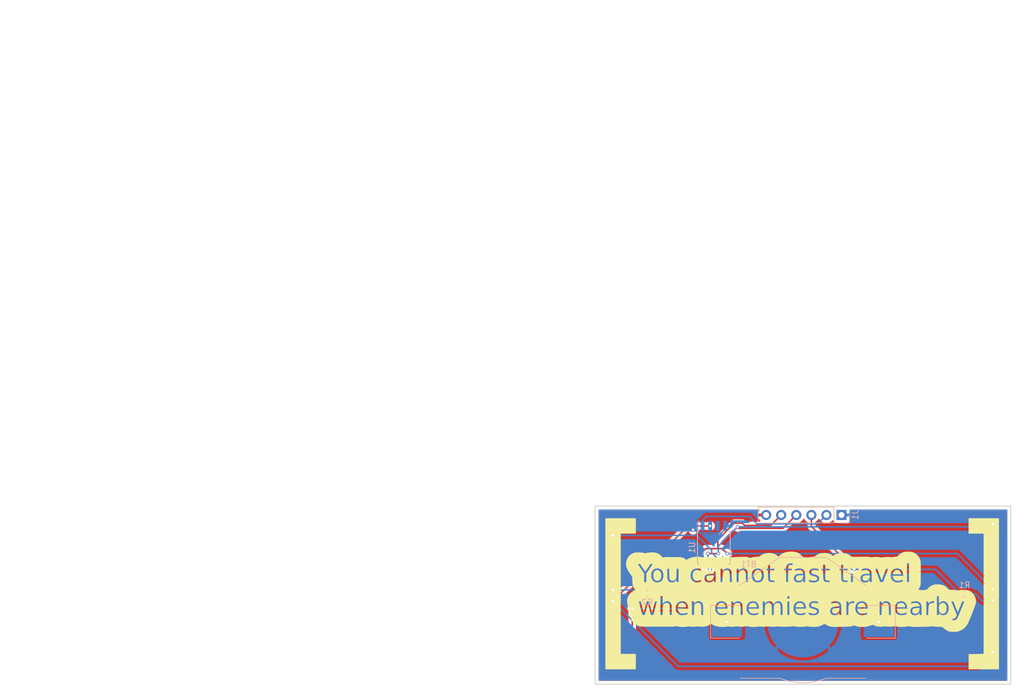
<source format=kicad_pcb>
(kicad_pcb (version 20171130) (host pcbnew "(5.1.4)-1")

  (general
    (thickness 1.6)
    (drawings 4)
    (tracks 120)
    (zones 0)
    (modules 13)
    (nets 11)
  )

  (page A4)
  (layers
    (0 F.Cu signal)
    (31 B.Cu signal)
    (32 B.Adhes user hide)
    (33 F.Adhes user hide)
    (34 B.Paste user hide)
    (35 F.Paste user hide)
    (36 B.SilkS user)
    (37 F.SilkS user)
    (38 B.Mask user)
    (39 F.Mask user)
    (40 Dwgs.User user)
    (41 Cmts.User user hide)
    (42 Eco1.User user hide)
    (43 Eco2.User user hide)
    (44 Edge.Cuts user)
    (45 Margin user hide)
    (46 B.CrtYd user hide)
    (47 F.CrtYd user hide)
    (48 B.Fab user hide)
    (49 F.Fab user hide)
  )

  (setup
    (last_trace_width 0.25)
    (trace_clearance 0.2)
    (zone_clearance 0.508)
    (zone_45_only no)
    (trace_min 0.2)
    (via_size 0.6)
    (via_drill 0.4)
    (via_min_size 0.4)
    (via_min_drill 0.3)
    (uvia_size 0.3)
    (uvia_drill 0.1)
    (uvias_allowed no)
    (uvia_min_size 0.2)
    (uvia_min_drill 0.1)
    (edge_width 0.15)
    (segment_width 0.2)
    (pcb_text_width 0.3)
    (pcb_text_size 1.5 1.5)
    (mod_edge_width 0.15)
    (mod_text_size 1 1)
    (mod_text_width 0.15)
    (pad_size 1.524 1.524)
    (pad_drill 0.762)
    (pad_to_mask_clearance 0.2)
    (aux_axis_origin 0 0)
    (grid_origin 100 115)
    (visible_elements 7FFFFF7F)
    (pcbplotparams
      (layerselection 0x010f0_ffffffff)
      (usegerberextensions false)
      (usegerberattributes false)
      (usegerberadvancedattributes false)
      (creategerberjobfile false)
      (excludeedgelayer true)
      (linewidth 0.100000)
      (plotframeref false)
      (viasonmask false)
      (mode 1)
      (useauxorigin false)
      (hpglpennumber 1)
      (hpglpenspeed 20)
      (hpglpendiameter 15.000000)
      (psnegative false)
      (psa4output false)
      (plotreference true)
      (plotvalue true)
      (plotinvisibletext false)
      (padsonsilk false)
      (subtractmaskfromsilk false)
      (outputformat 1)
      (mirror false)
      (drillshape 0)
      (scaleselection 1)
      (outputdirectory "enemiesgerbers/"))
  )

  (net 0 "")
  (net 1 GND)
  (net 2 /5V)
  (net 3 "Net-(D1-Pad2)")
  (net 4 /PB1)
  (net 5 "Net-(D2-Pad2)")
  (net 6 /PB0)
  (net 7 "Net-(D4-Pad1)")
  (net 8 /PB2)
  (net 9 /Reset)
  (net 10 "Net-(U1-Pad3)")

  (net_class Default "This is the default net class."
    (clearance 0.2)
    (trace_width 0.25)
    (via_dia 0.6)
    (via_drill 0.4)
    (uvia_dia 0.3)
    (uvia_drill 0.1)
    (add_net /5V)
    (add_net /PB0)
    (add_net /PB1)
    (add_net /PB2)
    (add_net /Reset)
    (add_net GND)
    (add_net "Net-(D1-Pad2)")
    (add_net "Net-(D2-Pad2)")
    (add_net "Net-(D4-Pad1)")
    (add_net "Net-(U1-Pad3)")
  )

  (module Package_SO:SOIJ-8_5.3x5.3mm_P1.27mm (layer B.Cu) (tedit 5A02F2D3) (tstamp 5E44D92F)
    (at 120 92 270)
    (descr "8-Lead Plastic Small Outline (SM) - Medium, 5.28 mm Body [SOIC] (see Microchip Packaging Specification 00000049BS.pdf)")
    (tags "SOIC 1.27")
    (path /5D892291)
    (attr smd)
    (fp_text reference U1 (at 0 3.68 90) (layer B.SilkS)
      (effects (font (size 1 1) (thickness 0.15)) (justify mirror))
    )
    (fp_text value ATtiny85-20SU (at 0 -3.68 90) (layer B.Fab)
      (effects (font (size 1 1) (thickness 0.15)) (justify mirror))
    )
    (fp_line (start -2.75 2.55) (end -4.5 2.55) (layer B.SilkS) (width 0.15))
    (fp_line (start -2.75 -2.755) (end 2.75 -2.755) (layer B.SilkS) (width 0.15))
    (fp_line (start -2.75 2.755) (end 2.75 2.755) (layer B.SilkS) (width 0.15))
    (fp_line (start -2.75 -2.755) (end -2.75 -2.455) (layer B.SilkS) (width 0.15))
    (fp_line (start 2.75 -2.755) (end 2.75 -2.455) (layer B.SilkS) (width 0.15))
    (fp_line (start 2.75 2.755) (end 2.75 2.455) (layer B.SilkS) (width 0.15))
    (fp_line (start -2.75 2.755) (end -2.75 2.55) (layer B.SilkS) (width 0.15))
    (fp_line (start -4.75 -2.95) (end 4.75 -2.95) (layer B.CrtYd) (width 0.05))
    (fp_line (start -4.75 2.95) (end 4.75 2.95) (layer B.CrtYd) (width 0.05))
    (fp_line (start 4.75 2.95) (end 4.75 -2.95) (layer B.CrtYd) (width 0.05))
    (fp_line (start -4.75 2.95) (end -4.75 -2.95) (layer B.CrtYd) (width 0.05))
    (fp_line (start -2.65 1.65) (end -1.65 2.65) (layer B.Fab) (width 0.15))
    (fp_line (start -2.65 -2.65) (end -2.65 1.65) (layer B.Fab) (width 0.15))
    (fp_line (start 2.65 -2.65) (end -2.65 -2.65) (layer B.Fab) (width 0.15))
    (fp_line (start 2.65 2.65) (end 2.65 -2.65) (layer B.Fab) (width 0.15))
    (fp_line (start -1.65 2.65) (end 2.65 2.65) (layer B.Fab) (width 0.15))
    (fp_text user %R (at 0 0 90) (layer B.Fab)
      (effects (font (size 1 1) (thickness 0.15)) (justify mirror))
    )
    (pad 8 smd rect (at 3.65 1.905 270) (size 1.7 0.65) (layers B.Cu B.Paste B.Mask)
      (net 2 /5V))
    (pad 7 smd rect (at 3.65 0.635 270) (size 1.7 0.65) (layers B.Cu B.Paste B.Mask)
      (net 8 /PB2))
    (pad 6 smd rect (at 3.65 -0.635 270) (size 1.7 0.65) (layers B.Cu B.Paste B.Mask)
      (net 4 /PB1))
    (pad 5 smd rect (at 3.65 -1.905 270) (size 1.7 0.65) (layers B.Cu B.Paste B.Mask)
      (net 6 /PB0))
    (pad 4 smd rect (at -3.65 -1.905 270) (size 1.7 0.65) (layers B.Cu B.Paste B.Mask)
      (net 1 GND))
    (pad 3 smd rect (at -3.65 -0.635 270) (size 1.7 0.65) (layers B.Cu B.Paste B.Mask)
      (net 10 "Net-(U1-Pad3)"))
    (pad 2 smd rect (at -3.65 0.635 270) (size 1.7 0.65) (layers B.Cu B.Paste B.Mask)
      (net 7 "Net-(D4-Pad1)"))
    (pad 1 smd rect (at -3.65 1.905 270) (size 1.7 0.65) (layers B.Cu B.Paste B.Mask)
      (net 9 /Reset))
    (model ${KISYS3DMOD}/Package_SO.3dshapes/SOIJ-8_5.3x5.3mm_P1.27mm.wrl
      (at (xyz 0 0 0))
      (scale (xyz 1 1 1))
      (rotate (xyz 0 0 0))
    )
  )

  (module Resistor_SMD:R_0603_1608Metric (layer B.Cu) (tedit 5B301BBD) (tstamp 5E44D912)
    (at 108.7875 99.75)
    (descr "Resistor SMD 0603 (1608 Metric), square (rectangular) end terminal, IPC_7351 nominal, (Body size source: http://www.tortai-tech.com/upload/download/2011102023233369053.pdf), generated with kicad-footprint-generator")
    (tags resistor)
    (path /5D89A0A2)
    (attr smd)
    (fp_text reference R2 (at 0 1.43) (layer B.SilkS)
      (effects (font (size 1 1) (thickness 0.15)) (justify mirror))
    )
    (fp_text value 220 (at 0 -1.43) (layer B.Fab)
      (effects (font (size 1 1) (thickness 0.15)) (justify mirror))
    )
    (fp_text user %R (at 0 0) (layer B.Fab)
      (effects (font (size 0.4 0.4) (thickness 0.06)) (justify mirror))
    )
    (fp_line (start 1.48 -0.73) (end -1.48 -0.73) (layer B.CrtYd) (width 0.05))
    (fp_line (start 1.48 0.73) (end 1.48 -0.73) (layer B.CrtYd) (width 0.05))
    (fp_line (start -1.48 0.73) (end 1.48 0.73) (layer B.CrtYd) (width 0.05))
    (fp_line (start -1.48 -0.73) (end -1.48 0.73) (layer B.CrtYd) (width 0.05))
    (fp_line (start -0.162779 -0.51) (end 0.162779 -0.51) (layer B.SilkS) (width 0.12))
    (fp_line (start -0.162779 0.51) (end 0.162779 0.51) (layer B.SilkS) (width 0.12))
    (fp_line (start 0.8 -0.4) (end -0.8 -0.4) (layer B.Fab) (width 0.1))
    (fp_line (start 0.8 0.4) (end 0.8 -0.4) (layer B.Fab) (width 0.1))
    (fp_line (start -0.8 0.4) (end 0.8 0.4) (layer B.Fab) (width 0.1))
    (fp_line (start -0.8 -0.4) (end -0.8 0.4) (layer B.Fab) (width 0.1))
    (pad 2 smd roundrect (at 0.7875 0) (size 0.875 0.95) (layers B.Cu B.Paste B.Mask) (roundrect_rratio 0.25)
      (net 8 /PB2))
    (pad 1 smd roundrect (at -0.7875 0) (size 0.875 0.95) (layers B.Cu B.Paste B.Mask) (roundrect_rratio 0.25)
      (net 5 "Net-(D2-Pad2)"))
    (model ${KISYS3DMOD}/Resistor_SMD.3dshapes/R_0603_1608Metric.wrl
      (at (xyz 0 0 0))
      (scale (xyz 1 1 1))
      (rotate (xyz 0 0 0))
    )
  )

  (module Resistor_SMD:R_0603_1608Metric (layer B.Cu) (tedit 5B301BBD) (tstamp 5E44D901)
    (at 162.2125 99.75 180)
    (descr "Resistor SMD 0603 (1608 Metric), square (rectangular) end terminal, IPC_7351 nominal, (Body size source: http://www.tortai-tech.com/upload/download/2011102023233369053.pdf), generated with kicad-footprint-generator")
    (tags resistor)
    (path /5D89827E)
    (attr smd)
    (fp_text reference R1 (at 0 1.43) (layer B.SilkS)
      (effects (font (size 1 1) (thickness 0.15)) (justify mirror))
    )
    (fp_text value 220 (at 0 -1.43) (layer B.Fab)
      (effects (font (size 1 1) (thickness 0.15)) (justify mirror))
    )
    (fp_text user %R (at 0 0) (layer B.Fab)
      (effects (font (size 0.4 0.4) (thickness 0.06)) (justify mirror))
    )
    (fp_line (start 1.48 -0.73) (end -1.48 -0.73) (layer B.CrtYd) (width 0.05))
    (fp_line (start 1.48 0.73) (end 1.48 -0.73) (layer B.CrtYd) (width 0.05))
    (fp_line (start -1.48 0.73) (end 1.48 0.73) (layer B.CrtYd) (width 0.05))
    (fp_line (start -1.48 -0.73) (end -1.48 0.73) (layer B.CrtYd) (width 0.05))
    (fp_line (start -0.162779 -0.51) (end 0.162779 -0.51) (layer B.SilkS) (width 0.12))
    (fp_line (start -0.162779 0.51) (end 0.162779 0.51) (layer B.SilkS) (width 0.12))
    (fp_line (start 0.8 -0.4) (end -0.8 -0.4) (layer B.Fab) (width 0.1))
    (fp_line (start 0.8 0.4) (end 0.8 -0.4) (layer B.Fab) (width 0.1))
    (fp_line (start -0.8 0.4) (end 0.8 0.4) (layer B.Fab) (width 0.1))
    (fp_line (start -0.8 -0.4) (end -0.8 0.4) (layer B.Fab) (width 0.1))
    (pad 2 smd roundrect (at 0.7875 0 180) (size 0.875 0.95) (layers B.Cu B.Paste B.Mask) (roundrect_rratio 0.25)
      (net 6 /PB0))
    (pad 1 smd roundrect (at -0.7875 0 180) (size 0.875 0.95) (layers B.Cu B.Paste B.Mask) (roundrect_rratio 0.25)
      (net 3 "Net-(D1-Pad2)"))
    (model ${KISYS3DMOD}/Resistor_SMD.3dshapes/R_0603_1608Metric.wrl
      (at (xyz 0 0 0))
      (scale (xyz 1 1 1))
      (rotate (xyz 0 0 0))
    )
  )

  (module Connector_PinHeader_2.54mm:PinHeader_1x06_P2.54mm_Vertical (layer B.Cu) (tedit 59FED5CC) (tstamp 5E44D8F0)
    (at 141.5 86.5 90)
    (descr "Through hole straight pin header, 1x06, 2.54mm pitch, single row")
    (tags "Through hole pin header THT 1x06 2.54mm single row")
    (path /5D8ED4F6)
    (fp_text reference J1 (at 0 2.33 90) (layer B.SilkS)
      (effects (font (size 1 1) (thickness 0.15)) (justify mirror))
    )
    (fp_text value Conn_01x06_Male (at 0 -15.03 90) (layer B.Fab)
      (effects (font (size 1 1) (thickness 0.15)) (justify mirror))
    )
    (fp_text user %R (at 0 -6.35 180) (layer B.Fab)
      (effects (font (size 1 1) (thickness 0.15)) (justify mirror))
    )
    (fp_line (start 1.8 1.8) (end -1.8 1.8) (layer B.CrtYd) (width 0.05))
    (fp_line (start 1.8 -14.5) (end 1.8 1.8) (layer B.CrtYd) (width 0.05))
    (fp_line (start -1.8 -14.5) (end 1.8 -14.5) (layer B.CrtYd) (width 0.05))
    (fp_line (start -1.8 1.8) (end -1.8 -14.5) (layer B.CrtYd) (width 0.05))
    (fp_line (start -1.33 1.33) (end 0 1.33) (layer B.SilkS) (width 0.12))
    (fp_line (start -1.33 0) (end -1.33 1.33) (layer B.SilkS) (width 0.12))
    (fp_line (start -1.33 -1.27) (end 1.33 -1.27) (layer B.SilkS) (width 0.12))
    (fp_line (start 1.33 -1.27) (end 1.33 -14.03) (layer B.SilkS) (width 0.12))
    (fp_line (start -1.33 -1.27) (end -1.33 -14.03) (layer B.SilkS) (width 0.12))
    (fp_line (start -1.33 -14.03) (end 1.33 -14.03) (layer B.SilkS) (width 0.12))
    (fp_line (start -1.27 0.635) (end -0.635 1.27) (layer B.Fab) (width 0.1))
    (fp_line (start -1.27 -13.97) (end -1.27 0.635) (layer B.Fab) (width 0.1))
    (fp_line (start 1.27 -13.97) (end -1.27 -13.97) (layer B.Fab) (width 0.1))
    (fp_line (start 1.27 1.27) (end 1.27 -13.97) (layer B.Fab) (width 0.1))
    (fp_line (start -0.635 1.27) (end 1.27 1.27) (layer B.Fab) (width 0.1))
    (pad 6 thru_hole oval (at 0 -12.7 90) (size 1.7 1.7) (drill 1) (layers *.Cu *.Mask)
      (net 2 /5V))
    (pad 5 thru_hole oval (at 0 -10.16 90) (size 1.7 1.7) (drill 1) (layers *.Cu *.Mask)
      (net 8 /PB2))
    (pad 4 thru_hole oval (at 0 -7.62 90) (size 1.7 1.7) (drill 1) (layers *.Cu *.Mask)
      (net 4 /PB1))
    (pad 3 thru_hole oval (at 0 -5.08 90) (size 1.7 1.7) (drill 1) (layers *.Cu *.Mask)
      (net 6 /PB0))
    (pad 2 thru_hole oval (at 0 -2.54 90) (size 1.7 1.7) (drill 1) (layers *.Cu *.Mask)
      (net 9 /Reset))
    (pad 1 thru_hole rect (at 0 0 90) (size 1.7 1.7) (drill 1) (layers *.Cu *.Mask)
      (net 1 GND))
    (model ${KISYS3DMOD}/Connector_PinHeader_2.54mm.3dshapes/PinHeader_1x06_P2.54mm_Vertical.wrl
      (at (xyz 0 0 0))
      (scale (xyz 1 1 1))
      (rotate (xyz 0 0 0))
    )
  )

  (module LED_SMD:LED_0805_2012Metric (layer F.Cu) (tedit 5B36C52C) (tstamp 5E44D8D6)
    (at 103 100.0625 90)
    (descr "LED SMD 0805 (2012 Metric), square (rectangular) end terminal, IPC_7351 nominal, (Body size source: https://docs.google.com/spreadsheets/d/1BsfQQcO9C6DZCsRaXUlFlo91Tg2WpOkGARC1WS5S8t0/edit?usp=sharing), generated with kicad-footprint-generator")
    (tags diode)
    (path /5D8B42CC)
    (attr smd)
    (fp_text reference D6 (at 0 -1.65 90) (layer F.SilkS) hide
      (effects (font (size 1 1) (thickness 0.15)))
    )
    (fp_text value LED (at 0 1.65 90) (layer F.Fab)
      (effects (font (size 1 1) (thickness 0.15)))
    )
    (fp_text user %R (at 0 0 90) (layer F.Fab)
      (effects (font (size 0.5 0.5) (thickness 0.08)))
    )
    (fp_line (start 1.68 0.95) (end -1.68 0.95) (layer F.CrtYd) (width 0.05))
    (fp_line (start 1.68 -0.95) (end 1.68 0.95) (layer F.CrtYd) (width 0.05))
    (fp_line (start -1.68 -0.95) (end 1.68 -0.95) (layer F.CrtYd) (width 0.05))
    (fp_line (start -1.68 0.95) (end -1.68 -0.95) (layer F.CrtYd) (width 0.05))
    (fp_line (start -1.685 0.96) (end 1 0.96) (layer F.SilkS) (width 0.12))
    (fp_line (start -1.685 -0.96) (end -1.685 0.96) (layer F.SilkS) (width 0.12))
    (fp_line (start 1 -0.96) (end -1.685 -0.96) (layer F.SilkS) (width 0.12))
    (fp_line (start 1 0.6) (end 1 -0.6) (layer F.Fab) (width 0.1))
    (fp_line (start -1 0.6) (end 1 0.6) (layer F.Fab) (width 0.1))
    (fp_line (start -1 -0.3) (end -1 0.6) (layer F.Fab) (width 0.1))
    (fp_line (start -0.7 -0.6) (end -1 -0.3) (layer F.Fab) (width 0.1))
    (fp_line (start 1 -0.6) (end -0.7 -0.6) (layer F.Fab) (width 0.1))
    (pad 2 smd roundrect (at 0.9375 0 90) (size 0.975 1.4) (layers F.Cu F.Paste F.Mask) (roundrect_rratio 0.25)
      (net 5 "Net-(D2-Pad2)"))
    (pad 1 smd roundrect (at -0.9375 0 90) (size 0.975 1.4) (layers F.Cu F.Paste F.Mask) (roundrect_rratio 0.25)
      (net 7 "Net-(D4-Pad1)"))
    (model ${KISYS3DMOD}/LED_SMD.3dshapes/LED_0805_2012Metric.wrl
      (at (xyz 0 0 0))
      (scale (xyz 1 1 1))
      (rotate (xyz 0 0 0))
    )
  )

  (module LED_SMD:LED_0805_2012Metric (layer F.Cu) (tedit 5B36C52C) (tstamp 5E44D8C3)
    (at 167 99.9375 270)
    (descr "LED SMD 0805 (2012 Metric), square (rectangular) end terminal, IPC_7351 nominal, (Body size source: https://docs.google.com/spreadsheets/d/1BsfQQcO9C6DZCsRaXUlFlo91Tg2WpOkGARC1WS5S8t0/edit?usp=sharing), generated with kicad-footprint-generator")
    (tags diode)
    (path /5D8AAB27)
    (attr smd)
    (fp_text reference D5 (at 0 -1.65 90) (layer F.SilkS) hide
      (effects (font (size 1 1) (thickness 0.15)))
    )
    (fp_text value LED (at 0 1.65 90) (layer F.Fab)
      (effects (font (size 1 1) (thickness 0.15)))
    )
    (fp_text user %R (at 0 0 90) (layer F.Fab)
      (effects (font (size 0.5 0.5) (thickness 0.08)))
    )
    (fp_line (start 1.68 0.95) (end -1.68 0.95) (layer F.CrtYd) (width 0.05))
    (fp_line (start 1.68 -0.95) (end 1.68 0.95) (layer F.CrtYd) (width 0.05))
    (fp_line (start -1.68 -0.95) (end 1.68 -0.95) (layer F.CrtYd) (width 0.05))
    (fp_line (start -1.68 0.95) (end -1.68 -0.95) (layer F.CrtYd) (width 0.05))
    (fp_line (start -1.685 0.96) (end 1 0.96) (layer F.SilkS) (width 0.12))
    (fp_line (start -1.685 -0.96) (end -1.685 0.96) (layer F.SilkS) (width 0.12))
    (fp_line (start 1 -0.96) (end -1.685 -0.96) (layer F.SilkS) (width 0.12))
    (fp_line (start 1 0.6) (end 1 -0.6) (layer F.Fab) (width 0.1))
    (fp_line (start -1 0.6) (end 1 0.6) (layer F.Fab) (width 0.1))
    (fp_line (start -1 -0.3) (end -1 0.6) (layer F.Fab) (width 0.1))
    (fp_line (start -0.7 -0.6) (end -1 -0.3) (layer F.Fab) (width 0.1))
    (fp_line (start 1 -0.6) (end -0.7 -0.6) (layer F.Fab) (width 0.1))
    (pad 2 smd roundrect (at 0.9375 0 270) (size 0.975 1.4) (layers F.Cu F.Paste F.Mask) (roundrect_rratio 0.25)
      (net 3 "Net-(D1-Pad2)"))
    (pad 1 smd roundrect (at -0.9375 0 270) (size 0.975 1.4) (layers F.Cu F.Paste F.Mask) (roundrect_rratio 0.25)
      (net 8 /PB2))
    (model ${KISYS3DMOD}/LED_SMD.3dshapes/LED_0805_2012Metric.wrl
      (at (xyz 0 0 0))
      (scale (xyz 1 1 1))
      (rotate (xyz 0 0 0))
    )
  )

  (module LED_SMD:LED_0805_2012Metric (layer F.Cu) (tedit 5B36C52C) (tstamp 5E44D8B0)
    (at 167 110.5 270)
    (descr "LED SMD 0805 (2012 Metric), square (rectangular) end terminal, IPC_7351 nominal, (Body size source: https://docs.google.com/spreadsheets/d/1BsfQQcO9C6DZCsRaXUlFlo91Tg2WpOkGARC1WS5S8t0/edit?usp=sharing), generated with kicad-footprint-generator")
    (tags diode)
    (path /5D8AAB3B)
    (attr smd)
    (fp_text reference D4 (at 0 -1.65 90) (layer F.SilkS) hide
      (effects (font (size 1 1) (thickness 0.15)))
    )
    (fp_text value LED (at 0 1.65 90) (layer F.Fab)
      (effects (font (size 1 1) (thickness 0.15)))
    )
    (fp_text user %R (at 0 0 90) (layer F.Fab)
      (effects (font (size 0.5 0.5) (thickness 0.08)))
    )
    (fp_line (start 1.68 0.95) (end -1.68 0.95) (layer F.CrtYd) (width 0.05))
    (fp_line (start 1.68 -0.95) (end 1.68 0.95) (layer F.CrtYd) (width 0.05))
    (fp_line (start -1.68 -0.95) (end 1.68 -0.95) (layer F.CrtYd) (width 0.05))
    (fp_line (start -1.68 0.95) (end -1.68 -0.95) (layer F.CrtYd) (width 0.05))
    (fp_line (start -1.685 0.96) (end 1 0.96) (layer F.SilkS) (width 0.12))
    (fp_line (start -1.685 -0.96) (end -1.685 0.96) (layer F.SilkS) (width 0.12))
    (fp_line (start 1 -0.96) (end -1.685 -0.96) (layer F.SilkS) (width 0.12))
    (fp_line (start 1 0.6) (end 1 -0.6) (layer F.Fab) (width 0.1))
    (fp_line (start -1 0.6) (end 1 0.6) (layer F.Fab) (width 0.1))
    (fp_line (start -1 -0.3) (end -1 0.6) (layer F.Fab) (width 0.1))
    (fp_line (start -0.7 -0.6) (end -1 -0.3) (layer F.Fab) (width 0.1))
    (fp_line (start 1 -0.6) (end -0.7 -0.6) (layer F.Fab) (width 0.1))
    (pad 2 smd roundrect (at 0.9375 0 270) (size 0.975 1.4) (layers F.Cu F.Paste F.Mask) (roundrect_rratio 0.25)
      (net 3 "Net-(D1-Pad2)"))
    (pad 1 smd roundrect (at -0.9375 0 270) (size 0.975 1.4) (layers F.Cu F.Paste F.Mask) (roundrect_rratio 0.25)
      (net 7 "Net-(D4-Pad1)"))
    (model ${KISYS3DMOD}/LED_SMD.3dshapes/LED_0805_2012Metric.wrl
      (at (xyz 0 0 0))
      (scale (xyz 1 1 1))
      (rotate (xyz 0 0 0))
    )
  )

  (module LED_SMD:LED_0805_2012Metric (layer F.Cu) (tedit 5B36C52C) (tstamp 5E44D89D)
    (at 103 89 90)
    (descr "LED SMD 0805 (2012 Metric), square (rectangular) end terminal, IPC_7351 nominal, (Body size source: https://docs.google.com/spreadsheets/d/1BsfQQcO9C6DZCsRaXUlFlo91Tg2WpOkGARC1WS5S8t0/edit?usp=sharing), generated with kicad-footprint-generator")
    (tags diode)
    (path /5D8B2809)
    (attr smd)
    (fp_text reference D3 (at 0 -1.65 90) (layer F.SilkS) hide
      (effects (font (size 1 1) (thickness 0.15)))
    )
    (fp_text value LED (at 0 1.65 90) (layer F.Fab)
      (effects (font (size 1 1) (thickness 0.15)))
    )
    (fp_text user %R (at 0 0 90) (layer F.Fab)
      (effects (font (size 0.5 0.5) (thickness 0.08)))
    )
    (fp_line (start 1.68 0.95) (end -1.68 0.95) (layer F.CrtYd) (width 0.05))
    (fp_line (start 1.68 -0.95) (end 1.68 0.95) (layer F.CrtYd) (width 0.05))
    (fp_line (start -1.68 -0.95) (end 1.68 -0.95) (layer F.CrtYd) (width 0.05))
    (fp_line (start -1.68 0.95) (end -1.68 -0.95) (layer F.CrtYd) (width 0.05))
    (fp_line (start -1.685 0.96) (end 1 0.96) (layer F.SilkS) (width 0.12))
    (fp_line (start -1.685 -0.96) (end -1.685 0.96) (layer F.SilkS) (width 0.12))
    (fp_line (start 1 -0.96) (end -1.685 -0.96) (layer F.SilkS) (width 0.12))
    (fp_line (start 1 0.6) (end 1 -0.6) (layer F.Fab) (width 0.1))
    (fp_line (start -1 0.6) (end 1 0.6) (layer F.Fab) (width 0.1))
    (fp_line (start -1 -0.3) (end -1 0.6) (layer F.Fab) (width 0.1))
    (fp_line (start -0.7 -0.6) (end -1 -0.3) (layer F.Fab) (width 0.1))
    (fp_line (start 1 -0.6) (end -0.7 -0.6) (layer F.Fab) (width 0.1))
    (pad 2 smd roundrect (at 0.9375 0 90) (size 0.975 1.4) (layers F.Cu F.Paste F.Mask) (roundrect_rratio 0.25)
      (net 5 "Net-(D2-Pad2)"))
    (pad 1 smd roundrect (at -0.9375 0 90) (size 0.975 1.4) (layers F.Cu F.Paste F.Mask) (roundrect_rratio 0.25)
      (net 6 /PB0))
    (model ${KISYS3DMOD}/LED_SMD.3dshapes/LED_0805_2012Metric.wrl
      (at (xyz 0 0 0))
      (scale (xyz 1 1 1))
      (rotate (xyz 0 0 0))
    )
  )

  (module LED_SMD:LED_0805_2012Metric (layer F.Cu) (tedit 5B36C52C) (tstamp 5E44D88A)
    (at 103 110.5 90)
    (descr "LED SMD 0805 (2012 Metric), square (rectangular) end terminal, IPC_7351 nominal, (Body size source: https://docs.google.com/spreadsheets/d/1BsfQQcO9C6DZCsRaXUlFlo91Tg2WpOkGARC1WS5S8t0/edit?usp=sharing), generated with kicad-footprint-generator")
    (tags diode)
    (path /5D896022)
    (attr smd)
    (fp_text reference D2 (at 0 -1.65 90) (layer F.SilkS) hide
      (effects (font (size 1 1) (thickness 0.15)))
    )
    (fp_text value LED (at 0 1.65 90) (layer F.Fab)
      (effects (font (size 1 1) (thickness 0.15)))
    )
    (fp_text user %R (at 0 0 90) (layer F.Fab)
      (effects (font (size 0.5 0.5) (thickness 0.08)))
    )
    (fp_line (start 1.68 0.95) (end -1.68 0.95) (layer F.CrtYd) (width 0.05))
    (fp_line (start 1.68 -0.95) (end 1.68 0.95) (layer F.CrtYd) (width 0.05))
    (fp_line (start -1.68 -0.95) (end 1.68 -0.95) (layer F.CrtYd) (width 0.05))
    (fp_line (start -1.68 0.95) (end -1.68 -0.95) (layer F.CrtYd) (width 0.05))
    (fp_line (start -1.685 0.96) (end 1 0.96) (layer F.SilkS) (width 0.12))
    (fp_line (start -1.685 -0.96) (end -1.685 0.96) (layer F.SilkS) (width 0.12))
    (fp_line (start 1 -0.96) (end -1.685 -0.96) (layer F.SilkS) (width 0.12))
    (fp_line (start 1 0.6) (end 1 -0.6) (layer F.Fab) (width 0.1))
    (fp_line (start -1 0.6) (end 1 0.6) (layer F.Fab) (width 0.1))
    (fp_line (start -1 -0.3) (end -1 0.6) (layer F.Fab) (width 0.1))
    (fp_line (start -0.7 -0.6) (end -1 -0.3) (layer F.Fab) (width 0.1))
    (fp_line (start 1 -0.6) (end -0.7 -0.6) (layer F.Fab) (width 0.1))
    (pad 2 smd roundrect (at 0.9375 0 90) (size 0.975 1.4) (layers F.Cu F.Paste F.Mask) (roundrect_rratio 0.25)
      (net 5 "Net-(D2-Pad2)"))
    (pad 1 smd roundrect (at -0.9375 0 90) (size 0.975 1.4) (layers F.Cu F.Paste F.Mask) (roundrect_rratio 0.25)
      (net 4 /PB1))
    (model ${KISYS3DMOD}/LED_SMD.3dshapes/LED_0805_2012Metric.wrl
      (at (xyz 0 0 0))
      (scale (xyz 1 1 1))
      (rotate (xyz 0 0 0))
    )
  )

  (module LED_SMD:LED_0805_2012Metric (layer F.Cu) (tedit 5B36C52C) (tstamp 5E44D877)
    (at 167 89 270)
    (descr "LED SMD 0805 (2012 Metric), square (rectangular) end terminal, IPC_7351 nominal, (Body size source: https://docs.google.com/spreadsheets/d/1BsfQQcO9C6DZCsRaXUlFlo91Tg2WpOkGARC1WS5S8t0/edit?usp=sharing), generated with kicad-footprint-generator")
    (tags diode)
    (path /5D895997)
    (attr smd)
    (fp_text reference D1 (at 0 -1.65 90) (layer F.SilkS) hide
      (effects (font (size 1 1) (thickness 0.15)))
    )
    (fp_text value LED (at 0 1.65 90) (layer F.Fab)
      (effects (font (size 1 1) (thickness 0.15)))
    )
    (fp_text user %R (at 0 0 90) (layer F.Fab)
      (effects (font (size 0.5 0.5) (thickness 0.08)))
    )
    (fp_line (start 1.68 0.95) (end -1.68 0.95) (layer F.CrtYd) (width 0.05))
    (fp_line (start 1.68 -0.95) (end 1.68 0.95) (layer F.CrtYd) (width 0.05))
    (fp_line (start -1.68 -0.95) (end 1.68 -0.95) (layer F.CrtYd) (width 0.05))
    (fp_line (start -1.68 0.95) (end -1.68 -0.95) (layer F.CrtYd) (width 0.05))
    (fp_line (start -1.685 0.96) (end 1 0.96) (layer F.SilkS) (width 0.12))
    (fp_line (start -1.685 -0.96) (end -1.685 0.96) (layer F.SilkS) (width 0.12))
    (fp_line (start 1 -0.96) (end -1.685 -0.96) (layer F.SilkS) (width 0.12))
    (fp_line (start 1 0.6) (end 1 -0.6) (layer F.Fab) (width 0.1))
    (fp_line (start -1 0.6) (end 1 0.6) (layer F.Fab) (width 0.1))
    (fp_line (start -1 -0.3) (end -1 0.6) (layer F.Fab) (width 0.1))
    (fp_line (start -0.7 -0.6) (end -1 -0.3) (layer F.Fab) (width 0.1))
    (fp_line (start 1 -0.6) (end -0.7 -0.6) (layer F.Fab) (width 0.1))
    (pad 2 smd roundrect (at 0.9375 0 270) (size 0.975 1.4) (layers F.Cu F.Paste F.Mask) (roundrect_rratio 0.25)
      (net 3 "Net-(D1-Pad2)"))
    (pad 1 smd roundrect (at -0.9375 0 270) (size 0.975 1.4) (layers F.Cu F.Paste F.Mask) (roundrect_rratio 0.25)
      (net 4 /PB1))
    (model ${KISYS3DMOD}/LED_SMD.3dshapes/LED_0805_2012Metric.wrl
      (at (xyz 0 0 0))
      (scale (xyz 1 1 1))
      (rotate (xyz 0 0 0))
    )
  )

  (module Battery:BatteryHolder_Keystone_3002_1x2032 (layer B.Cu) (tedit 5CBDF5E8) (tstamp 5E44D864)
    (at 135 104.5)
    (descr https://www.tme.eu/it/Document/a823211ec201a9e209042d155fe22d2b/KEYS2996.pdf)
    (tags "BR2016 CR2016 DL2016 BR2020 CL2020 BR2025 CR2025 DL2025 DR2032 CR2032 DL2032")
    (path /5D894675)
    (attr smd)
    (fp_text reference BT1 (at -9.15 -9.7) (layer B.SilkS)
      (effects (font (size 1 1) (thickness 0.15)) (justify mirror))
    )
    (fp_text value CR2032 (at 0 11) (layer B.Fab)
      (effects (font (size 1 1) (thickness 0.15)) (justify mirror))
    )
    (fp_line (start -15.35 2.55) (end -15.35 -2.55) (layer B.Fab) (width 0.1))
    (fp_line (start -15.35 -2.55) (end -10.55 -2.55) (layer B.Fab) (width 0.1))
    (fp_line (start -15.35 2.55) (end -10.55 2.55) (layer B.Fab) (width 0.1))
    (fp_line (start -10.55 -2.55) (end -10.55 -5.85) (layer B.Fab) (width 0.1))
    (fp_line (start 10.55 -2.55) (end 10.55 -5.9) (layer B.Fab) (width 0.1))
    (fp_line (start -3.8 -10.6) (end 3.8 -10.6) (layer B.Fab) (width 0.1))
    (fp_line (start 10.55 -2.55) (end 15.35 -2.55) (layer B.Fab) (width 0.1))
    (fp_line (start 15.35 -2.55) (end 15.35 2.55) (layer B.Fab) (width 0.1))
    (fp_line (start 15.35 2.55) (end 10.55 2.55) (layer B.Fab) (width 0.1))
    (fp_line (start 10.55 2.55) (end 10.55 9.3) (layer B.Fab) (width 0.1))
    (fp_line (start 10.55 9.3) (end -10.55 9.3) (layer B.Fab) (width 0.1))
    (fp_line (start -10.55 2.55) (end -10.55 9.3) (layer B.Fab) (width 0.1))
    (fp_line (start -10.55 -5.85) (end -3.8 -10.6) (layer B.Fab) (width 0.1))
    (fp_line (start -10.8 -6.05) (end -3.95 -10.85) (layer B.SilkS) (width 0.12))
    (fp_line (start -3.95 -10.85) (end 3.95 -10.85) (layer B.SilkS) (width 0.12))
    (fp_line (start 3.95 -10.85) (end 10.75 -6.05) (layer B.SilkS) (width 0.12))
    (fp_line (start 10.55 -5.9) (end 3.8 -10.6) (layer B.Fab) (width 0.1))
    (fp_circle (center 0 0) (end 10 0) (layer Dwgs.User) (width 0.2))
    (fp_line (start -10.55 9.5) (end -3.85 9.5) (layer B.SilkS) (width 0.12))
    (fp_arc (start 0 0) (end 3.85 9.5) (angle 44.1) (layer B.SilkS) (width 0.12))
    (fp_line (start 10.55 9.5) (end 3.85 9.5) (layer B.SilkS) (width 0.12))
    (fp_line (start -15.85 3.05) (end -11.05 3.05) (layer B.CrtYd) (width 0.05))
    (fp_line (start -11.05 3.05) (end -11.05 9.8) (layer B.CrtYd) (width 0.05))
    (fp_line (start -11.05 9.8) (end -3.9 9.8) (layer B.CrtYd) (width 0.05))
    (fp_arc (start 0 0) (end 3.9 9.8) (angle 43.40107348) (layer B.CrtYd) (width 0.05))
    (fp_line (start 11.05 9.8) (end 3.9 9.8) (layer B.CrtYd) (width 0.05))
    (fp_line (start 11.05 9.8) (end 11.05 3.05) (layer B.CrtYd) (width 0.05))
    (fp_line (start 11.05 3.05) (end 15.85 3.05) (layer B.CrtYd) (width 0.05))
    (fp_line (start 15.85 3.05) (end 15.85 -3.05) (layer B.CrtYd) (width 0.05))
    (fp_line (start 15.85 -3.05) (end 11.05 -3.05) (layer B.CrtYd) (width 0.05))
    (fp_line (start 11.05 -3.05) (end 11.05 -6.35) (layer B.CrtYd) (width 0.05))
    (fp_line (start 11.05 -6.35) (end 4.3 -11.1) (layer B.CrtYd) (width 0.05))
    (fp_line (start 4.3 -11.1) (end -4.3 -11.1) (layer B.CrtYd) (width 0.05))
    (fp_line (start -4.3 -11.1) (end -11.05 -6.35) (layer B.CrtYd) (width 0.05))
    (fp_line (start -11.05 -6.35) (end -11.05 -3.05) (layer B.CrtYd) (width 0.05))
    (fp_line (start -11.05 -3.05) (end -15.85 -3.05) (layer B.CrtYd) (width 0.05))
    (fp_line (start -15.85 -3.05) (end -15.85 3.05) (layer B.CrtYd) (width 0.05))
    (fp_line (start -10.75 2.75) (end -15.55 2.75) (layer B.SilkS) (width 0.12))
    (fp_line (start -15.55 2.75) (end -15.55 -2.75) (layer B.SilkS) (width 0.12))
    (fp_line (start -15.55 -2.75) (end -10.75 -2.75) (layer B.SilkS) (width 0.12))
    (fp_line (start 10.75 -2.75) (end 15.55 -2.75) (layer B.SilkS) (width 0.12))
    (fp_line (start 15.55 -2.75) (end 15.55 2.75) (layer B.SilkS) (width 0.12))
    (fp_line (start 15.55 2.75) (end 10.75 2.75) (layer B.SilkS) (width 0.12))
    (fp_text user %R (at -9.15 -9.7) (layer B.Fab)
      (effects (font (size 1 1) (thickness 0.15)) (justify mirror))
    )
    (pad 2 smd circle (at 0 0) (size 12 12) (layers B.Cu B.Mask)
      (net 1 GND))
    (pad 1 smd rect (at -12.8 0) (size 5.1 5.1) (layers B.Cu B.Paste B.Mask)
      (net 2 /5V))
    (pad 1 smd rect (at 12.8 0) (size 5.1 5.1) (layers B.Cu B.Paste B.Mask)
      (net 2 /5V))
    (model ${KISYS3DMOD}/Battery.3dshapes/BatteryHolder_Keystone_3002_1x2032.wrl
      (at (xyz 0 0 0))
      (scale (xyz 1 1 1))
      (rotate (xyz 0 0 0))
    )
  )

  (module LOGO (layer F.Cu) (tedit 0) (tstamp 0)
    (at 0 0)
    (fp_text reference G*** (at 130 75) (layer F.SilkS) hide
      (effects (font (size 1.524 1.524) (thickness 0.3)))
    )
    (fp_text value LOGO (at 140 75) (layer F.SilkS) hide
      (effects (font (size 1.524 1.524) (thickness 0.3)))
    )
  )

  (module LOGO (layer F.Cu) (tedit 0) (tstamp 0)
    (at 134.75 100)
    (fp_text reference G*** (at 0 0) (layer F.SilkS) hide
      (effects (font (size 1.524 1.524) (thickness 0.3)))
    )
    (fp_text value LOGO (at 0.75 0) (layer F.SilkS) hide
      (effects (font (size 1.524 1.524) (thickness 0.3)))
    )
    (fp_poly (pts (xy -27.897666 -10.371667) (xy -30.437666 -10.371667) (xy -30.437666 9.906) (xy -27.897666 9.906)
      (xy -27.897666 12.488333) (xy -33.02 12.488333) (xy -33.02 -12.954) (xy -27.897666 -12.954)
      (xy -27.897666 -10.371667)) (layer F.SilkS) (width 0.01))
    (fp_poly (pts (xy 33.274 12.488333) (xy 28.150425 12.488333) (xy 28.161629 11.20775) (xy 28.172834 9.927166)
      (xy 29.43225 9.915953) (xy 30.691667 9.90474) (xy 30.691667 -10.371667) (xy 28.151667 -10.371667)
      (xy 28.151667 -12.954) (xy 33.274 -12.954) (xy 33.274 12.488333)) (layer F.SilkS) (width 0.01))
    (fp_poly (pts (xy -1.302498 -7.307409) (xy -0.957561 -7.254818) (xy -0.661809 -7.160167) (xy -0.400367 -7.017729)
      (xy -0.158357 -6.821776) (xy -0.009305 -6.668419) (xy 0.136918 -6.52412) (xy 0.26184 -6.443362)
      (xy 0.338667 -6.419406) (xy 0.469107 -6.389854) (xy 0.62969 -6.346593) (xy 0.702516 -6.324858)
      (xy 0.820753 -6.291462) (xy 0.913517 -6.280158) (xy 1.012417 -6.292425) (xy 1.149065 -6.329742)
      (xy 1.210516 -6.34864) (xy 1.402203 -6.396842) (xy 1.631061 -6.438129) (xy 1.849607 -6.464031)
      (xy 1.862667 -6.465005) (xy 2.042973 -6.480254) (xy 2.165576 -6.501019) (xy 2.257363 -6.536378)
      (xy 2.345222 -6.595409) (xy 2.413 -6.650806) (xy 2.726721 -6.859397) (xy 3.093025 -7.002014)
      (xy 3.471039 -7.074116) (xy 3.915852 -7.094125) (xy 4.334401 -7.054446) (xy 4.714909 -6.957589)
      (xy 5.045601 -6.806065) (xy 5.193424 -6.706915) (xy 5.331586 -6.601533) (xy 5.555043 -6.749715)
      (xy 5.910989 -6.935083) (xy 6.313231 -7.050279) (xy 6.760271 -7.095015) (xy 7.234453 -7.070914)
      (xy 7.62282 -6.990463) (xy 7.971972 -6.846568) (xy 8.268801 -6.644839) (xy 8.304937 -6.612759)
      (xy 8.487834 -6.444948) (xy 9.902406 -6.460278) (xy 10.316816 -6.463975) (xy 10.655872 -6.465035)
      (xy 10.928851 -6.463209) (xy 11.145031 -6.458247) (xy 11.313691 -6.449902) (xy 11.444109 -6.437923)
      (xy 11.545563 -6.422063) (xy 11.576742 -6.415365) (xy 11.796579 -6.379548) (xy 11.9729 -6.387555)
      (xy 12.00367 -6.393884) (xy 12.176801 -6.418915) (xy 12.404839 -6.431222) (xy 12.659061 -6.431313)
      (xy 12.910749 -6.419694) (xy 13.13118 -6.396871) (xy 13.2627 -6.371681) (xy 13.412076 -6.338176)
      (xy 13.532327 -6.330376) (xy 13.665759 -6.348226) (xy 13.769011 -6.371055) (xy 13.9507 -6.401175)
      (xy 14.181624 -6.421392) (xy 14.43451 -6.431167) (xy 14.682086 -6.429959) (xy 14.897079 -6.417227)
      (xy 15.037099 -6.396192) (xy 15.235309 -6.384046) (xy 15.460432 -6.416882) (xy 15.642431 -6.448736)
      (xy 15.828407 -6.470132) (xy 15.933163 -6.475513) (xy 16.052586 -6.48162) (xy 16.137501 -6.508244)
      (xy 16.217717 -6.571008) (xy 16.313811 -6.675036) (xy 16.566121 -6.909911) (xy 16.865496 -7.1051)
      (xy 17.18128 -7.241341) (xy 17.245011 -7.260173) (xy 17.390713 -7.293098) (xy 17.547444 -7.313018)
      (xy 17.737109 -7.321427) (xy 17.981615 -7.319817) (xy 18.082422 -7.317214) (xy 18.314335 -7.30949)
      (xy 18.483315 -7.299337) (xy 18.611081 -7.282558) (xy 18.719347 -7.254959) (xy 18.829831 -7.212343)
      (xy 18.96425 -7.150516) (xy 18.977307 -7.14432) (xy 19.32149 -6.936545) (xy 19.613219 -6.669244)
      (xy 19.84438 -6.352587) (xy 20.006859 -5.996743) (xy 20.065647 -5.780202) (xy 20.078853 -5.672283)
      (xy 20.089158 -5.488741) (xy 20.096587 -5.227963) (xy 20.101166 -4.88834) (xy 20.102921 -4.468261)
      (xy 20.101877 -3.966115) (xy 20.099975 -3.633077) (xy 20.096754 -3.179334) (xy 20.093585 -2.8021)
      (xy 20.090064 -2.493219) (xy 20.085789 -2.244536) (xy 20.080354 -2.047895) (xy 20.073358 -1.895139)
      (xy 20.064395 -1.778113) (xy 20.053062 -1.688661) (xy 20.038956 -1.618626) (xy 20.021673 -1.559853)
      (xy 20.000808 -1.504185) (xy 19.993728 -1.48672) (xy 19.920607 -1.325888) (xy 19.837864 -1.169419)
      (xy 19.796667 -1.10189) (xy 19.692736 -0.944839) (xy 19.953452 -0.889199) (xy 20.113038 -0.858947)
      (xy 20.256835 -0.842989) (xy 20.410791 -0.84076) (xy 20.600851 -0.851692) (xy 20.806834 -0.870578)
      (xy 21.103167 -0.9001) (xy 21.349565 -1.168878) (xy 21.64064 -1.426897) (xy 21.981349 -1.627866)
      (xy 22.349907 -1.75971) (xy 22.457834 -1.783097) (xy 22.687198 -1.808564) (xy 22.959518 -1.813013)
      (xy 23.245457 -1.798254) (xy 23.515677 -1.766099) (xy 23.740842 -1.718358) (xy 23.797726 -1.700389)
      (xy 24.124691 -1.553068) (xy 24.413139 -1.359684) (xy 24.643826 -1.133967) (xy 24.705345 -1.052786)
      (xy 24.818848 -0.889) (xy 25.377863 -0.889) (xy 25.683607 -0.882996) (xy 25.929566 -0.865554)
      (xy 26.104827 -0.83753) (xy 26.134105 -0.829644) (xy 26.275369 -0.795499) (xy 26.391503 -0.796106)
      (xy 26.528562 -0.829644) (xy 26.711473 -0.865674) (xy 26.952496 -0.886471) (xy 27.226538 -0.892452)
      (xy 27.508501 -0.884033) (xy 27.773291 -0.861632) (xy 27.995813 -0.825664) (xy 28.079665 -0.803881)
      (xy 28.425066 -0.654674) (xy 28.72983 -0.439037) (xy 28.98699 -0.168227) (xy 29.189579 0.146501)
      (xy 29.330632 0.493892) (xy 29.403182 0.862691) (xy 29.400261 1.241644) (xy 29.390578 1.314002)
      (xy 29.363657 1.422352) (xy 29.307854 1.597564) (xy 29.227519 1.82863) (xy 29.127004 2.104541)
      (xy 29.010661 2.414288) (xy 28.882841 2.746864) (xy 28.747896 3.091259) (xy 28.610176 3.436464)
      (xy 28.474035 3.771471) (xy 28.343823 4.085272) (xy 28.223892 4.366857) (xy 28.118593 4.605219)
      (xy 28.032278 4.789348) (xy 27.970861 4.905633) (xy 27.697082 5.285491) (xy 27.366824 5.608137)
      (xy 26.989135 5.866949) (xy 26.573063 6.055308) (xy 26.289 6.13623) (xy 26.142581 6.157099)
      (xy 25.941432 6.170213) (xy 25.707827 6.175806) (xy 25.464041 6.174115) (xy 25.232348 6.165375)
      (xy 25.035024 6.149822) (xy 24.894343 6.127692) (xy 24.870834 6.121223) (xy 24.496047 5.960404)
      (xy 24.160659 5.732405) (xy 24.03033 5.613489) (xy 23.93728 5.523949) (xy 23.852305 5.456503)
      (xy 23.761237 5.407487) (xy 23.649909 5.373235) (xy 23.504155 5.350082) (xy 23.309807 5.334362)
      (xy 23.052698 5.322411) (xy 22.881167 5.316177) (xy 22.676857 5.304693) (xy 22.483224 5.286275)
      (xy 22.329904 5.264049) (xy 22.277917 5.252565) (xy 22.106897 5.22502) (xy 21.939483 5.247944)
      (xy 21.918084 5.253679) (xy 21.82048 5.26948) (xy 21.648923 5.284811) (xy 21.414127 5.299081)
      (xy 21.126806 5.311698) (xy 20.797673 5.322071) (xy 20.595167 5.326757) (xy 20.127312 5.335888)
      (xy 19.735753 5.342557) (xy 19.412147 5.346577) (xy 19.148152 5.347762) (xy 18.935429 5.345922)
      (xy 18.765635 5.340872) (xy 18.630429 5.332424) (xy 18.52147 5.320389) (xy 18.430417 5.304581)
      (xy 18.348927 5.284812) (xy 18.316428 5.275543) (xy 18.186108 5.23987) (xy 18.084747 5.224644)
      (xy 17.98096 5.230051) (xy 17.843361 5.256279) (xy 17.744928 5.278934) (xy 17.488498 5.32237)
      (xy 17.183783 5.347841) (xy 16.857545 5.355387) (xy 16.536545 5.345047) (xy 16.247544 5.316862)
      (xy 16.037407 5.276399) (xy 15.871063 5.237064) (xy 15.751029 5.22421) (xy 15.643728 5.236276)
      (xy 15.57174 5.254756) (xy 15.451266 5.276293) (xy 15.274063 5.291754) (xy 15.061369 5.301047)
      (xy 14.834425 5.304078) (xy 14.61447 5.300755) (xy 14.422744 5.290984) (xy 14.280487 5.274673)
      (xy 14.22493 5.260648) (xy 14.067553 5.243133) (xy 13.97093 5.263059) (xy 13.867979 5.280963)
      (xy 13.704638 5.295455) (xy 13.505164 5.304841) (xy 13.335 5.307534) (xy 12.955285 5.292318)
      (xy 12.637167 5.243298) (xy 12.363149 5.156884) (xy 12.187919 5.07206) (xy 12.03567 4.987051)
      (xy 11.658752 5.116291) (xy 11.11386 5.268581) (xy 10.575369 5.351751) (xy 10.053385 5.365587)
      (xy 9.558013 5.309875) (xy 9.099356 5.184402) (xy 9.064171 5.171198) (xy 8.926816 5.123021)
      (xy 8.836757 5.107764) (xy 8.764453 5.122788) (xy 8.725505 5.140946) (xy 8.624252 5.187468)
      (xy 8.512492 5.22492) (xy 8.379351 5.254537) (xy 8.213957 5.277557) (xy 8.005437 5.295215)
      (xy 7.742918 5.308747) (xy 7.415528 5.319391) (xy 7.090834 5.326834) (xy 6.628993 5.33585)
      (xy 6.243201 5.34246) (xy 5.924867 5.346476) (xy 5.665401 5.347708) (xy 5.456214 5.345969)
      (xy 5.288715 5.341069) (xy 5.154316 5.33282) (xy 5.044426 5.321035) (xy 4.950456 5.305523)
      (xy 4.863815 5.286096) (xy 4.829277 5.277185) (xy 4.646242 5.218707) (xy 4.444028 5.138614)
      (xy 4.247888 5.048483) (xy 4.083075 4.959895) (xy 3.97699 4.886363) (xy 3.937172 4.863953)
      (xy 3.880692 4.865216) (xy 3.791768 4.89482) (xy 3.65462 4.957436) (xy 3.53249 5.017873)
      (xy 3.332151 5.111223) (xy 3.122136 5.197381) (xy 2.937427 5.262362) (xy 2.878667 5.279241)
      (xy 2.676819 5.315501) (xy 2.416215 5.339161) (xy 2.121837 5.350114) (xy 1.81867 5.34825)
      (xy 1.531696 5.333461) (xy 1.285899 5.305638) (xy 1.185334 5.286597) (xy 1.018592 5.253607)
      (xy 0.892307 5.245711) (xy 0.766142 5.262685) (xy 0.677334 5.283784) (xy 0.478033 5.318782)
      (xy 0.220036 5.340825) (xy -0.071705 5.350044) (xy -0.372237 5.34657) (xy -0.656609 5.330533)
      (xy -0.899867 5.302066) (xy -1.032338 5.274808) (xy -1.199822 5.234368) (xy -1.318614 5.219865)
      (xy -1.420064 5.22964) (xy -1.498005 5.250179) (xy -1.601489 5.268445) (xy -1.774025 5.284171)
      (xy -2.000028 5.297106) (xy -2.263916 5.307) (xy -2.550103 5.313602) (xy -2.843006 5.316662)
      (xy -3.12704 5.31593) (xy -3.386623 5.311154) (xy -3.60617 5.302085) (xy -3.770096 5.288471)
      (xy -3.78248 5.286897) (xy -4.139185 5.271247) (xy -4.445987 5.296342) (xy -4.766691 5.322237)
      (xy -5.08017 5.311612) (xy -5.202862 5.298918) (xy -5.551001 5.274948) (xy -5.889822 5.291653)
      (xy -5.963452 5.300039) (xy -6.283675 5.324739) (xy -6.586159 5.312992) (xy -6.698999 5.300234)
      (xy -6.912313 5.278788) (xy -7.09952 5.27711) (xy -7.301573 5.296243) (xy -7.455069 5.319474)
      (xy -7.84936 5.359925) (xy -8.2644 5.359593) (xy -8.664735 5.319754) (xy -8.926997 5.26654)
      (xy -9.105199 5.227967) (xy -9.237273 5.220583) (xy -9.35033 5.241106) (xy -9.581688 5.287931)
      (xy -9.862445 5.314293) (xy -10.15947 5.318624) (xy -10.439633 5.299358) (xy -10.4775 5.294427)
      (xy -10.720276 5.270872) (xy -10.961198 5.272295) (xy -11.225291 5.296684) (xy -11.52018 5.322392)
      (xy -11.781989 5.320453) (xy -11.991693 5.300102) (xy -12.204811 5.278728) (xy -12.392232 5.277167)
      (xy -12.594876 5.296467) (xy -12.746735 5.319474) (xy -13.293372 5.369767) (xy -13.826993 5.339953)
      (xy -14.340437 5.23104) (xy -14.826545 5.044038) (xy -14.877053 5.01924) (xy -15.22754 4.843338)
      (xy -15.433515 4.982461) (xy -15.749044 5.148688) (xy -16.116501 5.261447) (xy -16.519862 5.317776)
      (xy -16.943102 5.314714) (xy -17.123833 5.294878) (xy -17.36327 5.271118) (xy -17.599536 5.27182)
      (xy -17.871624 5.296684) (xy -18.166514 5.322392) (xy -18.428322 5.320453) (xy -18.638026 5.300102)
      (xy -18.851144 5.278728) (xy -19.038566 5.277167) (xy -19.241209 5.296467) (xy -19.393069 5.319474)
      (xy -19.761603 5.358558) (xy -20.150036 5.362111) (xy -20.525414 5.331281) (xy -20.849166 5.268733)
      (xy -21.014681 5.231044) (xy -21.144859 5.223059) (xy -21.28306 5.24324) (xy -21.321723 5.251983)
      (xy -21.469724 5.276299) (xy -21.665166 5.29443) (xy -21.870873 5.303147) (xy -21.91439 5.303481)
      (xy -22.124358 5.303357) (xy -22.37876 5.302972) (xy -22.637366 5.302395) (xy -22.76475 5.302027)
      (xy -22.999337 5.301377) (xy -23.242278 5.300866) (xy -23.457753 5.300563) (xy -23.5585 5.300509)
      (xy -23.957754 5.300535) (xy -24.288602 5.300635) (xy -24.567306 5.300842) (xy -24.810126 5.301192)
      (xy -25.033325 5.301716) (xy -25.253162 5.302451) (xy -25.485899 5.303428) (xy -25.747798 5.304682)
      (xy -25.87625 5.305329) (xy -26.249539 5.306363) (xy -26.549612 5.304816) (xy -26.7879 5.30003)
      (xy -26.975832 5.291345) (xy -27.124837 5.278102) (xy -27.246345 5.259644) (xy -27.351787 5.235311)
      (xy -27.415243 5.216626) (xy -27.748104 5.072787) (xy -28.055016 4.865877) (xy -28.318954 4.610676)
      (xy -28.522891 4.321962) (xy -28.582492 4.203459) (xy -28.623177 4.093419) (xy -28.679532 3.914189)
      (xy -28.74817 3.67891) (xy -28.825707 3.400726) (xy -28.908757 3.092782) (xy -28.993933 2.76822)
      (xy -29.07785 2.440184) (xy -29.157124 2.121818) (xy -29.228367 1.826264) (xy -29.288196 1.566667)
      (xy -29.333223 1.356169) (xy -29.360063 1.207915) (xy -29.365377 1.164166) (xy -29.362978 1.074767)
      (xy -27.389666 1.074767) (xy -27.37941 1.118453) (xy -27.350927 1.230911) (xy -27.307641 1.399064)
      (xy -27.252979 1.609835) (xy -27.190368 1.850145) (xy -27.123233 2.106916) (xy -27.055001 2.367071)
      (xy -26.989097 2.617532) (xy -26.928948 2.845221) (xy -26.87798 3.037059) (xy -26.839619 3.17997)
      (xy -26.817291 3.260876) (xy -26.8145 3.27025) (xy -26.777771 3.31789) (xy -26.69309 3.340191)
      (xy -26.588311 3.344333) (xy -26.385328 3.344333) (xy -26.136201 2.393829) (xy -26.06467 2.126502)
      (xy -25.998779 1.89078) (xy -25.941819 1.697603) (xy -25.897085 1.557916) (xy -25.86787 1.482659)
      (xy -25.859064 1.473079) (xy -25.84053 1.52136) (xy -25.804883 1.63907) (xy -25.755677 1.813535)
      (xy -25.696465 2.032076) (xy -25.6308 2.282019) (xy -25.613387 2.3495) (xy -25.546583 2.60883)
      (xy -25.485917 2.84336) (xy -25.43491 3.039556) (xy -25.397082 3.183886) (xy -25.375953 3.262818)
      (xy -25.37384 3.27025) (xy -25.3391 3.317293) (xy -25.257579 3.339695) (xy -25.144779 3.344333)
      (xy -25.020172 3.340953) (xy -24.953591 3.319476) (xy -24.918402 3.262894) (xy -24.896171 3.185583)
      (xy -24.873401 3.09825) (xy -24.833069 2.943484) (xy -24.778952 2.735786) (xy -24.71483 2.489655)
      (xy -24.644479 2.219593) (xy -24.617669 2.116666) (xy -24.547542 1.847944) (xy -24.483608 1.603911)
      (xy -24.429277 1.397502) (xy -24.387958 1.241654) (xy -24.363061 1.149303) (xy -24.358277 1.132416)
      (xy -24.357316 1.084601) (xy -24.405327 1.063001) (xy -24.506515 1.058333) (xy -24.617714 1.064525)
      (xy -24.67505 1.098431) (xy -24.709196 1.183043) (xy -24.718294 1.217083) (xy -24.817286 1.596583)
      (xy -24.908017 1.941074) (xy -24.988404 2.242857) (xy -25.056363 2.494233) (xy -25.109811 2.687504)
      (xy -25.146665 2.814972) (xy -25.164842 2.868938) (xy -25.165595 2.870039) (xy -25.185701 2.844935)
      (xy -25.215202 2.761365) (xy -25.225543 2.724189) (xy -25.250409 2.629818) (xy -25.29243 2.470771)
      (xy -25.347066 2.264214) (xy -25.409777 2.027311) (xy -25.461159 1.833327) (xy -25.523307 1.597496)
      (xy -25.577128 1.390854) (xy -25.619143 1.226949) (xy -25.645876 1.119328) (xy -25.654 1.08191)
      (xy -25.692081 1.068412) (xy -25.78937 1.059881) (xy -25.864035 1.058333) (xy -25.989685 1.061581)
      (xy -26.057106 1.082427) (xy -26.09273 1.137526) (xy -26.115998 1.217083) (xy -26.140359 1.309631)
      (xy -26.181747 1.467197) (xy -26.235731 1.672896) (xy -26.297878 1.909842) (xy -26.351426 2.114102)
      (xy -26.414296 2.351379) (xy -26.470588 2.558947) (xy -26.516577 2.723466) (xy -26.54854 2.831595)
      (xy -26.562348 2.869792) (xy -26.582605 2.844849) (xy -26.612188 2.761383) (xy -26.622543 2.724189)
      (xy -26.647409 2.629818) (xy -26.68943 2.470771) (xy -26.744066 2.264214) (xy -26.806777 2.027311)
      (xy -26.858159 1.833327) (xy -26.920307 1.597496) (xy -26.974128 1.390854) (xy -27.016143 1.226949)
      (xy -27.042876 1.119328) (xy -27.051 1.08191) (xy -27.088593 1.067139) (xy -27.182495 1.05893)
      (xy -27.220333 1.058333) (xy -27.326427 1.061982) (xy -27.385383 1.071098) (xy -27.389666 1.074767)
      (xy -29.362978 1.074767) (xy -29.355233 0.786293) (xy -29.26661 0.411856) (xy -29.156173 0.169333)
      (xy -23.749 0.169333) (xy -23.749 3.344333) (xy -23.368 3.344333) (xy -23.367842 2.550583)
      (xy -23.365866 2.235555) (xy -23.35789 1.992774) (xy -23.340627 1.809863) (xy -23.310791 1.674446)
      (xy -23.265095 1.574147) (xy -23.200254 1.496588) (xy -23.11298 1.429395) (xy -23.06147 1.396771)
      (xy -22.908001 1.336841) (xy -22.725057 1.312882) (xy -22.546761 1.325687) (xy -22.407233 1.37605)
      (xy -22.399281 1.381365) (xy -22.329198 1.440439) (xy -22.275735 1.514479) (xy -22.236748 1.614939)
      (xy -22.210092 1.753274) (xy -22.193625 1.940937) (xy -22.185201 2.189383) (xy -22.182678 2.510066)
      (xy -22.182666 2.53864) (xy -22.182666 3.344333) (xy -21.844 3.344333) (xy -21.84493 2.487083)
      (xy -21.846091 2.201333) (xy -21.18199 2.201333) (xy -21.175227 2.384054) (xy -21.15571 2.557336)
      (xy -21.127816 2.683116) (xy -21.023266 2.882699) (xy -20.858444 3.0738) (xy -20.656277 3.232239)
      (xy -20.552833 3.289527) (xy -20.441515 3.337888) (xy -20.338883 3.36634) (xy -20.218629 3.37849)
      (xy -20.054444 3.377945) (xy -19.939 3.373673) (xy -19.740144 3.359658) (xy -19.552993 3.336847)
      (xy -19.407825 3.309273) (xy -19.3675 3.297538) (xy -19.258063 3.251002) (xy -19.206064 3.193872)
      (xy -19.18642 3.096614) (xy -19.185217 3.082917) (xy -19.172267 2.927335) (xy -19.396883 3.014672)
      (xy -19.618811 3.075954) (xy -19.867198 3.10483) (xy -20.112728 3.100889) (xy -20.326085 3.06372)
      (xy -20.419028 3.028998) (xy -20.594407 2.899775) (xy -20.728732 2.712189) (xy -20.806453 2.488613)
      (xy -20.81039 2.465916) (xy -20.838821 2.286) (xy -19.080957 2.286) (xy -19.101469 2.00025)
      (xy -19.157761 1.691188) (xy -19.275108 1.433272) (xy -19.447868 1.232233) (xy -19.670398 1.093803)
      (xy -19.805347 1.058333) (xy -18.457333 1.058333) (xy -18.457333 3.344333) (xy -18.076333 3.344333)
      (xy -18.076175 2.550583) (xy -18.074199 2.235555) (xy -18.066223 1.992774) (xy -18.04896 1.809863)
      (xy -18.019124 1.674446) (xy -17.973428 1.574147) (xy -17.908587 1.496588) (xy -17.821313 1.429395)
      (xy -17.769803 1.396771) (xy -17.616335 1.336841) (xy -17.433391 1.312882) (xy -17.255094 1.325687)
      (xy -17.115567 1.37605) (xy -17.107614 1.381365) (xy -17.037531 1.440439) (xy -16.984068 1.514479)
      (xy -16.945081 1.614939) (xy -16.918426 1.753274) (xy -16.901958 1.940937) (xy -16.893535 2.189383)
      (xy -16.891011 2.510066) (xy -16.891 2.53864) (xy -16.891 3.344333) (xy -16.552333 3.344333)
      (xy -16.553263 2.487083) (xy -16.554081 2.285646) (xy -14.538132 2.285646) (xy -14.510913 2.546681)
      (xy -14.463963 2.718736) (xy -14.369837 2.88719) (xy -14.226025 3.058412) (xy -14.057282 3.208203)
      (xy -13.888365 3.312358) (xy -13.835695 3.332947) (xy -13.66704 3.365496) (xy -13.446981 3.378709)
      (xy -13.206374 3.373298) (xy -12.976074 3.349972) (xy -12.786938 3.309442) (xy -12.784666 3.308737)
      (xy -12.652802 3.264068) (xy -12.58165 3.222852) (xy -12.550398 3.165697) (xy -12.538761 3.07961)
      (xy -12.525689 2.92324) (xy -12.668928 2.983089) (xy -12.787541 3.02219) (xy -12.950975 3.063301)
      (xy -13.094452 3.092096) (xy -13.384733 3.114277) (xy -13.645752 3.078452) (xy -13.860897 2.987471)
      (xy -13.911327 2.951972) (xy -14.020113 2.8294) (xy -14.113007 2.66135) (xy -14.170831 2.486945)
      (xy -14.180737 2.402416) (xy -14.181666 2.286) (xy -12.446 2.286) (xy -12.446 2.103183)
      (xy -12.482145 1.789419) (xy -12.584887 1.519916) (xy -12.745684 1.301129) (xy -12.955994 1.139511)
      (xy -13.164146 1.058333) (xy -11.811 1.058333) (xy -11.811 3.344333) (xy -11.481616 3.344333)
      (xy -11.464577 2.57175) (xy -11.456312 2.268011) (xy -11.444567 2.035353) (xy -11.426168 1.860189)
      (xy -11.397941 1.728932) (xy -11.35671 1.627996) (xy -11.299301 1.543796) (xy -11.222541 1.462744)
      (xy -11.200609 1.441992) (xy -11.075718 1.370779) (xy -10.903682 1.327852) (xy -10.71839 1.316972)
      (xy -10.553734 1.341902) (xy -10.498666 1.36407) (xy -10.417709 1.416112) (xy -10.355651 1.484314)
      (xy -10.310092 1.579692) (xy -10.278631 1.713261) (xy -10.258867 1.896039) (xy -10.2484 2.139041)
      (xy -10.24483 2.453285) (xy -10.244732 2.529416) (xy -10.244666 3.344333) (xy -9.906 3.344333)
      (xy -9.906236 2.529416) (xy -9.90856 2.263839) (xy -9.909646 2.221444) (xy -9.245678 2.221444)
      (xy -9.234239 2.463206) (xy -9.196108 2.664107) (xy -9.189967 2.683116) (xy -9.084719 2.88366)
      (xy -8.919382 3.074584) (xy -8.717227 3.231451) (xy -8.614833 3.287062) (xy -8.399353 3.35386)
      (xy -8.135833 3.384083) (xy -7.852856 3.377177) (xy -7.579002 3.332592) (xy -7.493 3.308737)
      (xy -7.361064 3.263983) (xy -7.289885 3.22268) (xy -7.258649 3.165598) (xy -7.247217 3.081657)
      (xy -7.234267 2.927335) (xy -7.437717 3.003577) (xy -7.753423 3.090778) (xy -8.057003 3.115318)
      (xy -8.333751 3.077837) (xy -8.568964 2.978977) (xy -8.608795 2.952561) (xy -8.722099 2.834184)
      (xy -8.81827 2.668459) (xy -8.878304 2.492685) (xy -8.88907 2.402416) (xy -8.89 2.286)
      (xy -7.142053 2.286) (xy -7.166582 1.993425) (xy -7.226166 1.681103) (xy -7.345101 1.423007)
      (xy -7.518621 1.223958) (xy -7.741964 1.088778) (xy -7.86486 1.058333) (xy -6.519333 1.058333)
      (xy -6.519333 3.344333) (xy -6.19101 3.344333) (xy -6.172562 2.57175) (xy -6.163701 2.267412)
      (xy -6.151459 2.034196) (xy -6.132676 1.858558) (xy -6.104191 1.726952) (xy -6.062843 1.625834)
      (xy -6.005473 1.541659) (xy -5.928919 1.460882) (xy -5.908942 1.441992) (xy -5.811306 1.374184)
      (xy -5.68238 1.335963) (xy -5.548037 1.320701) (xy -5.400674 1.314415) (xy -5.307196 1.327117)
      (xy -5.237626 1.366152) (xy -5.192266 1.407884) (xy -5.12679 1.48715) (xy -5.077081 1.584838)
      (xy -5.041166 1.712842) (xy -5.01707 1.883056) (xy -5.002819 2.107372) (xy -4.996439 2.397685)
      (xy -4.995569 2.592916) (xy -4.995333 3.344333) (xy -4.66314 3.344333) (xy -4.64932 2.527406)
      (xy -4.642722 2.216136) (xy -4.632637 1.977246) (xy -4.615792 1.798449) (xy -4.588909 1.66746)
      (xy -4.548713 1.571991) (xy -4.491929 1.499757) (xy -4.415281 1.438471) (xy -4.34745 1.395137)
      (xy -4.191126 1.334466) (xy -4.009566 1.313957) (xy -3.837859 1.334392) (xy -3.730281 1.381365)
      (xy -3.660198 1.440439) (xy -3.606735 1.514479) (xy -3.567748 1.614939) (xy -3.541092 1.753274)
      (xy -3.524625 1.940937) (xy -3.516201 2.189383) (xy -3.513678 2.510066) (xy -3.513666 2.53864)
      (xy -3.513666 3.344333) (xy -3.175 3.344333) (xy -3.175 2.484811) (xy -3.175355 2.193438)
      (xy -3.177355 1.972981) (xy -3.182404 1.80969) (xy -3.191905 1.689814) (xy -3.207262 1.599603)
      (xy -3.229879 1.525306) (xy -3.261159 1.453174) (xy -3.285336 1.403875) (xy -3.423411 1.20911)
      (xy -3.602102 1.080388) (xy -3.675328 1.058333) (xy -2.370666 1.058333) (xy -2.370666 3.344333)
      (xy -2.032 3.344333) (xy -2.032 2.2225) (xy -1.332764 2.2225) (xy -1.329412 2.415855)
      (xy -1.316376 2.553076) (xy -1.287846 2.662605) (xy -1.238014 2.772886) (xy -1.20952 2.825933)
      (xy -1.031625 3.071653) (xy -0.805593 3.248376) (xy -0.645435 3.322451) (xy -0.475551 3.360978)
      (xy -0.253685 3.378449) (xy -0.009762 3.375246) (xy 0.226291 3.351753) (xy 0.423334 3.308737)
      (xy 0.555106 3.26418) (xy 0.626224 3.223076) (xy 0.657499 3.165812) (xy 0.667815 3.088701)
      (xy 1.227667 3.088701) (xy 1.23303 3.19441) (xy 1.264335 3.251017) (xy 1.344407 3.285664)
      (xy 1.407584 3.302648) (xy 1.527708 3.335032) (xy 1.613766 3.360934) (xy 1.629834 3.366801)
      (xy 1.688341 3.3735) (xy 1.810454 3.376703) (xy 1.975171 3.376071) (xy 2.075374 3.373991)
      (xy 2.291099 3.363804) (xy 2.444406 3.344182) (xy 2.55736 3.31125) (xy 2.625563 3.277431)
      (xy 2.80777 3.127964) (xy 2.92316 2.937383) (xy 2.946465 2.811386) (xy 4.837807 2.811386)
      (xy 4.905637 3.023146) (xy 5.03757 3.20008) (xy 5.228167 3.326907) (xy 5.369936 3.364596)
      (xy 5.556732 3.382233) (xy 5.751144 3.379051) (xy 5.915757 3.354283) (xy 5.955661 3.341812)
      (xy 6.056737 3.285454) (xy 6.177602 3.193498) (xy 6.233584 3.142721) (xy 6.392334 2.988483)
      (xy 6.392334 3.344333) (xy 6.731 3.344333) (xy 6.731 2.547541) (xy 6.728115 2.203694)
      (xy 6.71777 1.932339) (xy 6.697426 1.721445) (xy 6.664548 1.558978) (xy 6.616597 1.432907)
      (xy 6.551038 1.331201) (xy 6.465333 1.241828) (xy 6.453445 1.231247) (xy 6.240047 1.099284)
      (xy 6.086001 1.058333) (xy 7.577667 1.058333) (xy 7.577667 3.344333) (xy 7.916334 3.344333)
      (xy 7.916334 2.591303) (xy 7.917065 2.317431) (xy 7.917681 2.278009) (xy 9.065494 2.278009)
      (xy 9.069838 2.349602) (xy 9.131263 2.656692) (xy 9.259062 2.921784) (xy 9.446802 3.135857)
      (xy 9.688053 3.289888) (xy 9.761674 3.320065) (xy 9.937036 3.360149) (xy 10.1638 3.378348)
      (xy 10.41167 3.37498) (xy 10.650344 3.350365) (xy 10.837334 3.308737) (xy 10.969241 3.264017)
      (xy 11.040409 3.222749) (xy 11.071651 3.165639) (xy 11.083165 3.080845) (xy 11.096164 2.92571)
      (xy 10.850332 3.013957) (xy 10.633911 3.071317) (xy 10.395988 3.101657) (xy 10.162851 3.104421)
      (xy 9.960788 3.079052) (xy 9.834105 3.035488) (xy 9.656509 2.896533) (xy 9.520731 2.701364)
      (xy 9.445735 2.483004) (xy 9.408931 2.286) (xy 11.187692 2.286) (xy 11.158829 2.00025)
      (xy 11.094454 1.677466) (xy 10.974053 1.417118) (xy 10.799612 1.220942) (xy 10.573116 1.090673)
      (xy 10.430302 1.058333) (xy 13.165667 1.058333) (xy 13.165667 3.344333) (xy 13.504334 3.344333)
      (xy 13.504334 2.591303) (xy 13.505065 2.317431) (xy 13.508257 2.113396) (xy 13.515411 1.964374)
      (xy 13.528025 1.855539) (xy 13.547597 1.772067) (xy 13.575628 1.699135) (xy 13.599584 1.649386)
      (xy 13.729385 1.479646) (xy 13.908999 1.363881) (xy 14.117898 1.308941) (xy 14.335554 1.321677)
      (xy 14.458016 1.362908) (xy 14.537178 1.406955) (xy 14.59827 1.46524) (xy 14.643837 1.548685)
      (xy 14.676419 1.668215) (xy 14.698561 1.834756) (xy 14.712804 2.059232) (xy 14.721692 2.352568)
      (xy 14.724594 2.50825) (xy 14.738355 3.344333) (xy 15.078066 3.344333) (xy 15.063228 2.465916)
      (xy 15.059553 2.271578) (xy 15.708661 2.271578) (xy 15.720551 2.426586) (xy 15.794312 2.718871)
      (xy 15.936806 2.973099) (xy 16.13908 3.177566) (xy 16.39218 3.320567) (xy 16.409564 3.327227)
      (xy 16.549932 3.357544) (xy 16.746501 3.371962) (xy 16.972477 3.371316) (xy 17.201064 3.356442)
      (xy 17.405468 3.328173) (xy 17.547167 3.291768) (xy 17.656382 3.243921) (xy 17.708451 3.18587)
      (xy 17.728448 3.087209) (xy 17.729975 3.070111) (xy 17.733835 2.967948) (xy 17.715727 2.931335)
      (xy 17.666656 2.942153) (xy 17.666475 2.94223) (xy 17.43413 3.030642) (xy 17.233047 3.081164)
      (xy 17.023818 3.102537) (xy 16.933334 3.10484) (xy 16.718764 3.098053) (xy 16.558941 3.06613)
      (xy 16.425383 2.999477) (xy 16.289609 2.888498) (xy 16.288729 2.887678) (xy 16.209423 2.795045)
      (xy 18.339782 2.795045) (xy 18.402577 3.008221) (xy 18.529633 3.188066) (xy 18.716302 3.31946)
      (xy 18.7325 3.326907) (xy 18.874269 3.364596) (xy 19.061066 3.382233) (xy 19.255477 3.379051)
      (xy 19.42009 3.354283) (xy 19.459994 3.341812) (xy 19.561071 3.285454) (xy 19.681935 3.193498)
      (xy 19.737917 3.142721) (xy 19.896667 2.988483) (xy 19.896667 3.344333) (xy 20.235334 3.344333)
      (xy 20.235097 2.57175) (xy 20.232925 2.248182) (xy 20.225296 1.995669) (xy 20.210208 1.800671)
      (xy 20.18566 1.649645) (xy 20.149649 1.529051) (xy 20.100173 1.425349) (xy 20.054974 1.353369)
      (xy 19.897021 1.194) (xy 19.680073 1.084879) (xy 19.555544 1.058333) (xy 21.039667 1.058333)
      (xy 21.039667 3.344333) (xy 21.367831 3.344333) (xy 21.385629 2.592916) (xy 21.393536 2.31091)
      (xy 21.403047 2.099266) (xy 21.41573 1.943681) (xy 21.43315 1.82985) (xy 21.456872 1.743471)
      (xy 21.486131 1.674898) (xy 21.596218 1.502733) (xy 21.732056 1.395845) (xy 21.912352 1.34348)
      (xy 22.079938 1.3335) (xy 22.352 1.3335) (xy 22.352 1.016) (xy 22.153699 1.016)
      (xy 21.962565 1.040957) (xy 21.772008 1.107192) (xy 21.611377 1.201746) (xy 21.519437 1.296005)
      (xy 21.450172 1.379701) (xy 21.404441 1.382458) (xy 21.381503 1.303915) (xy 21.378334 1.227666)
      (xy 21.37426 1.119279) (xy 21.345745 1.071117) (xy 21.268348 1.05874) (xy 21.209 1.058333)
      (xy 21.039667 1.058333) (xy 19.555544 1.058333) (xy 19.414957 1.028364) (xy 19.112504 1.026817)
      (xy 18.797204 1.079205) (xy 18.499667 1.15212) (xy 18.499667 1.300255) (xy 18.507103 1.397973)
      (xy 18.535847 1.428868) (xy 18.568617 1.421932) (xy 18.887994 1.338925) (xy 19.243108 1.316979)
      (xy 19.303798 1.319511) (xy 19.468893 1.332907) (xy 19.577519 1.35657) (xy 19.657871 1.400075)
      (xy 19.729222 1.464016) (xy 19.832595 1.607151) (xy 19.882324 1.748348) (xy 19.907745 1.905)
      (xy 19.590484 1.905) (xy 19.220344 1.921777) (xy 18.922828 1.97342) (xy 18.692544 2.061888)
      (xy 18.524104 2.189147) (xy 18.425584 2.329172) (xy 18.345901 2.563656) (xy 18.339782 2.795045)
      (xy 16.209423 2.795045) (xy 16.204551 2.789355) (xy 16.140705 2.66132) (xy 16.086554 2.480134)
      (xy 16.068496 2.402416) (xy 16.04272 2.286) (xy 17.83327 2.286) (xy 17.804045 2.021416)
      (xy 17.736543 1.692337) (xy 17.614879 1.426832) (xy 17.440925 1.226574) (xy 17.216551 1.093237)
      (xy 16.94363 1.028493) (xy 16.692112 1.027169) (xy 16.403196 1.088545) (xy 16.157449 1.218176)
      (xy 15.959995 1.408678) (xy 15.815961 1.652669) (xy 15.730475 1.942763) (xy 15.708661 2.271578)
      (xy 15.059553 2.271578) (xy 15.057588 2.16767) (xy 15.0512 1.940997) (xy 15.042717 1.772804)
      (xy 15.03079 1.649998) (xy 15.014074 1.559489) (xy 14.991219 1.488183) (xy 14.960878 1.422988)
      (xy 14.954654 1.411148) (xy 14.809483 1.211708) (xy 14.621843 1.08469) (xy 14.385628 1.026057)
      (xy 14.370207 1.024661) (xy 14.103586 1.034039) (xy 13.875521 1.113848) (xy 13.688194 1.252353)
      (xy 13.597295 1.335454) (xy 13.534723 1.38776) (xy 13.519579 1.397) (xy 13.510027 1.359396)
      (xy 13.504719 1.265473) (xy 13.504334 1.227666) (xy 13.50026 1.119279) (xy 13.471745 1.071117)
      (xy 13.394348 1.05874) (xy 13.335 1.058333) (xy 13.165667 1.058333) (xy 10.430302 1.058333)
      (xy 10.296554 1.028046) (xy 10.045268 1.027435) (xy 9.756115 1.088616) (xy 9.510231 1.218284)
      (xy 9.312922 1.409248) (xy 9.169493 1.654317) (xy 9.085248 1.946301) (xy 9.065494 2.278009)
      (xy 7.917681 2.278009) (xy 7.920257 2.113396) (xy 7.927411 1.964374) (xy 7.940025 1.855539)
      (xy 7.959597 1.772067) (xy 7.987628 1.699135) (xy 8.011584 1.649386) (xy 8.133047 1.473325)
      (xy 8.290306 1.366704) (xy 8.49435 1.323941) (xy 8.646584 1.326836) (xy 8.89 1.346637)
      (xy 8.89 1.016) (xy 8.709804 1.016) (xy 8.454507 1.041898) (xy 8.245198 1.125475)
      (xy 8.077494 1.256813) (xy 7.916334 1.414182) (xy 7.916334 1.058333) (xy 7.577667 1.058333)
      (xy 6.086001 1.058333) (xy 5.974077 1.02858) (xy 5.662268 1.019969) (xy 5.311352 1.074284)
      (xy 5.268617 1.084646) (xy 5.122999 1.123206) (xy 5.041245 1.156118) (xy 5.004928 1.197654)
      (xy 4.995621 1.262085) (xy 4.995334 1.296313) (xy 4.998987 1.386918) (xy 5.022569 1.427572)
      (xy 5.085016 1.424841) (xy 5.205262 1.385292) (xy 5.228167 1.377054) (xy 5.407014 1.334724)
      (xy 5.621165 1.316131) (xy 5.838807 1.321115) (xy 6.028123 1.349518) (xy 6.123217 1.381541)
      (xy 6.270092 1.492342) (xy 6.365371 1.648258) (xy 6.392334 1.791069) (xy 6.389124 1.83573)
      (xy 6.369685 1.865855) (xy 6.319302 1.885365) (xy 6.22326 1.898181) (xy 6.066844 1.908224)
      (xy 5.926943 1.915068) (xy 5.595796 1.944769) (xy 5.33686 2.001377) (xy 5.140861 2.088813)
      (xy 4.998523 2.210996) (xy 4.91364 2.343357) (xy 4.838877 2.579792) (xy 4.837807 2.811386)
      (xy 2.946465 2.811386) (xy 2.963334 2.720187) (xy 2.942233 2.535789) (xy 2.873378 2.385768)
      (xy 2.748441 2.263008) (xy 2.559093 2.160395) (xy 2.297005 2.070813) (xy 2.161164 2.034848)
      (xy 1.932987 1.973823) (xy 1.7763 1.918019) (xy 1.679074 1.858757) (xy 1.629281 1.787358)
      (xy 1.614892 1.695143) (xy 1.616938 1.642157) (xy 1.648084 1.494052) (xy 1.722695 1.392439)
      (xy 1.851271 1.331095) (xy 2.044309 1.3038) (xy 2.192422 1.301144) (xy 2.399161 1.312755)
      (xy 2.578652 1.340066) (xy 2.680431 1.369872) (xy 2.836334 1.435013) (xy 2.836334 1.271347)
      (xy 2.83248 1.174737) (xy 2.806871 1.120795) (xy 2.738436 1.088869) (xy 2.622583 1.061841)
      (xy 2.286245 1.014342) (xy 1.985811 1.020754) (xy 1.728731 1.078088) (xy 1.522452 1.183357)
      (xy 1.374423 1.333572) (xy 1.292092 1.525745) (xy 1.280373 1.600274) (xy 1.281347 1.79539)
      (xy 1.330976 1.953326) (xy 1.437004 2.081478) (xy 1.607178 2.187243) (xy 1.849242 2.278017)
      (xy 2.046592 2.331938) (xy 2.292754 2.40346) (xy 2.463745 2.480832) (xy 2.569054 2.570943)
      (xy 2.618168 2.680684) (xy 2.624667 2.751666) (xy 2.587623 2.898816) (xy 2.483973 3.010493)
      (xy 2.324939 3.084555) (xy 2.121744 3.118865) (xy 1.88561 3.11128) (xy 1.627761 3.059662)
      (xy 1.409139 2.983456) (xy 1.309192 2.943272) (xy 1.248945 2.922009) (xy 1.243664 2.921)
      (xy 1.233601 2.958579) (xy 1.228048 3.05234) (xy 1.227667 3.088701) (xy 0.667815 3.088701)
      (xy 0.669406 3.076812) (xy 0.682644 2.917644) (xy 0.530565 2.981187) (xy 0.324084 3.047909)
      (xy 0.087168 3.094776) (xy -0.143634 3.11631) (xy -0.320828 3.108788) (xy -0.562757 3.033134)
      (xy -0.757895 2.89003) (xy -0.898746 2.687022) (xy -0.974481 2.450877) (xy -1.004631 2.286)
      (xy 0.774243 2.286) (xy 0.748026 2.005244) (xy 0.685475 1.685476) (xy 0.564811 1.424553)
      (xy 0.388959 1.225355) (xy 0.160846 1.090761) (xy -0.116602 1.023652) (xy -0.257042 1.016236)
      (xy -0.553614 1.055987) (xy -0.82057 1.170973) (xy -1.04615 1.353664) (xy -1.218594 1.596532)
      (xy -1.244003 1.648042) (xy -1.291919 1.774066) (xy -1.319657 1.913648) (xy -1.33149 2.094428)
      (xy -1.332764 2.2225) (xy -2.032 2.2225) (xy -2.032 1.058333) (xy -2.370666 1.058333)
      (xy -3.675328 1.058333) (xy -3.808358 1.018266) (xy -4.029132 1.023298) (xy -4.251376 1.096041)
      (xy -4.462039 1.237049) (xy -4.572692 1.349066) (xy -4.659289 1.441492) (xy -4.720073 1.489951)
      (xy -4.74106 1.485662) (xy -4.773227 1.393716) (xy -4.854375 1.280483) (xy -4.962475 1.170789)
      (xy -5.075503 1.089463) (xy -5.105387 1.075008) (xy -5.348939 1.016662) (xy -5.594794 1.036079)
      (xy -5.823685 1.129151) (xy -5.991321 1.263957) (xy -6.075123 1.345591) (xy -6.136401 1.392543)
      (xy -6.148779 1.397) (xy -6.168753 1.35942) (xy -6.179857 1.265549) (xy -6.180666 1.227666)
      (xy -6.18474 1.119279) (xy -6.213255 1.071117) (xy -6.290652 1.05874) (xy -6.35 1.058333)
      (xy -6.519333 1.058333) (xy -7.86486 1.058333) (xy -8.010367 1.022287) (xy -8.132312 1.016)
      (xy -8.399428 1.037692) (xy -8.61914 1.110154) (xy -8.818828 1.244465) (xy -8.91351 1.332065)
      (xy -9.066402 1.506856) (xy -9.160374 1.674717) (xy -9.188677 1.756833) (xy -9.230474 1.974195)
      (xy -9.245678 2.221444) (xy -9.909646 2.221444) (xy -9.914881 2.01729) (xy -9.924454 1.806229)
      (xy -9.936535 1.647116) (xy -9.950196 1.557064) (xy -10.052887 1.332585) (xy -10.215832 1.162746)
      (xy -10.429118 1.054805) (xy -10.682834 1.01602) (xy -10.689166 1.016) (xy -10.945172 1.051419)
      (xy -11.161878 1.16019) (xy -11.27917 1.264786) (xy -11.363144 1.346256) (xy -11.425376 1.392799)
      (xy -11.43792 1.397) (xy -11.459474 1.359425) (xy -11.471458 1.265565) (xy -11.472333 1.227666)
      (xy -11.476407 1.119279) (xy -11.504921 1.071117) (xy -11.582318 1.05874) (xy -11.641666 1.058333)
      (xy -11.811 1.058333) (xy -13.164146 1.058333) (xy -13.207275 1.041513) (xy -13.490986 1.013591)
      (xy -13.798584 1.062196) (xy -13.816922 1.067482) (xy -13.995939 1.154833) (xy -14.175886 1.300258)
      (xy -14.33433 1.480447) (xy -14.448842 1.672094) (xy -14.480343 1.756833) (xy -14.528142 2.010662)
      (xy -14.538132 2.285646) (xy -16.554081 2.285646) (xy -16.554482 2.187124) (xy -16.558075 1.958695)
      (xy -16.565054 1.78867) (xy -16.57643 1.663921) (xy -16.593214 1.571324) (xy -16.616417 1.497751)
      (xy -16.632345 1.4605) (xy -16.768065 1.245548) (xy -16.946008 1.102733) (xy -17.171435 1.028751)
      (xy -17.340358 1.016) (xy -17.571675 1.05077) (xy -17.787998 1.159211) (xy -17.93875 1.283043)
      (xy -18.076333 1.413608) (xy -18.076333 1.058333) (xy -18.457333 1.058333) (xy -19.805347 1.058333)
      (xy -19.937056 1.023715) (xy -20.070312 1.016) (xy -20.381884 1.052814) (xy -20.649883 1.15954)
      (xy -20.869084 1.330606) (xy -21.034259 1.560437) (xy -21.140181 1.843461) (xy -21.181622 2.174103)
      (xy -21.18199 2.201333) (xy -21.846091 2.201333) (xy -21.846149 2.187124) (xy -21.849742 1.958695)
      (xy -21.856721 1.78867) (xy -21.868097 1.663921) (xy -21.88488 1.571324) (xy -21.908083 1.497751)
      (xy -21.924012 1.4605) (xy -22.059731 1.245548) (xy -22.237675 1.102733) (xy -22.463102 1.028751)
      (xy -22.632025 1.016) (xy -22.863342 1.05077) (xy -23.079664 1.159211) (xy -23.230416 1.283043)
      (xy -23.368 1.413608) (xy -23.368 0.169333) (xy -2.370666 0.169333) (xy -2.370666 0.592666)
      (xy -2.032 0.592666) (xy -2.032 0.169333) (xy 22.817667 0.169333) (xy 22.817667 3.344333)
      (xy 23.156334 3.344333) (xy 23.156334 2.987698) (xy 23.27275 3.120345) (xy 23.382011 3.224727)
      (xy 23.499208 3.308853) (xy 23.516167 3.318134) (xy 23.671818 3.365691) (xy 23.869418 3.382655)
      (xy 24.071827 3.368656) (xy 24.237225 3.325313) (xy 24.441297 3.195842) (xy 24.606292 3.000959)
      (xy 24.727278 2.752727) (xy 24.799323 2.463211) (xy 24.817496 2.144474) (xy 24.800818 1.946609)
      (xy 24.728725 1.645693) (xy 24.598689 1.397877) (xy 24.461793 1.240846) (xy 24.281978 1.103147)
      (xy 24.159111 1.058333) (xy 25.238737 1.058333) (xy 25.512869 1.725083) (xy 25.622837 1.992768)
      (xy 25.739623 2.277417) (xy 25.851751 2.551037) (xy 25.947745 2.785634) (xy 25.979257 2.862773)
      (xy 26.171514 3.333713) (xy 26.054195 3.595135) (xy 25.969582 3.764089) (xy 25.888417 3.867026)
      (xy 25.790898 3.919341) (xy 25.657224 3.936428) (xy 25.61445 3.937) (xy 25.504884 3.94117)
      (xy 25.455746 3.968065) (xy 25.442804 4.03926) (xy 25.442334 4.090254) (xy 25.442334 4.243509)
      (xy 25.696902 4.225095) (xy 25.916986 4.189265) (xy 26.067319 4.120777) (xy 26.16323 4.027539)
      (xy 26.257388 3.902772) (xy 26.277618 3.869519) (xy 26.318956 3.784933) (xy 26.388203 3.628335)
      (xy 26.482529 3.406604) (xy 26.599105 3.126619) (xy 26.735102 2.795259) (xy 26.887691 2.419402)
      (xy 27.054041 2.005926) (xy 27.231325 1.561711) (xy 27.351212 1.259416) (xy 27.430765 1.058333)
      (xy 27.072167 1.058983) (xy 26.712761 1.965046) (xy 26.609668 2.221876) (xy 26.516089 2.449186)
      (xy 26.436658 2.636193) (xy 26.376007 2.772111) (xy 26.33877 2.846158) (xy 26.329738 2.856513)
      (xy 26.307971 2.81464) (xy 26.259946 2.705304) (xy 26.190393 2.539833) (xy 26.104038 2.329556)
      (xy 26.005612 2.085803) (xy 25.951444 1.950125) (xy 25.596767 1.058333) (xy 25.238737 1.058333)
      (xy 24.159111 1.058333) (xy 24.088583 1.032609) (xy 23.893051 1.016) (xy 23.63017 1.054374)
      (xy 23.403981 1.168296) (xy 23.282665 1.277553) (xy 23.156334 1.415868) (xy 23.156334 0.169333)
      (xy 22.817667 0.169333) (xy -2.032 0.169333) (xy -2.370666 0.169333) (xy -23.368 0.169333)
      (xy -23.749 0.169333) (xy -29.156173 0.169333) (xy -29.104803 0.056524) (xy -28.887109 -0.250256)
      (xy -28.748079 -0.388157) (xy -28.574371 -0.527355) (xy -28.390187 -0.651299) (xy -28.219726 -0.743436)
      (xy -28.107275 -0.783619) (xy -28.019484 -0.808256) (xy -27.98234 -0.829313) (xy -27.982333 -0.829515)
      (xy -28.003934 -0.871612) (xy -28.060269 -0.963128) (xy -28.130566 -1.071225) (xy -28.248235 -1.2652)
      (xy -28.335876 -1.455172) (xy -28.398296 -1.659952) (xy -28.440302 -1.89835) (xy -28.466699 -2.18918)
      (xy -28.478411 -2.432584) (xy -28.501753 -3.069167) (xy -28.926073 -3.701044) (xy -29.12989 -4.013054)
      (xy -29.285599 -4.274223) (xy -29.399041 -4.498964) (xy -29.476059 -4.701691) (xy -29.522493 -4.896814)
      (xy -29.544185 -5.098748) (xy -29.547395 -5.22061) (xy -27.537815 -5.22061) (xy -27.532939 -5.196417)
      (xy -27.50095 -5.146704) (xy -27.429219 -5.037876) (xy -27.325179 -4.881125) (xy -27.196263 -4.687641)
      (xy -27.049906 -4.468617) (xy -27.001274 -4.395967) (xy -26.500666 -3.648434) (xy -26.500666 -2.201334)
      (xy -26.119666 -2.201334) (xy -26.119666 -3.323167) (xy -25.315333 -3.323167) (xy -25.289043 -2.998363)
      (xy -25.207096 -2.728571) (xy -25.064877 -2.501255) (xy -24.978497 -2.408034) (xy -24.750531 -2.235066)
      (xy -24.501173 -2.14093) (xy -24.223491 -2.123957) (xy -23.972165 -2.165851) (xy -23.761125 -2.258198)
      (xy -23.566399 -2.414596) (xy -23.40838 -2.614526) (xy -23.308637 -2.833434) (xy -23.24906 -3.145026)
      (xy -23.246808 -3.459888) (xy -23.299004 -3.75784) (xy -23.402769 -4.018703) (xy -23.497879 -4.160479)
      (xy -23.685829 -4.339994) (xy -23.891446 -4.445) (xy -22.61213 -4.445) (xy -22.598482 -3.566584)
      (xy -22.593229 -3.268142) (xy -22.587119 -3.041332) (xy -22.578837 -2.87312) (xy -22.567073 -2.750472)
      (xy -22.550512 -2.660355) (xy -22.527844 -2.589735) (xy -22.497753 -2.525578) (xy -22.492677 -2.516002)
      (xy -22.400378 -2.365637) (xy -22.302577 -2.269185) (xy -22.168735 -2.199678) (xy -22.108984 -2.177175)
      (xy -21.913648 -2.126848) (xy -21.72856 -2.128912) (xy -21.574984 -2.16245) (xy -21.451159 -2.217616)
      (xy -21.309148 -2.310381) (xy -21.225734 -2.379272) (xy -21.039666 -2.550784) (xy -21.039666 -2.201334)
      (xy -20.701 -2.201334) (xy -20.701 -3.323167) (xy -18.683859 -3.323167) (xy -18.651217 -2.98099)
      (xy -18.554956 -2.692452) (xy -18.396167 -2.459313) (xy -18.175941 -2.283331) (xy -17.983936 -2.194422)
      (xy -17.745703 -2.141699) (xy -17.475403 -2.132568) (xy -17.211838 -2.16608) (xy -17.04484 -2.217402)
      (xy -16.943294 -2.269661) (xy -16.899876 -2.332761) (xy -16.891 -2.433094) (xy -16.891 -2.584508)
      (xy -17.02667 -2.51435) (xy -17.184987 -2.460479) (xy -17.388918 -2.428156) (xy -17.601508 -2.420203)
      (xy -17.785802 -2.439441) (xy -17.835259 -2.452614) (xy -18.005413 -2.547961) (xy -18.155606 -2.703506)
      (xy -18.227228 -2.829392) (xy -16.340666 -2.829392) (xy -16.303861 -2.586791) (xy -16.196277 -2.388291)
      (xy -16.022164 -2.240011) (xy -15.888385 -2.178) (xy -15.697553 -2.128593) (xy -15.508692 -2.125621)
      (xy -15.294362 -2.165717) (xy -15.076719 -2.262982) (xy -14.93695 -2.377384) (xy -14.774333 -2.54)
      (xy -14.774333 -2.370667) (xy -14.77026 -2.26228) (xy -14.741745 -2.214118) (xy -14.664348 -2.201741)
      (xy -14.605 -2.201334) (xy -14.435666 -2.201334) (xy -14.435903 -2.973917) (xy -14.438593 -3.243873)
      (xy -14.445942 -3.49087) (xy -14.457122 -3.698376) (xy -14.471303 -3.849861) (xy -14.483109 -3.915694)
      (xy -14.549477 -4.060084) (xy -14.661267 -4.212881) (xy -14.705123 -4.259809) (xy -14.902467 -4.408608)
      (xy -15.003686 -4.445) (xy -13.631333 -4.445) (xy -13.631333 -2.201334) (xy -13.302108 -2.201334)
      (xy -13.284069 -2.95275) (xy -13.273762 -3.273508) (xy -13.25819 -3.521863) (xy -13.234377 -3.710045)
      (xy -13.199345 -3.850288) (xy -13.150116 -3.954823) (xy -13.083713 -4.035882) (xy -13.004728 -4.100356)
      (xy -12.821731 -4.18844) (xy -12.61504 -4.222433) (xy -12.418514 -4.198451) (xy -12.356518 -4.174756)
      (xy -12.271038 -4.130552) (xy -12.205678 -4.081884) (xy -12.157514 -4.017269) (xy -12.123625 -3.925225)
      (xy -12.101089 -3.794268) (xy -12.086984 -3.612915) (xy -12.078387 -3.369685) (xy -12.072463 -3.058584)
      (xy -12.058759 -2.201334) (xy -11.721581 -2.201334) (xy -11.73454 -3.07975) (xy -11.739647 -3.379466)
      (xy -11.745776 -3.607506) (xy -11.754184 -3.776861) (xy -11.766126 -3.900522) (xy -11.782859 -3.991481)
      (xy -11.805638 -4.062729) (xy -11.835721 -4.127255) (xy -11.835849 -4.1275) (xy -11.977095 -4.315222)
      (xy -12.163501 -4.442063) (xy -12.173386 -4.445) (xy -10.922 -4.445) (xy -10.922 -2.201334)
      (xy -10.583333 -2.201334) (xy -10.583333 -2.943527) (xy -10.581245 -3.253301) (xy -10.573049 -3.491598)
      (xy -10.555852 -3.671545) (xy -10.526758 -3.80627) (xy -10.482872 -3.908902) (xy -10.421299 -3.992568)
      (xy -10.339144 -4.070397) (xy -10.333843 -4.074876) (xy -10.152261 -4.181982) (xy -9.954641 -4.223741)
      (xy -9.760736 -4.202322) (xy -9.590299 -4.119892) (xy -9.463502 -3.979334) (xy -9.432901 -3.91959)
      (xy -9.409924 -3.850731) (xy -9.39317 -3.759432) (xy -9.381241 -3.632369) (xy -9.372737 -3.456217)
      (xy -9.366259 -3.217651) (xy -9.362354 -3.01625) (xy -9.347875 -2.201334) (xy -9.008307 -2.201334)
      (xy -9.026381 -3.058584) (xy -9.033029 -3.323167) (xy -8.382 -3.323167) (xy -8.349935 -2.984211)
      (xy -8.257048 -2.694275) (xy -8.108298 -2.458678) (xy -7.908647 -2.282735) (xy -7.663054 -2.171763)
      (xy -7.376481 -2.131079) (xy -7.272578 -2.134065) (xy -7.04577 -2.173567) (xy -6.851221 -2.25007)
      (xy -6.62778 -2.420267) (xy -6.462019 -2.648646) (xy -6.356615 -2.929026) (xy -6.314241 -3.255223)
      (xy -6.320668 -3.476244) (xy -6.379765 -3.80501) (xy -6.495711 -4.072915) (xy -6.666563 -4.278011)
      (xy -6.730338 -4.318) (xy -5.926666 -4.318) (xy -5.918407 -4.232674) (xy -5.876512 -4.197677)
      (xy -5.7785 -4.191) (xy -5.630333 -4.191) (xy -5.630333 -3.40927) (xy -5.626785 -3.057579)
      (xy -5.612395 -2.781366) (xy -5.581542 -2.571603) (xy -5.528606 -2.419263) (xy -5.447967 -2.315317)
      (xy -5.334004 -2.250737) (xy -5.181097 -2.216497) (xy -4.983625 -2.203568) (xy -4.878916 -2.202298)
      (xy -4.529666 -2.201334) (xy -4.529666 -2.328334) (xy -4.533774 -2.401676) (xy -4.560179 -2.439394)
      (xy -4.630008 -2.453331) (xy -4.756183 -2.455334) (xy -4.987629 -2.472288) (xy -5.154296 -2.521588)
      (xy -5.249641 -2.600888) (xy -5.265681 -2.637913) (xy -5.273915 -2.709683) (xy -5.281065 -2.850069)
      (xy -5.286634 -3.043021) (xy -5.290127 -3.27249) (xy -5.291088 -3.46075) (xy -5.291666 -4.191)
      (xy -4.529666 -4.191) (xy -4.529666 -4.318) (xy -2.921 -4.318) (xy -2.914313 -4.236567)
      (xy -2.878077 -4.200367) (xy -2.788027 -4.191201) (xy -2.751666 -4.191) (xy -2.582333 -4.191)
      (xy -2.582333 -2.201334) (xy -2.243666 -2.201334) (xy -2.243666 -2.852112) (xy -1.268348 -2.852112)
      (xy -1.25672 -2.677096) (xy -1.222965 -2.533329) (xy -1.210834 -2.506048) (xy -1.077937 -2.335787)
      (xy -0.890733 -2.212619) (xy -0.668319 -2.141446) (xy -0.42979 -2.127165) (xy -0.194242 -2.174677)
      (xy -0.091616 -2.218907) (xy 0.022303 -2.29458) (xy 0.141953 -2.398004) (xy 0.166951 -2.42354)
      (xy 0.295942 -2.561167) (xy 0.296138 -2.38125) (xy 0.296334 -2.201334) (xy 0.635 -2.201334)
      (xy 0.635 -2.619906) (xy 1.27 -2.619906) (xy 1.27 -2.455452) (xy 1.280072 -2.343458)
      (xy 1.305045 -2.272017) (xy 1.312721 -2.264594) (xy 1.391379 -2.235103) (xy 1.526995 -2.200982)
      (xy 1.69244 -2.16749) (xy 1.860584 -2.139886) (xy 2.004297 -2.123428) (xy 2.053167 -2.121068)
      (xy 2.206865 -2.129825) (xy 2.375793 -2.154463) (xy 2.413 -2.162295) (xy 2.647253 -2.247362)
      (xy 2.835404 -2.379278) (xy 2.947162 -2.522735) (xy 2.996202 -2.683424) (xy 2.999411 -2.87135)
      (xy 2.960308 -3.052297) (xy 2.882413 -3.192049) (xy 2.877776 -3.197116) (xy 2.748381 -3.292864)
      (xy 2.550576 -3.384554) (xy 2.300579 -3.465561) (xy 2.108656 -3.511244) (xy 1.878587 -3.580427)
      (xy 1.728318 -3.676768) (xy 1.657321 -3.800669) (xy 1.651 -3.858189) (xy 1.664753 -3.977964)
      (xy 1.69244 -4.062331) (xy 1.780685 -4.144883) (xy 1.931229 -4.201282) (xy 2.125187 -4.229398)
      (xy 2.34367 -4.227101) (xy 2.567791 -4.192259) (xy 2.649689 -4.170292) (xy 2.769401 -4.134465)
      (xy 2.849521 -4.11141) (xy 2.868084 -4.106792) (xy 2.875145 -4.143685) (xy 2.878598 -4.234732)
      (xy 2.878667 -4.251217) (xy 2.872221 -4.318) (xy 3.386667 -4.318) (xy 3.397342 -4.227897)
      (xy 3.44642 -4.19472) (xy 3.50804 -4.191) (xy 3.629414 -4.191) (xy 3.649897 -3.418417)
      (xy 3.662397 -3.065743) (xy 3.682934 -2.788639) (xy 3.717364 -2.578034) (xy 3.771539 -2.424859)
      (xy 3.851315 -2.320044) (xy 3.962544 -2.254521) (xy 4.111082 -2.21922) (xy 4.302782 -2.205071)
      (xy 4.434417 -2.202991) (xy 4.783667 -2.201334) (xy 4.783667 -2.44608) (xy 4.461999 -2.462323)
      (xy 4.318592 -2.470475) (xy 4.210272 -2.485613) (xy 4.13212 -2.518394) (xy 4.079215 -2.579473)
      (xy 4.046637 -2.679507) (xy 4.029464 -2.829152) (xy 4.022777 -3.039064) (xy 4.021654 -3.319899)
      (xy 4.021667 -3.415925) (xy 4.021667 -4.191) (xy 4.783667 -4.191) (xy 4.783667 -4.318)
      (xy 6.392334 -4.318) (xy 6.400593 -4.232674) (xy 6.442488 -4.197677) (xy 6.5405 -4.191)
      (xy 6.688667 -4.191) (xy 6.688667 -3.403648) (xy 6.69011 -3.106663) (xy 6.69504 -2.881771)
      (xy 6.704355 -2.716438) (xy 6.718954 -2.598129) (xy 6.739736 -2.514311) (xy 6.755172 -2.476147)
      (xy 6.839693 -2.352883) (xy 6.964241 -2.269701) (xy 7.141759 -2.221427) (xy 7.385189 -2.202887)
      (xy 7.440084 -2.202298) (xy 7.789334 -2.201334) (xy 7.789334 -2.44608) (xy 7.467666 -2.462323)
      (xy 7.324258 -2.470475) (xy 7.215939 -2.485613) (xy 7.137787 -2.518394) (xy 7.084882 -2.579473)
      (xy 7.052304 -2.679507) (xy 7.035131 -2.829152) (xy 7.028443 -3.039064) (xy 7.027321 -3.319899)
      (xy 7.027334 -3.415925) (xy 7.027334 -4.191) (xy 7.789334 -4.191) (xy 7.789334 -4.445)
      (xy 8.339667 -4.445) (xy 8.339667 -2.201334) (xy 8.678334 -2.201334) (xy 8.678543 -2.832218)
      (xy 9.948334 -2.832218) (xy 9.983141 -2.586707) (xy 10.08691 -2.390019) (xy 10.25866 -2.243573)
      (xy 10.400615 -2.178) (xy 10.596227 -2.127949) (xy 10.790209 -2.126461) (xy 10.988021 -2.164051)
      (xy 11.18325 -2.24944) (xy 11.345433 -2.375671) (xy 11.514667 -2.539906) (xy 11.514667 -2.37062)
      (xy 11.518742 -2.262263) (xy 11.547263 -2.214115) (xy 11.62467 -2.201741) (xy 11.684 -2.201334)
      (xy 11.853334 -2.201334) (xy 11.853334 -2.95565) (xy 11.850224 -3.299885) (xy 11.83908 -3.571966)
      (xy 11.817181 -3.784238) (xy 11.781806 -3.949047) (xy 11.730234 -4.078738) (xy 11.659743 -4.185656)
      (xy 11.567613 -4.282148) (xy 11.559284 -4.289734) (xy 11.426474 -4.387356) (xy 11.366994 -4.417128)
      (xy 12.446 -4.417128) (xy 12.460281 -4.3717) (xy 12.500585 -4.257466) (xy 12.563105 -4.084855)
      (xy 12.644032 -3.864299) (xy 12.73956 -3.606228) (xy 12.845879 -3.321073) (xy 12.856204 -3.293483)
      (xy 13.266407 -2.197711) (xy 13.518668 -2.210106) (xy 13.770929 -2.2225) (xy 14.07337 -3.026834)
      (xy 14.174351 -3.295622) (xy 14.174491 -3.295997) (xy 15.033774 -3.295997) (xy 15.037704 -3.199528)
      (xy 15.091325 -2.881071) (xy 15.208149 -2.617961) (xy 15.390097 -2.407942) (xy 15.639093 -2.24876)
      (xy 15.9385 -2.142823) (xy 16.060434 -2.130099) (xy 16.236603 -2.133924) (xy 16.438782 -2.151642)
      (xy 16.638747 -2.180596) (xy 16.808272 -2.218131) (xy 16.839818 -2.227643) (xy 16.966432 -2.271816)
      (xy 17.032031 -2.312569) (xy 17.056652 -2.370957) (xy 17.060334 -2.459384) (xy 17.060334 -2.619906)
      (xy 16.85925 -2.530152) (xy 16.623298 -2.458862) (xy 16.3195 -2.423713) (xy 16.134638 -2.418531)
      (xy 16.003682 -2.427947) (xy 15.896459 -2.45661) (xy 15.790334 -2.505265) (xy 15.603467 -2.648037)
      (xy 15.467663 -2.852966) (xy 15.391162 -3.100917) (xy 15.363164 -3.259667) (xy 17.155936 -3.259667)
      (xy 17.126277 -3.52425) (xy 17.058226 -3.84414) (xy 16.933838 -4.105357) (xy 16.755683 -4.304655)
      (xy 16.52633 -4.438785) (xy 16.364788 -4.48672) (xy 16.053893 -4.512378) (xy 15.76537 -4.457746)
      (xy 15.505291 -4.32475) (xy 15.312593 -4.153158) (xy 15.155275 -3.916615) (xy 15.061716 -3.628749)
      (xy 15.033774 -3.295997) (xy 14.174491 -3.295997) (xy 14.27338 -3.559631) (xy 14.3635 -3.800286)
      (xy 14.437756 -3.999012) (xy 14.489192 -4.137233) (xy 14.489508 -4.138084) (xy 14.603205 -4.445)
      (xy 14.245167 -4.444556) (xy 13.914265 -3.543133) (xy 13.796351 -3.223308) (xy 13.703516 -2.975335)
      (xy 13.632438 -2.791304) (xy 13.579798 -2.663307) (xy 13.542274 -2.583434) (xy 13.516547 -2.543775)
      (xy 13.499296 -2.536421) (xy 13.493653 -2.541226) (xy 13.474494 -2.585872) (xy 13.431695 -2.69591)
      (xy 13.370634 -2.857194) (xy 13.296691 -3.055581) (xy 13.252622 -3.175) (xy 13.161788 -3.421212)
      (xy 13.069332 -3.670473) (xy 12.984606 -3.897659) (xy 12.916959 -4.077647) (xy 12.902066 -4.116917)
      (xy 12.777255 -4.445) (xy 12.611628 -4.445) (xy 12.506929 -4.438684) (xy 12.449655 -4.422947)
      (xy 12.446 -4.417128) (xy 11.366994 -4.417128) (xy 11.285196 -4.45807) (xy 11.231443 -4.47426)
      (xy 11.033243 -4.497174) (xy 10.793212 -4.497768) (xy 10.550693 -4.477777) (xy 10.345032 -4.438934)
      (xy 10.329334 -4.434473) (xy 10.212177 -4.394188) (xy 10.153895 -4.348047) (xy 10.130812 -4.27137)
      (xy 10.125761 -4.222252) (xy 10.112689 -4.066241) (xy 10.266503 -4.130509) (xy 10.490767 -4.195898)
      (xy 10.740764 -4.224004) (xy 10.981882 -4.213253) (xy 11.157638 -4.171013) (xy 11.337229 -4.066445)
      (xy 11.460006 -3.919197) (xy 11.513278 -3.745493) (xy 11.514509 -3.71475) (xy 11.514667 -3.598334)
      (xy 11.099017 -3.598334) (xy 10.735821 -3.578793) (xy 10.445122 -3.518861) (xy 10.223971 -3.416576)
      (xy 10.069422 -3.269977) (xy 9.978527 -3.0771) (xy 9.948339 -2.835983) (xy 9.948334 -2.832218)
      (xy 8.678543 -2.832218) (xy 8.67857 -2.910417) (xy 8.681204 -3.159483) (xy 8.688332 -3.39007)
      (xy 8.69904 -3.583989) (xy 8.712417 -3.72305) (xy 8.721931 -3.774768) (xy 8.812752 -3.954326)
      (xy 8.963119 -4.094791) (xy 9.15284 -4.18554) (xy 9.361726 -4.21595) (xy 9.517265 -4.193219)
      (xy 9.652 -4.154577) (xy 9.652 -4.318103) (xy 9.63775 -4.432108) (xy 9.586737 -4.497295)
      (xy 9.486566 -4.518804) (xy 9.324842 -4.501771) (xy 9.245763 -4.486489) (xy 9.065191 -4.432672)
      (xy 8.92252 -4.344021) (xy 8.843879 -4.27188) (xy 8.678334 -4.106334) (xy 8.678334 -4.275667)
      (xy 8.67426 -4.384054) (xy 8.645745 -4.432216) (xy 8.568348 -4.444593) (xy 8.509 -4.445)
      (xy 8.339667 -4.445) (xy 7.789334 -4.445) (xy 7.027334 -4.445) (xy 7.027334 -5.122334)
      (xy 6.688667 -5.122334) (xy 6.688667 -4.445) (xy 6.5405 -4.445) (xy 6.440953 -4.437921)
      (xy 6.400122 -4.402011) (xy 6.392334 -4.318) (xy 4.783667 -4.318) (xy 4.783667 -4.445)
      (xy 4.021667 -4.445) (xy 4.021667 -5.122334) (xy 3.640667 -5.122334) (xy 3.640667 -4.445)
      (xy 3.513667 -4.445) (xy 3.423713 -4.434511) (xy 3.390558 -4.385031) (xy 3.386667 -4.318)
      (xy 2.872221 -4.318) (xy 2.869201 -4.349276) (xy 2.824941 -4.405275) (xy 2.722091 -4.448965)
      (xy 2.719917 -4.4497) (xy 2.601667 -4.475047) (xy 2.431481 -4.49388) (xy 2.242031 -4.502834)
      (xy 2.201334 -4.503144) (xy 1.998314 -4.497973) (xy 1.851136 -4.479368) (xy 1.731401 -4.442379)
      (xy 1.659923 -4.408787) (xy 1.474174 -4.270015) (xy 1.356554 -4.089611) (xy 1.311888 -3.881832)
      (xy 1.345001 -3.660932) (xy 1.378549 -3.577424) (xy 1.457856 -3.467042) (xy 1.589373 -3.370358)
      (xy 1.78281 -3.282266) (xy 2.047875 -3.197657) (xy 2.154768 -3.169103) (xy 2.327125 -3.11821)
      (xy 2.47447 -3.062854) (xy 2.571965 -3.012756) (xy 2.588685 -2.999316) (xy 2.65572 -2.877525)
      (xy 2.655491 -2.730909) (xy 2.589329 -2.584276) (xy 2.564743 -2.552944) (xy 2.51243 -2.497268)
      (xy 2.458501 -2.462459) (xy 2.382553 -2.44367) (xy 2.264187 -2.436056) (xy 2.083001 -2.434772)
      (xy 2.067327 -2.434794) (xy 1.85091 -2.439857) (xy 1.691509 -2.457073) (xy 1.561844 -2.49069)
      (xy 1.471084 -2.527664) (xy 1.27 -2.619906) (xy 0.635 -2.619906) (xy 0.635 -2.918917)
      (xy 0.632366 -3.174428) (xy 0.625089 -3.416292) (xy 0.614107 -3.624939) (xy 0.600358 -3.780799)
      (xy 0.590721 -3.842965) (xy 0.501428 -4.076003) (xy 0.349197 -4.275964) (xy 0.151865 -4.419818)
      (xy 0.139052 -4.426128) (xy -0.012701 -4.471087) (xy -0.218524 -4.495127) (xy -0.450376 -4.49797)
      (xy -0.680216 -4.479339) (xy -0.880002 -4.438959) (xy -0.889 -4.436272) (xy -1.006133 -4.39481)
      (xy -1.064458 -4.347915) (xy -1.087583 -4.270766) (xy -1.092572 -4.222252) (xy -1.105644 -4.066241)
      (xy -0.949315 -4.131559) (xy -0.822225 -4.170037) (xy -0.651939 -4.203254) (xy -0.51023 -4.220583)
      (xy -0.242043 -4.217024) (xy -0.021599 -4.160208) (xy 0.142414 -4.053654) (xy 0.234263 -3.918941)
      (xy 0.287169 -3.782143) (xy 0.303084 -3.691046) (xy 0.271793 -3.636387) (xy 0.183081 -3.608905)
      (xy 0.026731 -3.599336) (xy -0.119316 -3.598334) (xy -0.459887 -3.583053) (xy -0.730631 -3.534577)
      (xy -0.941175 -3.44896) (xy -1.101148 -3.322255) (xy -1.220178 -3.150513) (xy -1.222494 -3.146034)
      (xy -1.257167 -3.020912) (xy -1.268348 -2.852112) (xy -2.243666 -2.852112) (xy -2.243666 -4.191)
      (xy -1.608666 -4.191) (xy -1.608666 -4.441291) (xy -2.2225 -4.466167) (xy -2.210888 -4.699)
      (xy -2.188554 -4.872823) (xy -2.133004 -4.986049) (xy -2.030294 -5.050259) (xy -1.866484 -5.077031)
      (xy -1.752143 -5.08) (xy -1.481666 -5.08) (xy -1.481666 -5.228167) (xy -1.485825 -5.319561)
      (xy -1.513747 -5.362594) (xy -1.5886 -5.375487) (xy -1.670083 -5.376334) (xy 17.78 -5.376334)
      (xy 17.78 -2.201334) (xy 18.118667 -2.201334) (xy 18.118667 -5.376334) (xy 17.78 -5.376334)
      (xy -1.670083 -5.376334) (xy -1.964435 -5.358027) (xy -2.189955 -5.299079) (xy -2.355085 -5.193451)
      (xy -2.468266 -5.035102) (xy -2.537941 -4.817993) (xy -2.550744 -4.746234) (xy -2.597371 -4.445)
      (xy -2.759185 -4.445) (xy -2.864613 -4.439358) (xy -2.910264 -4.40948) (xy -2.920895 -4.335936)
      (xy -2.921 -4.318) (xy -4.529666 -4.318) (xy -4.529666 -4.445) (xy -5.291666 -4.445)
      (xy -5.291666 -5.122334) (xy -5.630333 -5.122334) (xy -5.630333 -4.445) (xy -5.7785 -4.445)
      (xy -5.878047 -4.437921) (xy -5.918878 -4.402011) (xy -5.926666 -4.318) (xy -6.730338 -4.318)
      (xy -6.89038 -4.41835) (xy -7.165219 -4.491985) (xy -7.344833 -4.503363) (xy -7.64566 -4.467574)
      (xy -7.899945 -4.36285) (xy -8.104202 -4.193155) (xy -8.254949 -3.962453) (xy -8.3487 -3.67471)
      (xy -8.381972 -3.333889) (xy -8.382 -3.323167) (xy -9.033029 -3.323167) (xy -9.034488 -3.381214)
      (xy -9.045238 -3.631885) (xy -9.061217 -3.823302) (xy -9.085013 -3.968171) (xy -9.119216 -4.079201)
      (xy -9.166413 -4.169096) (xy -9.229191 -4.250564) (xy -9.280443 -4.305913) (xy -9.466969 -4.442578)
      (xy -9.684541 -4.509065) (xy -9.917637 -4.505907) (xy -10.150736 -4.433636) (xy -10.368317 -4.292785)
      (xy -10.39667 -4.267611) (xy -10.583333 -4.095551) (xy -10.583333 -4.445) (xy -10.922 -4.445)
      (xy -12.173386 -4.445) (xy -12.379641 -4.506281) (xy -12.610083 -4.506134) (xy -12.839401 -4.439879)
      (xy -13.052163 -4.305774) (xy -13.092651 -4.269443) (xy -13.188652 -4.18034) (xy -13.256955 -4.121095)
      (xy -13.27839 -4.106334) (xy -13.287335 -4.143938) (xy -13.292305 -4.237863) (xy -13.292666 -4.275667)
      (xy -13.29674 -4.384054) (xy -13.325255 -4.432216) (xy -13.402652 -4.444593) (xy -13.462 -4.445)
      (xy -13.631333 -4.445) (xy -15.003686 -4.445) (xy -15.136421 -4.492723) (xy -15.415795 -4.514275)
      (xy -15.662305 -4.49037) (xy -15.881623 -4.451186) (xy -16.029285 -4.409368) (xy -16.118178 -4.357754)
      (xy -16.161193 -4.289182) (xy -16.171333 -4.207532) (xy -16.171333 -4.068321) (xy -16.020008 -4.131548)
      (xy -15.83532 -4.185088) (xy -15.611019 -4.216515) (xy -15.384855 -4.222939) (xy -15.194577 -4.201473)
      (xy -15.173743 -4.196294) (xy -14.979726 -4.106886) (xy -14.849282 -3.963189) (xy -14.786456 -3.771828)
      (xy -14.763185 -3.598334) (xy -15.184409 -3.598334) (xy -15.548142 -3.579188) (xy -15.8392 -3.520336)
      (xy -16.060778 -3.419654) (xy -16.216068 -3.275017) (xy -16.308266 -3.084301) (xy -16.340564 -2.845383)
      (xy -16.340666 -2.829392) (xy -18.227228 -2.829392) (xy -18.264439 -2.894795) (xy -18.290932 -2.973361)
      (xy -18.318744 -3.153143) (xy -18.321537 -3.366876) (xy -18.301592 -3.581648) (xy -18.261185 -3.764549)
      (xy -18.23093 -3.8399) (xy -18.090317 -4.025133) (xy -17.896635 -4.152421) (xy -17.661566 -4.218372)
      (xy -17.396792 -4.219594) (xy -17.132208 -4.159013) (xy -16.886583 -4.07565) (xy -16.899375 -4.228575)
      (xy -16.917333 -4.330304) (xy -16.965728 -4.389952) (xy -17.069587 -4.436701) (xy -17.0815 -4.440919)
      (xy -17.295735 -4.488579) (xy -17.545376 -4.502342) (xy -17.796696 -4.483431) (xy -18.015966 -4.433074)
      (xy -18.087181 -4.404384) (xy -18.330854 -4.244916) (xy -18.511478 -4.029434) (xy -18.628358 -3.759196)
      (xy -18.680797 -3.435466) (xy -18.683859 -3.323167) (xy -20.701 -3.323167) (xy -20.701 -4.445)
      (xy -21.032942 -4.445) (xy -21.046888 -3.672417) (xy -21.054567 -3.361219) (xy -21.067208 -3.121641)
      (xy -21.088247 -2.940652) (xy -21.121117 -2.805218) (xy -21.169252 -2.702307) (xy -21.236085 -2.618887)
      (xy -21.325052 -2.541925) (xy -21.349687 -2.523259) (xy -21.497892 -2.454483) (xy -21.68007 -2.427768)
      (xy -21.864793 -2.442523) (xy -22.020636 -2.498157) (xy -22.073487 -2.536857) (xy -22.137515 -2.608542)
      (xy -22.186066 -2.695503) (xy -22.221151 -2.80975) (xy -22.244778 -2.963293) (xy -22.25896 -3.168143)
      (xy -22.265705 -3.43631) (xy -22.267097 -3.693584) (xy -22.267333 -4.445) (xy -22.61213 -4.445)
      (xy -23.891446 -4.445) (xy -23.902579 -4.450685) (xy -24.164051 -4.49955) (xy -24.278166 -4.503363)
      (xy -24.578994 -4.467574) (xy -24.833278 -4.36285) (xy -25.037536 -4.193155) (xy -25.188282 -3.962453)
      (xy -25.282033 -3.67471) (xy -25.315306 -3.333889) (xy -25.315333 -3.323167) (xy -26.119666 -3.323167)
      (xy -26.119666 -3.649042) (xy -25.5905 -4.427987) (xy -25.43728 -4.654441) (xy -25.301472 -4.856907)
      (xy -25.18987 -5.025111) (xy -25.109268 -5.148779) (xy -25.066463 -5.217635) (xy -25.061333 -5.228133)
      (xy -25.099129 -5.240954) (xy -25.194423 -5.248493) (xy -25.245748 -5.249334) (xy -25.430162 -5.249334)
      (xy -25.848998 -4.615232) (xy -25.984844 -4.411886) (xy -26.105619 -4.235477) (xy -26.203375 -4.097268)
      (xy -26.270159 -4.008518) (xy -26.297322 -3.980232) (xy -26.329347 -4.013293) (xy -26.400346 -4.105691)
      (xy -26.50228 -4.246347) (xy -26.62711 -4.424185) (xy -26.757452 -4.614334) (xy -27.188095 -5.249334)
      (xy -27.376046 -5.249334) (xy -27.493389 -5.242766) (xy -27.537815 -5.22061) (xy -29.547395 -5.22061)
      (xy -29.547774 -5.234979) (xy -29.509636 -5.640688) (xy -29.397281 -6.016792) (xy -29.217034 -6.355315)
      (xy -28.975219 -6.648281) (xy -28.678161 -6.887715) (xy -28.332187 -7.065641) (xy -28.022007 -7.158859)
      (xy -27.856882 -7.180707) (xy -27.637393 -7.190941) (xy -27.38612 -7.190503) (xy -27.125644 -7.180333)
      (xy -26.878545 -7.161374) (xy -26.667402 -7.134567) (xy -26.514798 -7.100855) (xy -26.498528 -7.095325)
      (xy -26.373491 -7.054877) (xy -26.281675 -7.04766) (xy -26.1784 -7.07374) (xy -26.117528 -7.095889)
      (xy -25.956825 -7.136704) (xy -25.734895 -7.166746) (xy -25.47456 -7.185444) (xy -25.198641 -7.192226)
      (xy -24.929963 -7.186521) (xy -24.691347 -7.167758) (xy -24.508724 -7.136165) (xy -24.142163 -6.999414)
      (xy -23.808769 -6.786376) (xy -23.572412 -6.565853) (xy -23.362543 -6.337206) (xy -23.011141 -6.391871)
      (xy -22.633453 -6.425514) (xy -22.220119 -6.414739) (xy -22.008388 -6.402324) (xy -21.802867 -6.395241)
      (xy -21.634251 -6.394338) (xy -21.568833 -6.396751) (xy -21.443474 -6.402011) (xy -21.258336 -6.406142)
      (xy -21.038305 -6.408731) (xy -20.808265 -6.409368) (xy -20.806833 -6.409365) (xy -20.490841 -6.400748)
      (xy -20.236071 -6.372469) (xy -20.020195 -6.318576) (xy -19.820887 -6.233115) (xy -19.615818 -6.110135)
      (xy -19.571405 -6.080001) (xy -19.372229 -5.942742) (xy -19.137031 -6.084372) (xy -18.773117 -6.259957)
      (xy -18.356633 -6.385422) (xy -17.905017 -6.458261) (xy -17.435709 -6.47597) (xy -16.966146 -6.436043)
      (xy -16.838652 -6.414506) (xy -16.634765 -6.379485) (xy -16.489088 -6.364439) (xy -16.377808 -6.368345)
      (xy -16.277114 -6.390178) (xy -16.276613 -6.390325) (xy -16.169241 -6.411277) (xy -16.000051 -6.431917)
      (xy -15.791867 -6.449926) (xy -15.567513 -6.462984) (xy -15.5575 -6.463414) (xy -15.301402 -6.471492)
      (xy -15.103376 -6.469733) (xy -14.937216 -6.456383) (xy -14.776714 -6.429687) (xy -14.658384 -6.403243)
      (xy -14.472921 -6.362246) (xy -14.339994 -6.343983) (xy -14.231058 -6.346808) (xy -14.117569 -6.369073)
      (xy -14.108051 -6.371487) (xy -14.003606 -6.388859) (xy -13.83121 -6.406852) (xy -13.607558 -6.424194)
      (xy -13.349344 -6.439611) (xy -13.073264 -6.45183) (xy -13.038666 -6.453057) (xy -12.725842 -6.462675)
      (xy -12.482158 -6.46688) (xy -12.29223 -6.465151) (xy -12.140674 -6.456969) (xy -12.012105 -6.44181)
      (xy -11.891138 -6.419155) (xy -11.864817 -6.413295) (xy -11.673561 -6.376097) (xy -11.524795 -6.365794)
      (xy -11.381307 -6.380709) (xy -11.335651 -6.389454) (xy -11.227363 -6.403424) (xy -11.050388 -6.41664)
      (xy -10.820705 -6.428339) (xy -10.554292 -6.437758) (xy -10.267129 -6.444136) (xy -10.16 -6.445559)
      (xy -9.850284 -6.448539) (xy -9.611489 -6.449228) (xy -9.429878 -6.44657) (xy -9.291716 -6.439509)
      (xy -9.183267 -6.426989) (xy -9.090792 -6.407953) (xy -9.000557 -6.381345) (xy -8.907689 -6.349264)
      (xy -8.607879 -6.242693) (xy -8.293856 -6.342473) (xy -7.942416 -6.423721) (xy -7.535333 -6.465627)
      (xy -7.332316 -6.477978) (xy -7.193621 -6.492887) (xy -7.098939 -6.51531) (xy -7.027958 -6.550203)
      (xy -6.96037 -6.602519) (xy -6.954932 -6.607231) (xy -6.662512 -6.810473) (xy -6.323768 -6.960276)
      (xy -5.953629 -7.056502) (xy -5.567022 -7.099012) (xy -5.178876 -7.087667) (xy -4.804119 -7.022329)
      (xy -4.457678 -6.90286) (xy -4.154483 -6.729122) (xy -4.037329 -6.634281) (xy -3.872938 -6.485763)
      (xy -3.691209 -6.664104) (xy -3.37576 -6.915925) (xy -3.003882 -7.107153) (xy -2.574476 -7.238153)
      (xy -2.086445 -7.309291) (xy -1.7115 -7.323667) (xy -1.302498 -7.307409)) (layer F.SilkS) (width 0.01))
    (fp_poly (pts (xy -19.913446 1.31902) (xy -19.805094 1.345856) (xy -19.711771 1.403) (xy -19.682492 1.426773)
      (xy -19.542942 1.586642) (xy -19.454313 1.7762) (xy -19.431 1.924806) (xy -19.431 2.032)
      (xy -20.1295 2.032) (xy -20.396535 2.030698) (xy -20.589271 2.026229) (xy -20.718044 2.017746)
      (xy -20.793187 2.004403) (xy -20.825037 1.985355) (xy -20.828 1.974817) (xy -20.804396 1.84744)
      (xy -20.745316 1.696177) (xy -20.668356 1.563106) (xy -20.642219 1.530561) (xy -20.492416 1.404422)
      (xy -20.311293 1.334428) (xy -20.077302 1.312343) (xy -20.07135 1.312333) (xy -19.913446 1.31902)) (layer F.SilkS) (width 0.01))
    (fp_poly (pts (xy -13.279725 1.317162) (xy -13.174755 1.338568) (xy -13.08805 1.386927) (xy -13.020001 1.442815)
      (xy -12.885675 1.610264) (xy -12.802876 1.816229) (xy -12.784903 1.957916) (xy -12.791279 1.985292)
      (xy -12.818477 2.004992) (xy -12.878293 2.01826) (xy -12.982524 2.02634) (xy -13.14297 2.030473)
      (xy -13.371427 2.031905) (xy -13.487878 2.032) (xy -14.191089 2.032) (xy -14.163011 1.87325)
      (xy -14.088485 1.660962) (xy -13.942591 1.484135) (xy -13.84343 1.407583) (xy -13.731711 1.348545)
      (xy -13.599484 1.319399) (xy -13.436046 1.312333) (xy -13.279725 1.317162)) (layer F.SilkS) (width 0.01))
    (fp_poly (pts (xy -7.988058 1.317162) (xy -7.883089 1.338568) (xy -7.796384 1.386927) (xy -7.728334 1.442815)
      (xy -7.594009 1.610264) (xy -7.51121 1.816229) (xy -7.493236 1.957916) (xy -7.499613 1.985292)
      (xy -7.52681 2.004992) (xy -7.586626 2.01826) (xy -7.690858 2.02634) (xy -7.851303 2.030473)
      (xy -8.07976 2.031905) (xy -8.196211 2.032) (xy -8.899422 2.032) (xy -8.871345 1.87325)
      (xy -8.796818 1.660962) (xy -8.650925 1.484135) (xy -8.551764 1.407583) (xy -8.440044 1.348545)
      (xy -8.307817 1.319399) (xy -8.144379 1.312333) (xy -7.988058 1.317162)) (layer F.SilkS) (width 0.01))
    (fp_poly (pts (xy -0.012505 1.343) (xy 0.173795 1.43603) (xy 0.307524 1.594385) (xy 0.391964 1.82087)
      (xy 0.403249 1.874712) (xy 0.432756 2.032) (xy -0.973666 2.032) (xy -0.973666 1.932825)
      (xy -0.941974 1.787181) (xy -0.860324 1.62625) (xy -0.748859 1.482228) (xy -0.634605 1.390875)
      (xy -0.458784 1.331831) (xy -0.25466 1.312491) (xy -0.012505 1.343)) (layer F.SilkS) (width 0.01))
    (fp_poly (pts (xy 6.392334 2.364008) (xy 6.357446 2.602384) (xy 6.26127 2.807286) (xy 6.116531 2.969229)
      (xy 5.935958 3.078726) (xy 5.732276 3.12629) (xy 5.518214 3.102435) (xy 5.439817 3.073996)
      (xy 5.2941 2.985538) (xy 5.211185 2.86286) (xy 5.178359 2.734976) (xy 5.180291 2.556902)
      (xy 5.237454 2.399909) (xy 5.336846 2.294047) (xy 5.426616 2.260641) (xy 5.577302 2.227061)
      (xy 5.765237 2.196922) (xy 5.966757 2.173839) (xy 6.158194 2.161427) (xy 6.212417 2.160307)
      (xy 6.392334 2.159) (xy 6.392334 2.364008)) (layer F.SilkS) (width 0.01))
    (fp_poly (pts (xy 10.401495 1.343) (xy 10.587795 1.43603) (xy 10.721524 1.594385) (xy 10.805964 1.82087)
      (xy 10.817249 1.874712) (xy 10.846756 2.032) (xy 9.440334 2.032) (xy 9.440334 1.935136)
      (xy 9.459335 1.840202) (xy 9.507386 1.711867) (xy 9.535584 1.652518) (xy 9.663105 1.476304)
      (xy 9.835313 1.36573) (xy 10.060569 1.316236) (xy 10.15934 1.312491) (xy 10.401495 1.343)) (layer F.SilkS) (width 0.01))
    (fp_poly (pts (xy 17.04854 1.343142) (xy 17.234345 1.436003) (xy 17.3653 1.592986) (xy 17.443616 1.816006)
      (xy 17.453867 1.87325) (xy 17.478344 2.032) (xy 16.086667 2.032) (xy 16.087363 1.915583)
      (xy 16.122148 1.759483) (xy 16.211138 1.595448) (xy 16.333831 1.455377) (xy 16.424673 1.390823)
      (xy 16.600208 1.332105) (xy 16.805673 1.312491) (xy 17.04854 1.343142)) (layer F.SilkS) (width 0.01))
    (fp_poly (pts (xy 19.893446 2.332864) (xy 19.856086 2.586) (xy 19.760728 2.800575) (xy 19.618453 2.968011)
      (xy 19.440343 3.079727) (xy 19.237477 3.127146) (xy 19.020937 3.101686) (xy 18.939015 3.071837)
      (xy 18.783481 2.963217) (xy 18.691786 2.810052) (xy 18.669176 2.628915) (xy 18.7209 2.43638)
      (xy 18.731214 2.415487) (xy 18.788787 2.335268) (xy 18.875354 2.27579) (xy 19.004484 2.23268)
      (xy 19.18975 2.201563) (xy 19.444721 2.178066) (xy 19.474277 2.175988) (xy 19.896667 2.146896)
      (xy 19.893446 2.332864)) (layer F.SilkS) (width 0.01))
    (fp_poly (pts (xy 24.002035 1.326335) (xy 24.181753 1.426974) (xy 24.326954 1.594287) (xy 24.332702 1.603889)
      (xy 24.387663 1.706007) (xy 24.421738 1.801211) (xy 24.439792 1.914824) (xy 24.446691 2.072173)
      (xy 24.4475 2.201333) (xy 24.432859 2.489882) (xy 24.385915 2.711677) (xy 24.302142 2.879944)
      (xy 24.177011 3.007911) (xy 24.169429 3.013606) (xy 24.020644 3.082527) (xy 23.834215 3.113897)
      (xy 23.650225 3.103724) (xy 23.55491 3.074783) (xy 23.379735 2.954458) (xy 23.256472 2.774111)
      (xy 23.18398 2.530866) (xy 23.161117 2.221849) (xy 23.164905 2.09223) (xy 23.182791 1.884071)
      (xy 23.214909 1.733554) (xy 23.267381 1.614042) (xy 23.279448 1.593787) (xy 23.426505 1.426095)
      (xy 23.607337 1.325731) (xy 23.804872 1.292533) (xy 24.002035 1.326335)) (layer F.SilkS) (width 0.01))
    (fp_poly (pts (xy -24.132055 -4.215805) (xy -23.948239 -4.127978) (xy -23.789486 -3.969267) (xy -23.713908 -3.844074)
      (xy -23.658261 -3.709986) (xy -23.627638 -3.568668) (xy -23.616012 -3.387423) (xy -23.615316 -3.30925)
      (xy -23.634648 -3.031691) (xy -23.697177 -2.811802) (xy -23.809707 -2.63081) (xy -23.892721 -2.54351)
      (xy -24.037817 -2.459226) (xy -24.224408 -2.42065) (xy -24.421237 -2.430186) (xy -24.595666 -2.489474)
      (xy -24.760196 -2.625149) (xy -24.872634 -2.823239) (xy -24.933965 -3.08607) (xy -24.947033 -3.318633)
      (xy -24.942528 -3.513168) (xy -24.925345 -3.652406) (xy -24.889985 -3.765411) (xy -24.845433 -3.855517)
      (xy -24.697624 -4.052604) (xy -24.520374 -4.178256) (xy -24.327309 -4.23261) (xy -24.132055 -4.215805)) (layer F.SilkS) (width 0.01))
    (fp_poly (pts (xy -14.774333 -3.162804) (xy -14.807758 -2.953812) (xy -14.897286 -2.74782) (xy -15.026798 -2.57637)
      (xy -15.108677 -2.508592) (xy -15.267431 -2.441728) (xy -15.46102 -2.413782) (xy -15.652091 -2.42677)
      (xy -15.785673 -2.472077) (xy -15.911018 -2.585774) (xy -15.984106 -2.74304) (xy -16.000235 -2.917388)
      (xy -15.954699 -3.082335) (xy -15.90675 -3.153689) (xy -15.803214 -3.238008) (xy -15.654718 -3.295722)
      (xy -15.449273 -3.329734) (xy -15.17489 -3.342946) (xy -15.123583 -3.343324) (xy -14.774333 -3.344334)
      (xy -14.774333 -3.162804)) (layer F.SilkS) (width 0.01))
    (fp_poly (pts (xy -7.170153 -4.205636) (xy -6.982085 -4.116468) (xy -6.837955 -3.959286) (xy -6.740819 -3.737957)
      (xy -6.693729 -3.456345) (xy -6.689596 -3.324781) (xy -6.710795 -3.031375) (xy -6.775732 -2.799403)
      (xy -6.889112 -2.615167) (xy -6.957923 -2.54351) (xy -7.10486 -2.458993) (xy -7.292877 -2.420583)
      (xy -7.490532 -2.430694) (xy -7.662333 -2.489474) (xy -7.827931 -2.6283) (xy -7.942879 -2.832251)
      (xy -8.005413 -3.097326) (xy -8.017109 -3.294913) (xy -8.005254 -3.55968) (xy -7.963314 -3.763419)
      (xy -7.884728 -3.926435) (xy -7.768727 -4.063457) (xy -7.656134 -4.155759) (xy -7.539204 -4.203409)
      (xy -7.399108 -4.222926) (xy -7.170153 -4.205636)) (layer F.SilkS) (width 0.01))
    (fp_poly (pts (xy 0.283061 -3.132691) (xy 0.222909 -2.858835) (xy 0.11424 -2.653556) (xy -0.045018 -2.514641)
      (xy -0.256935 -2.439879) (xy -0.378231 -2.426117) (xy -0.527398 -2.426008) (xy -0.653786 -2.439107)
      (xy -0.704554 -2.452691) (xy -0.826824 -2.547212) (xy -0.904801 -2.691621) (xy -0.933403 -2.860768)
      (xy -0.90755 -3.029504) (xy -0.844741 -3.146667) (xy -0.747722 -3.233713) (xy -0.608492 -3.293408)
      (xy -0.414617 -3.328911) (xy -0.153664 -3.343384) (xy -0.068187 -3.344098) (xy 0.308127 -3.344334)
      (xy 0.283061 -3.132691)) (layer F.SilkS) (width 0.01))
    (fp_poly (pts (xy 11.502007 -3.106905) (xy 11.447963 -2.871979) (xy 11.344263 -2.671815) (xy 11.202346 -2.524957)
      (xy 11.111054 -2.473168) (xy 10.923845 -2.425277) (xy 10.720091 -2.420155) (xy 10.538123 -2.457347)
      (xy 10.486133 -2.480569) (xy 10.36953 -2.587864) (xy 10.301747 -2.740783) (xy 10.287261 -2.912826)
      (xy 10.330551 -3.077489) (xy 10.373592 -3.146667) (xy 10.470606 -3.233711) (xy 10.609828 -3.293404)
      (xy 10.803692 -3.328908) (xy 11.064632 -3.343383) (xy 11.150173 -3.344098) (xy 11.526512 -3.344334)
      (xy 11.502007 -3.106905)) (layer F.SilkS) (width 0.01))
    (fp_poly (pts (xy 16.319548 -4.203951) (xy 16.515638 -4.116198) (xy 16.660564 -3.961615) (xy 16.751103 -3.742732)
      (xy 16.764316 -3.681274) (xy 16.794965 -3.513667) (xy 15.398256 -3.513667) (xy 15.423856 -3.671424)
      (xy 15.498221 -3.890451) (xy 15.637598 -4.059798) (xy 15.834048 -4.172752) (xy 16.075515 -4.222342)
      (xy 16.319548 -4.203951)) (layer F.SilkS) (width 0.01))
  )

  (gr_line (start 170 115) (end 100 115) (layer Edge.Cuts) (width 0.15) (tstamp 5E44D07D))
  (gr_line (start 170 85) (end 170 115) (layer Edge.Cuts) (width 0.15))
  (gr_line (start 100 85) (end 170 85) (layer Edge.Cuts) (width 0.15))
  (gr_line (start 100 115) (end 100 85) (layer Edge.Cuts) (width 0.15))

  (via (at 116.5 88.975) (size 0.6) (drill 0.4) (layers F.Cu B.Cu) (net 1))
  (segment (start 116.786412 88.975) (end 116.5 88.975) (width 0.25) (layer B.Cu) (net 1))
  (segment (start 117.336413 89.525001) (end 116.786412 88.975) (width 0.25) (layer B.Cu) (net 1))
  (segment (start 121.254999 89.525001) (end 117.336413 89.525001) (width 0.25) (layer B.Cu) (net 1))
  (segment (start 121.905 88.35) (end 121.905 88.875) (width 0.25) (layer B.Cu) (net 1))
  (segment (start 121.905 88.875) (end 121.254999 89.525001) (width 0.25) (layer B.Cu) (net 1))
  (via (at 147.8 104.5) (size 0.6) (drill 0.4) (layers F.Cu B.Cu) (net 2))
  (via (at 122.2 104.5) (size 0.6) (drill 0.4) (layers F.Cu B.Cu) (net 2))
  (via (at 118.095 95.65) (size 0.6) (drill 0.4) (layers F.Cu B.Cu) (net 2))
  (segment (start 118.095 95.65) (end 118.095 96.175) (width 0.25) (layer B.Cu) (net 2))
  (segment (start 163 99.75) (end 164 99.75) (width 0.25) (layer B.Cu) (net 3))
  (segment (start 164 99.75) (end 165.25 101) (width 0.25) (layer B.Cu) (net 3))
  (via (at 167 100.875) (size 0.6) (drill 0.4) (layers F.Cu B.Cu) (net 3))
  (segment (start 165.25 101) (end 166.875 101) (width 0.25) (layer B.Cu) (net 3))
  (segment (start 166.875 101) (end 167 100.875) (width 0.25) (layer B.Cu) (net 3))
  (segment (start 167.556237 110.881263) (end 167 111.4375) (width 0.25) (layer F.Cu) (net 3))
  (segment (start 168.02501 110.41249) (end 167.556237 110.881263) (width 0.25) (layer F.Cu) (net 3))
  (segment (start 168.02501 101.90001) (end 168.02501 110.41249) (width 0.25) (layer F.Cu) (net 3))
  (segment (start 167 100.875) (end 168.02501 101.90001) (width 0.25) (layer F.Cu) (net 3))
  (segment (start 167.556237 90.493737) (end 167 89.9375) (width 0.25) (layer F.Cu) (net 3))
  (segment (start 168.02501 90.96251) (end 167.556237 90.493737) (width 0.25) (layer F.Cu) (net 3))
  (segment (start 168.02501 99.84999) (end 168.02501 90.96251) (width 0.25) (layer F.Cu) (net 3))
  (segment (start 167 100.875) (end 168.02501 99.84999) (width 0.25) (layer F.Cu) (net 3))
  (via (at 167 88.0625) (size 0.6) (drill 0.4) (layers F.Cu B.Cu) (net 4))
  (via (at 120.75 93) (size 0.6) (drill 0.4) (layers F.Cu B.Cu) (net 4))
  (via (at 106.25 102.25) (size 0.6) (drill 0.4) (layers F.Cu B.Cu) (net 4))
  (segment (start 120.635 96.175) (end 120.635 95.65) (width 0.25) (layer B.Cu) (net 4))
  (segment (start 114.56 102.25) (end 120.635 96.175) (width 0.25) (layer B.Cu) (net 4))
  (segment (start 106.25 102.25) (end 114.56 102.25) (width 0.25) (layer B.Cu) (net 4))
  (segment (start 119.000004 93.424264) (end 119.000004 93) (width 0.25) (layer B.Cu) (net 4))
  (segment (start 120.635 95.65) (end 120.635 95.125) (width 0.25) (layer B.Cu) (net 4))
  (segment (start 120.635 95.125) (end 119.000004 93.490004) (width 0.25) (layer B.Cu) (net 4))
  (segment (start 119.000004 93.490004) (end 119.000004 93.424264) (width 0.25) (layer B.Cu) (net 4))
  (via (at 119.000004 93) (size 0.6) (drill 0.4) (layers F.Cu B.Cu) (net 4))
  (segment (start 120.75 93) (end 119.000004 93) (width 0.25) (layer F.Cu) (net 4))
  (segment (start 123.700007 88.799999) (end 124.000006 88.5) (width 0.25) (layer B.Cu) (net 4))
  (segment (start 120.75 91.750006) (end 123.700007 88.799999) (width 0.25) (layer B.Cu) (net 4))
  (segment (start 167 88.0625) (end 166.2 88.0625) (width 0.25) (layer B.Cu) (net 4))
  (segment (start 166.2 88.0625) (end 165.7625 88.5) (width 0.25) (layer B.Cu) (net 4))
  (segment (start 124.42427 88.5) (end 124.000006 88.5) (width 0.25) (layer B.Cu) (net 4))
  (segment (start 165.7625 88.5) (end 124.42427 88.5) (width 0.25) (layer B.Cu) (net 4))
  (segment (start 120.75 93) (end 120.75 91.750006) (width 0.25) (layer B.Cu) (net 4))
  (via (at 124.000006 88.5) (size 0.6) (drill 0.4) (layers F.Cu B.Cu) (net 4))
  (segment (start 124.300005 88.799999) (end 124.000006 88.5) (width 0.25) (layer F.Cu) (net 4))
  (segment (start 124.350004 88.75) (end 124.300005 88.799999) (width 0.25) (layer F.Cu) (net 4))
  (segment (start 133.88 86.5) (end 131.63 88.75) (width 0.25) (layer F.Cu) (net 4))
  (segment (start 131.63 88.75) (end 124.350004 88.75) (width 0.25) (layer F.Cu) (net 4))
  (segment (start 106.25 102.674264) (end 106.25 102.25) (width 0.25) (layer F.Cu) (net 4))
  (segment (start 106.25 108.1875) (end 106.25 102.674264) (width 0.25) (layer F.Cu) (net 4))
  (segment (start 103.25 111.4375) (end 103.25 111.1875) (width 0.25) (layer F.Cu) (net 4))
  (segment (start 103.25 111.1875) (end 106.25 108.1875) (width 0.25) (layer F.Cu) (net 4))
  (via (at 103.00001 99.125) (size 0.6) (drill 0.4) (layers F.Cu B.Cu) (net 5))
  (segment (start 108 99.75) (end 107.375 99.125) (width 0.25) (layer B.Cu) (net 5))
  (segment (start 107.375 99.125) (end 103.424274 99.125) (width 0.25) (layer B.Cu) (net 5))
  (segment (start 103.424274 99.125) (end 103.00001 99.125) (width 0.25) (layer B.Cu) (net 5))
  (segment (start 102.700011 99.424999) (end 103.00001 99.125) (width 0.25) (layer F.Cu) (net 5))
  (segment (start 101.75 100.37501) (end 102.700011 99.424999) (width 0.25) (layer F.Cu) (net 5))
  (segment (start 101.75 108.3125) (end 101.75 100.37501) (width 0.25) (layer F.Cu) (net 5))
  (segment (start 103.25 109.5625) (end 103 109.5625) (width 0.25) (layer F.Cu) (net 5))
  (segment (start 103 109.5625) (end 101.75 108.3125) (width 0.25) (layer F.Cu) (net 5))
  (segment (start 102.700011 98.825001) (end 103.00001 99.125) (width 0.25) (layer F.Cu) (net 5))
  (segment (start 101.75 97.87499) (end 102.700011 98.825001) (width 0.25) (layer F.Cu) (net 5))
  (segment (start 101.75 89.3125) (end 101.75 97.87499) (width 0.25) (layer F.Cu) (net 5))
  (segment (start 103.25 88.0625) (end 103 88.0625) (width 0.25) (layer F.Cu) (net 5))
  (segment (start 103 88.0625) (end 101.75 89.3125) (width 0.25) (layer F.Cu) (net 5))
  (segment (start 161.425 99.75) (end 157.325 95.65) (width 0.25) (layer B.Cu) (net 6))
  (via (at 143.65 95.65) (size 0.6) (drill 0.4) (layers F.Cu B.Cu) (net 6))
  (segment (start 136.42 86.5) (end 136.42 88.42) (width 0.25) (layer F.Cu) (net 6))
  (segment (start 136.42 88.42) (end 143.65 95.65) (width 0.25) (layer F.Cu) (net 6))
  (segment (start 157.325 95.65) (end 143.65 95.65) (width 0.25) (layer B.Cu) (net 6))
  (segment (start 143.65 95.65) (end 121.905 95.65) (width 0.25) (layer B.Cu) (net 6))
  (via (at 103.000004 89.9375) (size 0.6) (drill 0.4) (layers F.Cu B.Cu) (net 6))
  (segment (start 117.112502 89.9375) (end 103.424268 89.9375) (width 0.25) (layer B.Cu) (net 6))
  (segment (start 103.424268 89.9375) (end 103.000004 89.9375) (width 0.25) (layer B.Cu) (net 6))
  (segment (start 119.625001 92.449999) (end 117.112502 89.9375) (width 0.25) (layer B.Cu) (net 6))
  (segment (start 119.625001 92.845001) (end 119.625001 92.449999) (width 0.25) (layer B.Cu) (net 6))
  (segment (start 121.905 95.125) (end 119.625001 92.845001) (width 0.25) (layer B.Cu) (net 6))
  (segment (start 121.905 95.65) (end 121.905 95.125) (width 0.25) (layer B.Cu) (net 6))
  (via (at 119.365 88.35) (size 0.6) (drill 0.4) (layers F.Cu B.Cu) (net 7))
  (via (at 167 109.5625) (size 0.6) (drill 0.4) (layers F.Cu B.Cu) (net 7))
  (via (at 103.000022 101) (size 0.6) (drill 0.4) (layers F.Cu B.Cu) (net 7))
  (segment (start 164.5625 112) (end 114.000022 112) (width 0.25) (layer B.Cu) (net 7))
  (segment (start 114.000022 112) (end 103.300021 101.299999) (width 0.25) (layer B.Cu) (net 7))
  (segment (start 103.300021 101.299999) (end 103.000022 101) (width 0.25) (layer B.Cu) (net 7))
  (segment (start 167 109.5625) (end 164.5625 112) (width 0.25) (layer B.Cu) (net 7))
  (segment (start 103.300021 100.700001) (end 103.000022 101) (width 0.25) (layer F.Cu) (net 7))
  (segment (start 115.650022 88.35) (end 103.300021 100.700001) (width 0.25) (layer F.Cu) (net 7))
  (segment (start 119.365 88.35) (end 115.650022 88.35) (width 0.25) (layer F.Cu) (net 7))
  (via (at 167 99) (size 0.6) (drill 0.4) (layers F.Cu B.Cu) (net 8))
  (via (at 119.365 95.65) (size 0.6) (drill 0.4) (layers F.Cu B.Cu) (net 8))
  (segment (start 110.1125 99.75) (end 109.575 99.75) (width 0.25) (layer B.Cu) (net 8))
  (segment (start 119.365 95.65) (end 119.365 96.175) (width 0.25) (layer B.Cu) (net 8))
  (segment (start 119.365 96.175) (end 115.79 99.75) (width 0.25) (layer B.Cu) (net 8))
  (segment (start 115.79 99.75) (end 110.1125 99.75) (width 0.25) (layer B.Cu) (net 8))
  (segment (start 161.000012 93.000012) (end 122.674264 93.000012) (width 0.25) (layer B.Cu) (net 8))
  (segment (start 122.674264 93.000012) (end 122.25 93.000012) (width 0.25) (layer B.Cu) (net 8))
  (segment (start 167 99) (end 161.000012 93.000012) (width 0.25) (layer B.Cu) (net 8))
  (segment (start 121.950001 92.700013) (end 122.25 93.000012) (width 0.25) (layer F.Cu) (net 8))
  (segment (start 120.662499 92.162499) (end 121.412487 92.162499) (width 0.25) (layer F.Cu) (net 8))
  (via (at 122.25 93.000012) (size 0.6) (drill 0.4) (layers F.Cu B.Cu) (net 8))
  (segment (start 121.412487 92.162499) (end 121.950001 92.700013) (width 0.25) (layer F.Cu) (net 8))
  (segment (start 118.124998 92.699998) (end 118.662497 92.162499) (width 0.25) (layer F.Cu) (net 8))
  (segment (start 118.124998 93.884998) (end 118.124998 92.699998) (width 0.25) (layer F.Cu) (net 8))
  (segment (start 118.662497 92.162499) (end 120.662499 92.162499) (width 0.25) (layer F.Cu) (net 8))
  (segment (start 119.365 95.65) (end 119.365 95.125) (width 0.25) (layer F.Cu) (net 8))
  (segment (start 119.365 95.125) (end 118.124998 93.884998) (width 0.25) (layer F.Cu) (net 8))
  (segment (start 130.490001 87.349999) (end 131.34 86.5) (width 0.25) (layer F.Cu) (net 8))
  (segment (start 120.662499 90.662498) (end 123.449998 87.874999) (width 0.25) (layer F.Cu) (net 8))
  (segment (start 123.449998 87.874999) (end 124.800001 87.874999) (width 0.25) (layer F.Cu) (net 8))
  (segment (start 124.800001 87.874999) (end 125.175002 88.25) (width 0.25) (layer F.Cu) (net 8))
  (segment (start 125.175002 88.25) (end 129.59 88.25) (width 0.25) (layer F.Cu) (net 8))
  (segment (start 120.662499 92.162499) (end 120.662499 90.662498) (width 0.25) (layer F.Cu) (net 8))
  (segment (start 129.59 88.25) (end 130.490001 87.349999) (width 0.25) (layer F.Cu) (net 8))
  (segment (start 138.110001 87.349999) (end 138.96 86.5) (width 0.25) (layer B.Cu) (net 9))
  (segment (start 118.095 87.405) (end 118.75 86.75) (width 0.25) (layer B.Cu) (net 9))
  (segment (start 118.095 88.35) (end 118.095 87.405) (width 0.25) (layer B.Cu) (net 9))
  (segment (start 118.75 86.75) (end 126 86.75) (width 0.25) (layer B.Cu) (net 9))
  (segment (start 126 86.75) (end 127.25 88) (width 0.25) (layer B.Cu) (net 9))
  (segment (start 127.25 88) (end 137.46 88) (width 0.25) (layer B.Cu) (net 9))
  (segment (start 137.46 88) (end 138.110001 87.349999) (width 0.25) (layer B.Cu) (net 9))

  (zone (net 1) (net_name GND) (layer B.Cu) (tstamp 5E44F8FB) (hatch edge 0.508)
    (connect_pads (clearance 0.508))
    (min_thickness 0.254)
    (fill yes (arc_segments 32) (thermal_gap 0.508) (thermal_bridge_width 0.508))
    (polygon
      (pts
        (xy 98 83.25) (xy 98 116.75) (xy 172.25 116.75) (xy 172.25 83.25)
      )
    )
    (filled_polygon
      (pts
        (xy 127.421401 85.928966) (xy 127.336487 86.208889) (xy 127.307815 86.5) (xy 127.336487 86.791111) (xy 127.421401 87.071034)
        (xy 127.450757 87.125955) (xy 126.563804 86.239003) (xy 126.540001 86.209999) (xy 126.424276 86.115026) (xy 126.292247 86.044454)
        (xy 126.148986 86.000997) (xy 126.037333 85.99) (xy 126.037322 85.99) (xy 126 85.986324) (xy 125.962678 85.99)
        (xy 118.787323 85.99) (xy 118.75 85.986324) (xy 118.712677 85.99) (xy 118.712667 85.99) (xy 118.601014 86.000997)
        (xy 118.457753 86.044454) (xy 118.325723 86.115026) (xy 118.242083 86.183668) (xy 118.209999 86.209999) (xy 118.1862 86.238998)
        (xy 117.583998 86.841201) (xy 117.555 86.864999) (xy 117.531202 86.893997) (xy 117.531201 86.893998) (xy 117.511282 86.918269)
        (xy 117.415506 86.969463) (xy 117.318815 87.048815) (xy 117.239463 87.145506) (xy 117.180498 87.25582) (xy 117.144188 87.375518)
        (xy 117.131928 87.5) (xy 117.131928 89.175737) (xy 117.112502 89.173824) (xy 117.07518 89.1775) (xy 103.545539 89.1775)
        (xy 103.442893 89.108914) (xy 103.272733 89.038432) (xy 103.092093 89.0025) (xy 102.907915 89.0025) (xy 102.727275 89.038432)
        (xy 102.557115 89.108914) (xy 102.403976 89.211238) (xy 102.273742 89.341472) (xy 102.171418 89.494611) (xy 102.100936 89.664771)
        (xy 102.065004 89.845411) (xy 102.065004 90.029589) (xy 102.100936 90.210229) (xy 102.171418 90.380389) (xy 102.273742 90.533528)
        (xy 102.403976 90.663762) (xy 102.557115 90.766086) (xy 102.727275 90.836568) (xy 102.907915 90.8725) (xy 103.092093 90.8725)
        (xy 103.272733 90.836568) (xy 103.442893 90.766086) (xy 103.545539 90.6975) (xy 116.797701 90.6975) (xy 118.388957 92.288757)
        (xy 118.273742 92.403972) (xy 118.171418 92.557111) (xy 118.100936 92.727271) (xy 118.065004 92.907911) (xy 118.065004 93.092089)
        (xy 118.100936 93.272729) (xy 118.171418 93.442889) (xy 118.242106 93.548682) (xy 118.251001 93.638989) (xy 118.287712 93.760012)
        (xy 118.294458 93.78225) (xy 118.36503 93.91428) (xy 118.382035 93.935) (xy 118.460003 94.030005) (xy 118.489007 94.053808)
        (xy 118.637649 94.20245) (xy 118.544482 94.174188) (xy 118.42 94.161928) (xy 117.77 94.161928) (xy 117.645518 94.174188)
        (xy 117.52582 94.210498) (xy 117.415506 94.269463) (xy 117.318815 94.348815) (xy 117.239463 94.445506) (xy 117.180498 94.55582)
        (xy 117.144188 94.675518) (xy 117.131928 94.8) (xy 117.131928 96.5) (xy 117.144188 96.624482) (xy 117.180498 96.74418)
        (xy 117.239463 96.854494) (xy 117.318815 96.951185) (xy 117.415506 97.030537) (xy 117.427989 97.037209) (xy 115.475199 98.99)
        (xy 110.483418 98.99) (xy 110.399615 98.887885) (xy 110.269775 98.781329) (xy 110.121642 98.70215) (xy 109.960908 98.653392)
        (xy 109.79375 98.636928) (xy 109.35625 98.636928) (xy 109.189092 98.653392) (xy 109.028358 98.70215) (xy 108.880225 98.781329)
        (xy 108.7875 98.857426) (xy 108.694775 98.781329) (xy 108.546642 98.70215) (xy 108.385908 98.653392) (xy 108.21875 98.636928)
        (xy 107.961729 98.636928) (xy 107.938803 98.614002) (xy 107.915001 98.584999) (xy 107.799276 98.490026) (xy 107.667247 98.419454)
        (xy 107.523986 98.375997) (xy 107.412333 98.365) (xy 107.412322 98.365) (xy 107.375 98.361324) (xy 107.337678 98.365)
        (xy 103.545545 98.365) (xy 103.442899 98.296414) (xy 103.272739 98.225932) (xy 103.092099 98.19) (xy 102.907921 98.19)
        (xy 102.727281 98.225932) (xy 102.557121 98.296414) (xy 102.403982 98.398738) (xy 102.273748 98.528972) (xy 102.171424 98.682111)
        (xy 102.100942 98.852271) (xy 102.06501 99.032911) (xy 102.06501 99.217089) (xy 102.100942 99.397729) (xy 102.171424 99.567889)
        (xy 102.273748 99.721028) (xy 102.403982 99.851262) (xy 102.557121 99.953586) (xy 102.727281 100.024068) (xy 102.907921 100.06)
        (xy 103.092099 100.06) (xy 103.272739 100.024068) (xy 103.442899 99.953586) (xy 103.545545 99.885) (xy 106.924428 99.885)
        (xy 106.924428 100.00625) (xy 106.940892 100.173408) (xy 106.98965 100.334142) (xy 107.068829 100.482275) (xy 107.175385 100.612115)
        (xy 107.305225 100.718671) (xy 107.453358 100.79785) (xy 107.614092 100.846608) (xy 107.78125 100.863072) (xy 108.21875 100.863072)
        (xy 108.385908 100.846608) (xy 108.546642 100.79785) (xy 108.694775 100.718671) (xy 108.7875 100.642574) (xy 108.880225 100.718671)
        (xy 109.028358 100.79785) (xy 109.189092 100.846608) (xy 109.35625 100.863072) (xy 109.79375 100.863072) (xy 109.960908 100.846608)
        (xy 110.121642 100.79785) (xy 110.269775 100.718671) (xy 110.399615 100.612115) (xy 110.483418 100.51) (xy 115.225199 100.51)
        (xy 114.245199 101.49) (xy 106.795535 101.49) (xy 106.692889 101.421414) (xy 106.522729 101.350932) (xy 106.342089 101.315)
        (xy 106.157911 101.315) (xy 105.977271 101.350932) (xy 105.807111 101.421414) (xy 105.653972 101.523738) (xy 105.523738 101.653972)
        (xy 105.421414 101.807111) (xy 105.350932 101.977271) (xy 105.315 102.157911) (xy 105.315 102.240177) (xy 103.923175 100.848352)
        (xy 103.89909 100.727271) (xy 103.828608 100.557111) (xy 103.726284 100.403972) (xy 103.59605 100.273738) (xy 103.442911 100.171414)
        (xy 103.272751 100.100932) (xy 103.092111 100.065) (xy 102.907933 100.065) (xy 102.727293 100.100932) (xy 102.557133 100.171414)
        (xy 102.403994 100.273738) (xy 102.27376 100.403972) (xy 102.171436 100.557111) (xy 102.100954 100.727271) (xy 102.065022 100.907911)
        (xy 102.065022 101.092089) (xy 102.100954 101.272729) (xy 102.171436 101.442889) (xy 102.27376 101.596028) (xy 102.403994 101.726262)
        (xy 102.557133 101.828586) (xy 102.727293 101.899068) (xy 102.848374 101.923153) (xy 113.436223 112.511003) (xy 113.460021 112.540001)
        (xy 113.489019 112.563799) (xy 113.575746 112.634974) (xy 113.707775 112.705546) (xy 113.851036 112.749003) (xy 114.000022 112.763677)
        (xy 114.037355 112.76) (xy 164.525178 112.76) (xy 164.5625 112.763676) (xy 164.599822 112.76) (xy 164.599833 112.76)
        (xy 164.711486 112.749003) (xy 164.854747 112.705546) (xy 164.986776 112.634974) (xy 165.102501 112.540001) (xy 165.126304 112.510997)
        (xy 167.151649 110.485653) (xy 167.272729 110.461568) (xy 167.442889 110.391086) (xy 167.596028 110.288762) (xy 167.726262 110.158528)
        (xy 167.828586 110.005389) (xy 167.899068 109.835229) (xy 167.935 109.654589) (xy 167.935 109.470411) (xy 167.899068 109.289771)
        (xy 167.828586 109.119611) (xy 167.726262 108.966472) (xy 167.596028 108.836238) (xy 167.442889 108.733914) (xy 167.272729 108.663432)
        (xy 167.092089 108.6275) (xy 166.907911 108.6275) (xy 166.727271 108.663432) (xy 166.557111 108.733914) (xy 166.403972 108.836238)
        (xy 166.273738 108.966472) (xy 166.171414 109.119611) (xy 166.100932 109.289771) (xy 166.076847 109.410851) (xy 164.247699 111.24)
        (xy 114.314824 111.24) (xy 112.265852 109.191028) (xy 130.488577 109.191028) (xy 131.184631 109.967471) (xy 132.324592 110.606757)
        (xy 133.567369 111.011363) (xy 134.8652 111.165741) (xy 136.168212 111.06396) (xy 137.42633 110.709928) (xy 138.591206 110.117253)
        (xy 138.815369 109.967471) (xy 139.511423 109.191028) (xy 135 104.679605) (xy 130.488577 109.191028) (xy 112.265852 109.191028)
        (xy 106.259823 103.185) (xy 106.342089 103.185) (xy 106.522729 103.149068) (xy 106.692889 103.078586) (xy 106.795535 103.01)
        (xy 114.522678 103.01) (xy 114.56 103.013676) (xy 114.597322 103.01) (xy 114.597333 103.01) (xy 114.708986 102.999003)
        (xy 114.852247 102.955546) (xy 114.984276 102.884974) (xy 115.100001 102.790001) (xy 115.123804 102.760997) (xy 115.934801 101.95)
        (xy 119.011928 101.95) (xy 119.011928 107.05) (xy 119.024188 107.174482) (xy 119.060498 107.29418) (xy 119.119463 107.404494)
        (xy 119.198815 107.501185) (xy 119.295506 107.580537) (xy 119.40582 107.639502) (xy 119.525518 107.675812) (xy 119.65 107.688072)
        (xy 124.75 107.688072) (xy 124.874482 107.675812) (xy 124.99418 107.639502) (xy 125.104494 107.580537) (xy 125.201185 107.501185)
        (xy 125.280537 107.404494) (xy 125.339502 107.29418) (xy 125.375812 107.174482) (xy 125.388072 107.05) (xy 125.388072 104.3652)
        (xy 128.334259 104.3652) (xy 128.43604 105.668212) (xy 128.790072 106.92633) (xy 129.382747 108.091206) (xy 129.532529 108.315369)
        (xy 130.308972 109.011423) (xy 134.820395 104.5) (xy 135.179605 104.5) (xy 139.691028 109.011423) (xy 140.467471 108.315369)
        (xy 141.106757 107.175408) (xy 141.511363 105.932631) (xy 141.665741 104.6348) (xy 141.56396 103.331788) (xy 141.209928 102.07367)
        (xy 141.147007 101.95) (xy 144.611928 101.95) (xy 144.611928 107.05) (xy 144.624188 107.174482) (xy 144.660498 107.29418)
        (xy 144.719463 107.404494) (xy 144.798815 107.501185) (xy 144.895506 107.580537) (xy 145.00582 107.639502) (xy 145.125518 107.675812)
        (xy 145.25 107.688072) (xy 150.35 107.688072) (xy 150.474482 107.675812) (xy 150.59418 107.639502) (xy 150.704494 107.580537)
        (xy 150.801185 107.501185) (xy 150.880537 107.404494) (xy 150.939502 107.29418) (xy 150.975812 107.174482) (xy 150.988072 107.05)
        (xy 150.988072 101.95) (xy 150.975812 101.825518) (xy 150.939502 101.70582) (xy 150.880537 101.595506) (xy 150.801185 101.498815)
        (xy 150.704494 101.419463) (xy 150.59418 101.360498) (xy 150.474482 101.324188) (xy 150.35 101.311928) (xy 145.25 101.311928)
        (xy 145.125518 101.324188) (xy 145.00582 101.360498) (xy 144.895506 101.419463) (xy 144.798815 101.498815) (xy 144.719463 101.595506)
        (xy 144.660498 101.70582) (xy 144.624188 101.825518) (xy 144.611928 101.95) (xy 141.147007 101.95) (xy 140.617253 100.908794)
        (xy 140.467471 100.684631) (xy 139.691028 99.988577) (xy 135.179605 104.5) (xy 134.820395 104.5) (xy 130.308972 99.988577)
        (xy 129.532529 100.684631) (xy 128.893243 101.824592) (xy 128.488637 103.067369) (xy 128.334259 104.3652) (xy 125.388072 104.3652)
        (xy 125.388072 101.95) (xy 125.375812 101.825518) (xy 125.339502 101.70582) (xy 125.280537 101.595506) (xy 125.201185 101.498815)
        (xy 125.104494 101.419463) (xy 124.99418 101.360498) (xy 124.874482 101.324188) (xy 124.75 101.311928) (xy 119.65 101.311928)
        (xy 119.525518 101.324188) (xy 119.40582 101.360498) (xy 119.295506 101.419463) (xy 119.198815 101.498815) (xy 119.119463 101.595506)
        (xy 119.060498 101.70582) (xy 119.024188 101.825518) (xy 119.011928 101.95) (xy 115.934801 101.95) (xy 118.075829 99.808972)
        (xy 130.488577 99.808972) (xy 135 104.320395) (xy 139.511423 99.808972) (xy 138.815369 99.032529) (xy 137.675408 98.393243)
        (xy 136.432631 97.988637) (xy 135.1348 97.834259) (xy 133.831788 97.93604) (xy 132.57367 98.290072) (xy 131.408794 98.882747)
        (xy 131.184631 99.032529) (xy 130.488577 99.808972) (xy 118.075829 99.808972) (xy 120.746731 97.138072) (xy 120.96 97.138072)
        (xy 121.084482 97.125812) (xy 121.20418 97.089502) (xy 121.27 97.05432) (xy 121.33582 97.089502) (xy 121.455518 97.125812)
        (xy 121.58 97.138072) (xy 122.23 97.138072) (xy 122.354482 97.125812) (xy 122.47418 97.089502) (xy 122.584494 97.030537)
        (xy 122.681185 96.951185) (xy 122.760537 96.854494) (xy 122.819502 96.74418) (xy 122.855812 96.624482) (xy 122.868072 96.5)
        (xy 122.868072 96.41) (xy 143.104465 96.41) (xy 143.207111 96.478586) (xy 143.377271 96.549068) (xy 143.557911 96.585)
        (xy 143.742089 96.585) (xy 143.922729 96.549068) (xy 144.092889 96.478586) (xy 144.195535 96.41) (xy 157.010199 96.41)
        (xy 160.349428 99.74923) (xy 160.349428 100.00625) (xy 160.365892 100.173408) (xy 160.41465 100.334142) (xy 160.493829 100.482275)
        (xy 160.600385 100.612115) (xy 160.730225 100.718671) (xy 160.878358 100.79785) (xy 161.039092 100.846608) (xy 161.20625 100.863072)
        (xy 161.64375 100.863072) (xy 161.810908 100.846608) (xy 161.971642 100.79785) (xy 162.119775 100.718671) (xy 162.2125 100.642574)
        (xy 162.305225 100.718671) (xy 162.453358 100.79785) (xy 162.614092 100.846608) (xy 162.78125 100.863072) (xy 163.21875 100.863072)
        (xy 163.385908 100.846608) (xy 163.546642 100.79785) (xy 163.694775 100.718671) (xy 163.804127 100.628929) (xy 164.6862 101.511002)
        (xy 164.709999 101.540001) (xy 164.738997 101.563799) (xy 164.825723 101.634974) (xy 164.861266 101.653972) (xy 164.957753 101.705546)
        (xy 165.101014 101.749003) (xy 165.212667 101.76) (xy 165.212677 101.76) (xy 165.25 101.763676) (xy 165.287323 101.76)
        (xy 166.693308 101.76) (xy 166.727271 101.774068) (xy 166.907911 101.81) (xy 167.092089 101.81) (xy 167.272729 101.774068)
        (xy 167.442889 101.703586) (xy 167.596028 101.601262) (xy 167.726262 101.471028) (xy 167.828586 101.317889) (xy 167.899068 101.147729)
        (xy 167.935 100.967089) (xy 167.935 100.782911) (xy 167.899068 100.602271) (xy 167.828586 100.432111) (xy 167.726262 100.278972)
        (xy 167.596028 100.148738) (xy 167.442889 100.046414) (xy 167.272729 99.975932) (xy 167.092089 99.94) (xy 166.907911 99.94)
        (xy 166.727271 99.975932) (xy 166.557111 100.046414) (xy 166.403972 100.148738) (xy 166.31271 100.24) (xy 165.564802 100.24)
        (xy 164.563804 99.239003) (xy 164.540001 99.209999) (xy 164.424276 99.115026) (xy 164.292247 99.044454) (xy 164.148986 99.000997)
        (xy 164.037333 98.99) (xy 164.037322 98.99) (xy 164 98.986324) (xy 163.962678 98.99) (xy 163.908418 98.99)
        (xy 163.824615 98.887885) (xy 163.694775 98.781329) (xy 163.546642 98.70215) (xy 163.385908 98.653392) (xy 163.21875 98.636928)
        (xy 162.78125 98.636928) (xy 162.614092 98.653392) (xy 162.453358 98.70215) (xy 162.305225 98.781329) (xy 162.2125 98.857426)
        (xy 162.119775 98.781329) (xy 161.971642 98.70215) (xy 161.810908 98.653392) (xy 161.64375 98.636928) (xy 161.38673 98.636928)
        (xy 157.888804 95.139003) (xy 157.865001 95.109999) (xy 157.749276 95.015026) (xy 157.617247 94.944454) (xy 157.473986 94.900997)
        (xy 157.362333 94.89) (xy 157.362322 94.89) (xy 157.325 94.886324) (xy 157.287678 94.89) (xy 144.195535 94.89)
        (xy 144.092889 94.821414) (xy 143.922729 94.750932) (xy 143.742089 94.715) (xy 143.557911 94.715) (xy 143.377271 94.750932)
        (xy 143.207111 94.821414) (xy 143.104465 94.89) (xy 122.868072 94.89) (xy 122.868072 94.8) (xy 122.855812 94.675518)
        (xy 122.819502 94.55582) (xy 122.760537 94.445506) (xy 122.681185 94.348815) (xy 122.584494 94.269463) (xy 122.47418 94.210498)
        (xy 122.354482 94.174188) (xy 122.23 94.161928) (xy 122.01673 94.161928) (xy 121.463546 93.608744) (xy 121.476262 93.596028)
        (xy 121.499996 93.560508) (xy 121.523738 93.59604) (xy 121.653972 93.726274) (xy 121.807111 93.828598) (xy 121.977271 93.89908)
        (xy 122.157911 93.935012) (xy 122.342089 93.935012) (xy 122.522729 93.89908) (xy 122.692889 93.828598) (xy 122.795535 93.760012)
        (xy 160.685211 93.760012) (xy 166.076848 99.151651) (xy 166.100932 99.272729) (xy 166.171414 99.442889) (xy 166.273738 99.596028)
        (xy 166.403972 99.726262) (xy 166.557111 99.828586) (xy 166.727271 99.899068) (xy 166.907911 99.935) (xy 167.092089 99.935)
        (xy 167.272729 99.899068) (xy 167.442889 99.828586) (xy 167.596028 99.726262) (xy 167.726262 99.596028) (xy 167.828586 99.442889)
        (xy 167.899068 99.272729) (xy 167.935 99.092089) (xy 167.935 98.907911) (xy 167.899068 98.727271) (xy 167.828586 98.557111)
        (xy 167.726262 98.403972) (xy 167.596028 98.273738) (xy 167.442889 98.171414) (xy 167.272729 98.100932) (xy 167.151651 98.076848)
        (xy 161.563816 92.489015) (xy 161.540013 92.460011) (xy 161.424288 92.365038) (xy 161.292259 92.294466) (xy 161.148998 92.251009)
        (xy 161.037345 92.240012) (xy 161.037334 92.240012) (xy 161.000012 92.236336) (xy 160.96269 92.240012) (xy 122.795535 92.240012)
        (xy 122.692889 92.171426) (xy 122.522729 92.100944) (xy 122.342089 92.065012) (xy 122.157911 92.065012) (xy 121.977271 92.100944)
        (xy 121.807111 92.171426) (xy 121.653972 92.27375) (xy 121.523738 92.403984) (xy 121.51 92.424544) (xy 121.51 92.064807)
        (xy 124.151655 89.423153) (xy 124.272735 89.399068) (xy 124.442895 89.328586) (xy 124.545541 89.26) (xy 165.725178 89.26)
        (xy 165.7625 89.263676) (xy 165.799822 89.26) (xy 165.799833 89.26) (xy 165.911486 89.249003) (xy 166.054747 89.205546)
        (xy 166.186776 89.134974) (xy 166.302501 89.040001) (xy 166.326303 89.010998) (xy 166.490634 88.846668) (xy 166.557111 88.891086)
        (xy 166.727271 88.961568) (xy 166.907911 88.9975) (xy 167.092089 88.9975) (xy 167.272729 88.961568) (xy 167.442889 88.891086)
        (xy 167.596028 88.788762) (xy 167.726262 88.658528) (xy 167.828586 88.505389) (xy 167.899068 88.335229) (xy 167.935 88.154589)
        (xy 167.935 87.970411) (xy 167.899068 87.789771) (xy 167.828586 87.619611) (xy 167.726262 87.466472) (xy 167.596028 87.336238)
        (xy 167.442889 87.233914) (xy 167.272729 87.163432) (xy 167.092089 87.1275) (xy 166.907911 87.1275) (xy 166.727271 87.163432)
        (xy 166.557111 87.233914) (xy 166.454465 87.3025) (xy 166.237322 87.3025) (xy 166.199999 87.298824) (xy 166.162676 87.3025)
        (xy 166.162667 87.3025) (xy 166.051014 87.313497) (xy 165.907753 87.356954) (xy 165.775724 87.427526) (xy 165.659999 87.522499)
        (xy 165.6362 87.551498) (xy 165.447698 87.74) (xy 142.851398 87.74) (xy 142.880537 87.704494) (xy 142.939502 87.59418)
        (xy 142.975812 87.474482) (xy 142.988072 87.35) (xy 142.985 86.78575) (xy 142.82625 86.627) (xy 141.627 86.627)
        (xy 141.627 86.647) (xy 141.373 86.647) (xy 141.373 86.627) (xy 141.353 86.627) (xy 141.353 86.373)
        (xy 141.373 86.373) (xy 141.373 86.353) (xy 141.627 86.353) (xy 141.627 86.373) (xy 142.82625 86.373)
        (xy 142.985 86.21425) (xy 142.987745 85.71) (xy 169.29 85.71) (xy 169.290001 114.29) (xy 100.71 114.29)
        (xy 100.71 85.71) (xy 127.538441 85.71)
      )
    )
    (filled_polygon
      (pts
        (xy 121.33582 89.789502) (xy 121.455518 89.825812) (xy 121.58 89.838072) (xy 121.587738 89.837466) (xy 120.238998 91.186207)
        (xy 120.21 91.210005) (xy 120.186202 91.239003) (xy 120.186201 91.239004) (xy 120.115026 91.32573) (xy 120.044454 91.45776)
        (xy 120.000998 91.601021) (xy 119.987533 91.737729) (xy 118.087875 89.838072) (xy 118.42 89.838072) (xy 118.544482 89.825812)
        (xy 118.66418 89.789502) (xy 118.73 89.75432) (xy 118.79582 89.789502) (xy 118.915518 89.825812) (xy 119.04 89.838072)
        (xy 119.69 89.838072) (xy 119.814482 89.825812) (xy 119.93418 89.789502) (xy 120 89.75432) (xy 120.06582 89.789502)
        (xy 120.185518 89.825812) (xy 120.31 89.838072) (xy 120.96 89.838072) (xy 121.084482 89.825812) (xy 121.20418 89.789502)
        (xy 121.27 89.75432)
      )
    )
    (filled_polygon
      (pts
        (xy 125.915199 87.74) (xy 124.545541 87.74) (xy 124.442895 87.671414) (xy 124.272735 87.600932) (xy 124.092095 87.565)
        (xy 123.907917 87.565) (xy 123.727277 87.600932) (xy 123.557117 87.671414) (xy 123.403978 87.773738) (xy 123.273744 87.903972)
        (xy 123.17142 88.057111) (xy 123.100938 88.227271) (xy 123.076853 88.348351) (xy 122.827227 88.597977) (xy 122.70625 88.477)
        (xy 122.032 88.477) (xy 122.032 88.497) (xy 121.778 88.497) (xy 121.778 88.477) (xy 121.758 88.477)
        (xy 121.758 88.223) (xy 121.778 88.223) (xy 121.778 88.203) (xy 122.032 88.203) (xy 122.032 88.223)
        (xy 122.70625 88.223) (xy 122.865 88.06425) (xy 122.868018 87.51) (xy 125.685199 87.51)
      )
    )
  )
  (zone (net 2) (net_name /5V) (layer F.Cu) (tstamp 5E44F8F8) (hatch edge 0.508)
    (connect_pads (clearance 0.508))
    (min_thickness 0.254)
    (fill yes (arc_segments 32) (thermal_gap 0.508) (thermal_bridge_width 0.508))
    (polygon
      (pts
        (xy 172.25 83.25) (xy 172 117) (xy 97.75 116.75) (xy 98.25 83.25)
      )
    )
    (filled_polygon
      (pts
        (xy 127.455843 85.868748) (xy 127.358519 86.143109) (xy 127.479186 86.373) (xy 128.673 86.373) (xy 128.673 86.353)
        (xy 128.927 86.353) (xy 128.927 86.373) (xy 128.947 86.373) (xy 128.947 86.627) (xy 128.927 86.627)
        (xy 128.927 86.647) (xy 128.673 86.647) (xy 128.673 86.627) (xy 127.479186 86.627) (xy 127.358519 86.856891)
        (xy 127.455843 87.131252) (xy 127.604822 87.381355) (xy 127.702753 87.49) (xy 125.489803 87.49) (xy 125.363805 87.364002)
        (xy 125.340002 87.334998) (xy 125.224277 87.240025) (xy 125.092248 87.169453) (xy 124.948987 87.125996) (xy 124.837334 87.114999)
        (xy 124.837323 87.114999) (xy 124.800001 87.111323) (xy 124.762679 87.114999) (xy 123.487321 87.114999) (xy 123.449998 87.111323)
        (xy 123.412675 87.114999) (xy 123.412665 87.114999) (xy 123.301012 87.125996) (xy 123.1776 87.163432) (xy 123.157751 87.169453)
        (xy 123.025721 87.240025) (xy 122.954075 87.298824) (xy 122.909997 87.334998) (xy 122.886199 87.363996) (xy 120.151497 90.098699)
        (xy 120.122499 90.122497) (xy 120.098701 90.151495) (xy 120.0987 90.151496) (xy 120.027525 90.238222) (xy 119.956953 90.370252)
        (xy 119.913497 90.513513) (xy 119.898823 90.662498) (xy 119.9025 90.69983) (xy 119.9025 91.402499) (xy 118.699819 91.402499)
        (xy 118.662496 91.398823) (xy 118.625173 91.402499) (xy 118.625164 91.402499) (xy 118.513511 91.413496) (xy 118.37025 91.456953)
        (xy 118.238221 91.527525) (xy 118.238219 91.527526) (xy 118.23822 91.527526) (xy 118.151493 91.5987) (xy 118.151489 91.598704)
        (xy 118.122496 91.622498) (xy 118.098702 91.651492) (xy 117.613995 92.1362) (xy 117.584998 92.159997) (xy 117.5612 92.188995)
        (xy 117.561199 92.188996) (xy 117.490024 92.275722) (xy 117.419452 92.407752) (xy 117.405197 92.454746) (xy 117.375996 92.551012)
        (xy 117.375395 92.557111) (xy 117.361322 92.699998) (xy 117.364999 92.73733) (xy 117.364998 93.847675) (xy 117.361322 93.884998)
        (xy 117.364998 93.92232) (xy 117.364998 93.92233) (xy 117.375995 94.033983) (xy 117.419452 94.177244) (xy 117.490024 94.309274)
        (xy 117.529869 94.357824) (xy 117.584997 94.424999) (xy 117.614001 94.448802) (xy 118.488349 95.323151) (xy 118.465932 95.377271)
        (xy 118.43 95.557911) (xy 118.43 95.742089) (xy 118.465932 95.922729) (xy 118.536414 96.092889) (xy 118.638738 96.246028)
        (xy 118.768972 96.376262) (xy 118.922111 96.478586) (xy 119.092271 96.549068) (xy 119.272911 96.585) (xy 119.457089 96.585)
        (xy 119.637729 96.549068) (xy 119.807889 96.478586) (xy 119.961028 96.376262) (xy 120.091262 96.246028) (xy 120.193586 96.092889)
        (xy 120.264068 95.922729) (xy 120.3 95.742089) (xy 120.3 95.557911) (xy 120.264068 95.377271) (xy 120.193586 95.207111)
        (xy 120.126939 95.107367) (xy 120.125 95.087675) (xy 120.125 95.087667) (xy 120.114003 94.976014) (xy 120.070546 94.832753)
        (xy 119.999974 94.700724) (xy 119.905001 94.584999) (xy 119.876003 94.561201) (xy 119.223636 93.908834) (xy 119.272733 93.899068)
        (xy 119.442893 93.828586) (xy 119.545539 93.76) (xy 120.204465 93.76) (xy 120.307111 93.828586) (xy 120.477271 93.899068)
        (xy 120.657911 93.935) (xy 120.842089 93.935) (xy 121.022729 93.899068) (xy 121.192889 93.828586) (xy 121.346028 93.726262)
        (xy 121.476262 93.596028) (xy 121.499996 93.560508) (xy 121.523738 93.59604) (xy 121.653972 93.726274) (xy 121.807111 93.828598)
        (xy 121.977271 93.89908) (xy 122.157911 93.935012) (xy 122.342089 93.935012) (xy 122.522729 93.89908) (xy 122.692889 93.828598)
        (xy 122.846028 93.726274) (xy 122.976262 93.59604) (xy 123.078586 93.442901) (xy 123.149068 93.272741) (xy 123.185 93.092101)
        (xy 123.185 92.907923) (xy 123.149068 92.727283) (xy 123.078586 92.557123) (xy 122.976262 92.403984) (xy 122.846028 92.27375)
        (xy 122.692889 92.171426) (xy 122.522729 92.100944) (xy 122.401649 92.076859) (xy 121.97629 91.651501) (xy 121.952488 91.622498)
        (xy 121.836763 91.527525) (xy 121.704734 91.456953) (xy 121.561473 91.413496) (xy 121.44982 91.402499) (xy 121.449809 91.402499)
        (xy 121.422499 91.399809) (xy 121.422499 90.977299) (xy 123.288757 89.111041) (xy 123.403978 89.226262) (xy 123.557117 89.328586)
        (xy 123.727277 89.399068) (xy 123.865475 89.426558) (xy 123.875729 89.434973) (xy 123.925329 89.461485) (xy 124.007758 89.505545)
        (xy 124.151019 89.549002) (xy 124.300005 89.563675) (xy 124.448991 89.549002) (xy 124.577565 89.51) (xy 131.592678 89.51)
        (xy 131.63 89.513676) (xy 131.667322 89.51) (xy 131.667333 89.51) (xy 131.778986 89.499003) (xy 131.922247 89.455546)
        (xy 132.054276 89.384974) (xy 132.170001 89.290001) (xy 132.193804 89.260997) (xy 133.514005 87.940797) (xy 133.588889 87.963513)
        (xy 133.80705 87.985) (xy 133.95295 87.985) (xy 134.171111 87.963513) (xy 134.451034 87.878599) (xy 134.709014 87.740706)
        (xy 134.935134 87.555134) (xy 135.120706 87.329014) (xy 135.15 87.274209) (xy 135.179294 87.329014) (xy 135.364866 87.555134)
        (xy 135.590986 87.740706) (xy 135.660001 87.777595) (xy 135.660001 88.382668) (xy 135.656324 88.42) (xy 135.660001 88.457333)
        (xy 135.670998 88.568986) (xy 135.682515 88.606954) (xy 135.714454 88.712246) (xy 135.785026 88.844276) (xy 135.829925 88.898985)
        (xy 135.88 88.960001) (xy 135.908998 88.983799) (xy 142.726847 95.801649) (xy 142.750932 95.922729) (xy 142.821414 96.092889)
        (xy 142.923738 96.246028) (xy 143.053972 96.376262) (xy 143.207111 96.478586) (xy 143.377271 96.549068) (xy 143.557911 96.585)
        (xy 143.742089 96.585) (xy 143.922729 96.549068) (xy 144.092889 96.478586) (xy 144.246028 96.376262) (xy 144.376262 96.246028)
        (xy 144.478586 96.092889) (xy 144.549068 95.922729) (xy 144.585 95.742089) (xy 144.585 95.557911) (xy 144.549068 95.377271)
        (xy 144.478586 95.207111) (xy 144.376262 95.053972) (xy 144.246028 94.923738) (xy 144.092889 94.821414) (xy 143.922729 94.750932)
        (xy 143.801649 94.726847) (xy 137.18 88.105199) (xy 137.18 87.777595) (xy 137.249014 87.740706) (xy 137.475134 87.555134)
        (xy 137.660706 87.329014) (xy 137.69 87.274209) (xy 137.719294 87.329014) (xy 137.904866 87.555134) (xy 138.130986 87.740706)
        (xy 138.388966 87.878599) (xy 138.668889 87.963513) (xy 138.88705 87.985) (xy 139.03295 87.985) (xy 139.251111 87.963513)
        (xy 139.531034 87.878599) (xy 139.789014 87.740706) (xy 140.015134 87.555134) (xy 140.039607 87.525313) (xy 140.060498 87.59418)
        (xy 140.119463 87.704494) (xy 140.198815 87.801185) (xy 140.295506 87.880537) (xy 140.40582 87.939502) (xy 140.525518 87.975812)
        (xy 140.65 87.988072) (xy 142.35 87.988072) (xy 142.474482 87.975812) (xy 142.59418 87.939502) (xy 142.704494 87.880537)
        (xy 142.779781 87.81875) (xy 165.661928 87.81875) (xy 165.661928 88.30625) (xy 165.678872 88.478285) (xy 165.729053 88.643709)
        (xy 165.810542 88.796164) (xy 165.920208 88.929792) (xy 166.005756 89) (xy 165.920208 89.070208) (xy 165.810542 89.203836)
        (xy 165.729053 89.356291) (xy 165.678872 89.521715) (xy 165.661928 89.69375) (xy 165.661928 90.18125) (xy 165.678872 90.353285)
        (xy 165.729053 90.518709) (xy 165.810542 90.671164) (xy 165.920208 90.804792) (xy 166.053836 90.914458) (xy 166.206291 90.995947)
        (xy 166.371715 91.046128) (xy 166.54375 91.063072) (xy 167.050771 91.063072) (xy 167.265011 91.277312) (xy 167.26501 97.874428)
        (xy 166.54375 97.874428) (xy 166.371715 97.891372) (xy 166.206291 97.941553) (xy 166.053836 98.023042) (xy 165.920208 98.132708)
        (xy 165.810542 98.266336) (xy 165.729053 98.418791) (xy 165.678872 98.584215) (xy 165.661928 98.75625) (xy 165.661928 99.24375)
        (xy 165.678872 99.415785) (xy 165.729053 99.581209) (xy 165.810542 99.733664) (xy 165.920208 99.867292) (xy 166.005756 99.9375)
        (xy 165.920208 100.007708) (xy 165.810542 100.141336) (xy 165.729053 100.293791) (xy 165.678872 100.459215) (xy 165.661928 100.63125)
        (xy 165.661928 101.11875) (xy 165.678872 101.290785) (xy 165.729053 101.456209) (xy 165.810542 101.608664) (xy 165.920208 101.742292)
        (xy 166.053836 101.851958) (xy 166.206291 101.933447) (xy 166.371715 101.983628) (xy 166.54375 102.000572) (xy 167.05077 102.000572)
        (xy 167.26501 102.214812) (xy 167.265011 108.436928) (xy 166.54375 108.436928) (xy 166.371715 108.453872) (xy 166.206291 108.504053)
        (xy 166.053836 108.585542) (xy 165.920208 108.695208) (xy 165.810542 108.828836) (xy 165.729053 108.981291) (xy 165.678872 109.146715)
        (xy 165.661928 109.31875) (xy 165.661928 109.80625) (xy 165.678872 109.978285) (xy 165.729053 110.143709) (xy 165.810542 110.296164)
        (xy 165.920208 110.429792) (xy 166.005756 110.5) (xy 165.920208 110.570208) (xy 165.810542 110.703836) (xy 165.729053 110.856291)
        (xy 165.678872 111.021715) (xy 165.661928 111.19375) (xy 165.661928 111.68125) (xy 165.678872 111.853285) (xy 165.729053 112.018709)
        (xy 165.810542 112.171164) (xy 165.920208 112.304792) (xy 166.053836 112.414458) (xy 166.206291 112.495947) (xy 166.371715 112.546128)
        (xy 166.54375 112.563072) (xy 167.45625 112.563072) (xy 167.628285 112.546128) (xy 167.793709 112.495947) (xy 167.946164 112.414458)
        (xy 168.079792 112.304792) (xy 168.189458 112.171164) (xy 168.270947 112.018709) (xy 168.321128 111.853285) (xy 168.338072 111.68125)
        (xy 168.338072 111.19375) (xy 168.336322 111.175979) (xy 168.536007 110.976294) (xy 168.565011 110.952491) (xy 168.625041 110.879344)
        (xy 168.659984 110.836767) (xy 168.730556 110.704737) (xy 168.740751 110.671128) (xy 168.774013 110.561476) (xy 168.78501 110.449823)
        (xy 168.78501 110.449814) (xy 168.788686 110.412491) (xy 168.78501 110.375168) (xy 168.78501 101.937332) (xy 168.788686 101.900009)
        (xy 168.78501 101.862686) (xy 168.78501 101.862677) (xy 168.774013 101.751024) (xy 168.730556 101.607763) (xy 168.716008 101.580546)
        (xy 168.659984 101.475733) (xy 168.588809 101.389007) (xy 168.565011 101.360009) (xy 168.536014 101.336212) (xy 168.336322 101.13652)
        (xy 168.338072 101.11875) (xy 168.338072 100.63125) (xy 168.336322 100.61348) (xy 168.536014 100.413788) (xy 168.565011 100.389991)
        (xy 168.610142 100.334999) (xy 168.659984 100.274267) (xy 168.730556 100.142237) (xy 168.732387 100.136202) (xy 168.774013 99.998976)
        (xy 168.78501 99.887323) (xy 168.78501 99.887314) (xy 168.788686 99.849991) (xy 168.78501 99.812668) (xy 168.78501 90.999832)
        (xy 168.788686 90.962509) (xy 168.78501 90.925186) (xy 168.78501 90.925177) (xy 168.774013 90.813524) (xy 168.730556 90.670263)
        (xy 168.70645 90.625165) (xy 168.659984 90.538233) (xy 168.623466 90.493737) (xy 168.565011 90.422509) (xy 168.536007 90.398706)
        (xy 168.336322 90.199021) (xy 168.338072 90.18125) (xy 168.338072 89.69375) (xy 168.321128 89.521715) (xy 168.270947 89.356291)
        (xy 168.189458 89.203836) (xy 168.079792 89.070208) (xy 167.994244 89) (xy 168.079792 88.929792) (xy 168.189458 88.796164)
        (xy 168.270947 88.643709) (xy 168.321128 88.478285) (xy 168.338072 88.30625) (xy 168.338072 87.81875) (xy 168.321128 87.646715)
        (xy 168.270947 87.481291) (xy 168.189458 87.328836) (xy 168.079792 87.195208) (xy 167.946164 87.085542) (xy 167.793709 87.004053)
        (xy 167.628285 86.953872) (xy 167.45625 86.936928) (xy 166.54375 86.936928) (xy 166.371715 86.953872) (xy 166.206291 87.004053)
        (xy 166.053836 87.085542) (xy 165.920208 87.195208) (xy 165.810542 87.328836) (xy 165.729053 87.481291) (xy 165.678872 87.646715)
        (xy 165.661928 87.81875) (xy 142.779781 87.81875) (xy 142.801185 87.801185) (xy 142.880537 87.704494) (xy 142.939502 87.59418)
        (xy 142.975812 87.474482) (xy 142.988072 87.35) (xy 142.988072 85.71) (xy 169.29 85.71) (xy 169.290001 114.29)
        (xy 100.71 114.29) (xy 100.71 89.3125) (xy 100.986324 89.3125) (xy 100.99 89.349822) (xy 100.990001 97.837658)
        (xy 100.986324 97.87499) (xy 100.990001 97.912323) (xy 101.000998 98.023976) (xy 101.013442 98.065) (xy 101.044454 98.167236)
        (xy 101.115026 98.299266) (xy 101.177998 98.375997) (xy 101.21 98.414991) (xy 101.238998 98.438789) (xy 101.663679 98.863471)
        (xy 101.661928 98.88125) (xy 101.661928 99.36875) (xy 101.663679 99.386529) (xy 101.238998 99.811211) (xy 101.21 99.835009)
        (xy 101.186202 99.864007) (xy 101.186201 99.864008) (xy 101.115026 99.950734) (xy 101.044454 100.082764) (xy 101.026687 100.141336)
        (xy 101.000998 100.226024) (xy 100.992609 100.311201) (xy 100.986324 100.37501) (xy 100.990001 100.412342) (xy 100.99 108.275178)
        (xy 100.986324 108.3125) (xy 100.99 108.349822) (xy 100.99 108.349832) (xy 101.000997 108.461485) (xy 101.006537 108.479747)
        (xy 101.044454 108.604746) (xy 101.115026 108.736776) (xy 101.154871 108.785326) (xy 101.209999 108.852501) (xy 101.239003 108.876304)
        (xy 101.663678 109.30098) (xy 101.661928 109.31875) (xy 101.661928 109.80625) (xy 101.678872 109.978285) (xy 101.729053 110.143709)
        (xy 101.810542 110.296164) (xy 101.920208 110.429792) (xy 102.005756 110.5) (xy 101.920208 110.570208) (xy 101.810542 110.703836)
        (xy 101.729053 110.856291) (xy 101.678872 111.021715) (xy 101.661928 111.19375) (xy 101.661928 111.68125) (xy 101.678872 111.853285)
        (xy 101.729053 112.018709) (xy 101.810542 112.171164) (xy 101.920208 112.304792) (xy 102.053836 112.414458) (xy 102.206291 112.495947)
        (xy 102.371715 112.546128) (xy 102.54375 112.563072) (xy 103.45625 112.563072) (xy 103.628285 112.546128) (xy 103.793709 112.495947)
        (xy 103.946164 112.414458) (xy 104.079792 112.304792) (xy 104.189458 112.171164) (xy 104.270947 112.018709) (xy 104.321128 111.853285)
        (xy 104.338072 111.68125) (xy 104.338072 111.19375) (xy 104.336322 111.175979) (xy 106.761004 108.751298) (xy 106.790001 108.727501)
        (xy 106.884974 108.611776) (xy 106.955546 108.479747) (xy 106.999003 108.336486) (xy 107.01 108.224833) (xy 107.01 108.224825)
        (xy 107.013676 108.1875) (xy 107.01 108.150175) (xy 107.01 102.795535) (xy 107.078586 102.692889) (xy 107.149068 102.522729)
        (xy 107.185 102.342089) (xy 107.185 102.157911) (xy 107.149068 101.977271) (xy 107.078586 101.807111) (xy 106.976262 101.653972)
        (xy 106.846028 101.523738) (xy 106.692889 101.421414) (xy 106.522729 101.350932) (xy 106.342089 101.315) (xy 106.157911 101.315)
        (xy 105.977271 101.350932) (xy 105.807111 101.421414) (xy 105.653972 101.523738) (xy 105.523738 101.653972) (xy 105.421414 101.807111)
        (xy 105.350932 101.977271) (xy 105.315 102.157911) (xy 105.315 102.342089) (xy 105.350932 102.522729) (xy 105.421414 102.692889)
        (xy 105.490001 102.795537) (xy 105.49 107.872698) (xy 104.296656 109.066042) (xy 104.270947 108.981291) (xy 104.189458 108.828836)
        (xy 104.079792 108.695208) (xy 103.946164 108.585542) (xy 103.793709 108.504053) (xy 103.628285 108.453872) (xy 103.45625 108.436928)
        (xy 102.94923 108.436928) (xy 102.51 107.997699) (xy 102.51 102.122248) (xy 102.54375 102.125572) (xy 103.45625 102.125572)
        (xy 103.628285 102.108628) (xy 103.793709 102.058447) (xy 103.946164 101.976958) (xy 104.079792 101.867292) (xy 104.189458 101.733664)
        (xy 104.270947 101.581209) (xy 104.321128 101.415785) (xy 104.338072 101.24375) (xy 104.338072 100.75625) (xy 104.336324 100.738499)
        (xy 115.667173 89.407651) (xy 115.671414 89.417889) (xy 115.773738 89.571028) (xy 115.903972 89.701262) (xy 116.057111 89.803586)
        (xy 116.227271 89.874068) (xy 116.407911 89.91) (xy 116.592089 89.91) (xy 116.772729 89.874068) (xy 116.942889 89.803586)
        (xy 117.096028 89.701262) (xy 117.226262 89.571028) (xy 117.328586 89.417889) (xy 117.399068 89.247729) (xy 117.426464 89.11)
        (xy 118.819465 89.11) (xy 118.922111 89.178586) (xy 119.092271 89.249068) (xy 119.272911 89.285) (xy 119.457089 89.285)
        (xy 119.637729 89.249068) (xy 119.807889 89.178586) (xy 119.961028 89.076262) (xy 120.091262 88.946028) (xy 120.193586 88.792889)
        (xy 120.264068 88.622729) (xy 120.3 88.442089) (xy 120.3 88.257911) (xy 120.264068 88.077271) (xy 120.193586 87.907111)
        (xy 120.091262 87.753972) (xy 119.961028 87.623738) (xy 119.807889 87.521414) (xy 119.637729 87.450932) (xy 119.457089 87.415)
        (xy 119.272911 87.415) (xy 119.092271 87.450932) (xy 118.922111 87.521414) (xy 118.819465 87.59) (xy 115.687345 87.59)
        (xy 115.650022 87.586324) (xy 115.612699 87.59) (xy 115.612689 87.59) (xy 115.501036 87.600997) (xy 115.378313 87.638224)
        (xy 115.357775 87.644454) (xy 115.225745 87.715026) (xy 115.15845 87.770254) (xy 115.110021 87.809999) (xy 115.086223 87.838997)
        (xy 104.296661 98.62856) (xy 104.270947 98.543791) (xy 104.189458 98.391336) (xy 104.079792 98.257708) (xy 103.946164 98.148042)
        (xy 103.793709 98.066553) (xy 103.628285 98.016372) (xy 103.45625 97.999428) (xy 102.94924 97.999428) (xy 102.51 97.560189)
        (xy 102.51 91.059748) (xy 102.54375 91.063072) (xy 103.45625 91.063072) (xy 103.628285 91.046128) (xy 103.793709 90.995947)
        (xy 103.946164 90.914458) (xy 104.079792 90.804792) (xy 104.189458 90.671164) (xy 104.270947 90.518709) (xy 104.321128 90.353285)
        (xy 104.338072 90.18125) (xy 104.338072 89.69375) (xy 104.321128 89.521715) (xy 104.270947 89.356291) (xy 104.189458 89.203836)
        (xy 104.079792 89.070208) (xy 103.994244 89) (xy 104.079792 88.929792) (xy 104.189458 88.796164) (xy 104.270947 88.643709)
        (xy 104.321128 88.478285) (xy 104.338072 88.30625) (xy 104.338072 87.81875) (xy 104.321128 87.646715) (xy 104.270947 87.481291)
        (xy 104.189458 87.328836) (xy 104.079792 87.195208) (xy 103.946164 87.085542) (xy 103.793709 87.004053) (xy 103.628285 86.953872)
        (xy 103.45625 86.936928) (xy 102.54375 86.936928) (xy 102.371715 86.953872) (xy 102.206291 87.004053) (xy 102.053836 87.085542)
        (xy 101.920208 87.195208) (xy 101.810542 87.328836) (xy 101.729053 87.481291) (xy 101.678872 87.646715) (xy 101.661928 87.81875)
        (xy 101.661928 88.30625) (xy 101.663678 88.32402) (xy 101.239003 88.748696) (xy 101.209999 88.772499) (xy 101.168965 88.8225)
        (xy 101.115026 88.888224) (xy 101.07666 88.960001) (xy 101.044454 89.020254) (xy 101.000997 89.163515) (xy 100.99 89.275168)
        (xy 100.99 89.275178) (xy 100.986324 89.3125) (xy 100.71 89.3125) (xy 100.71 85.71) (xy 127.550405 85.71)
      )
    )
  )
)

</source>
